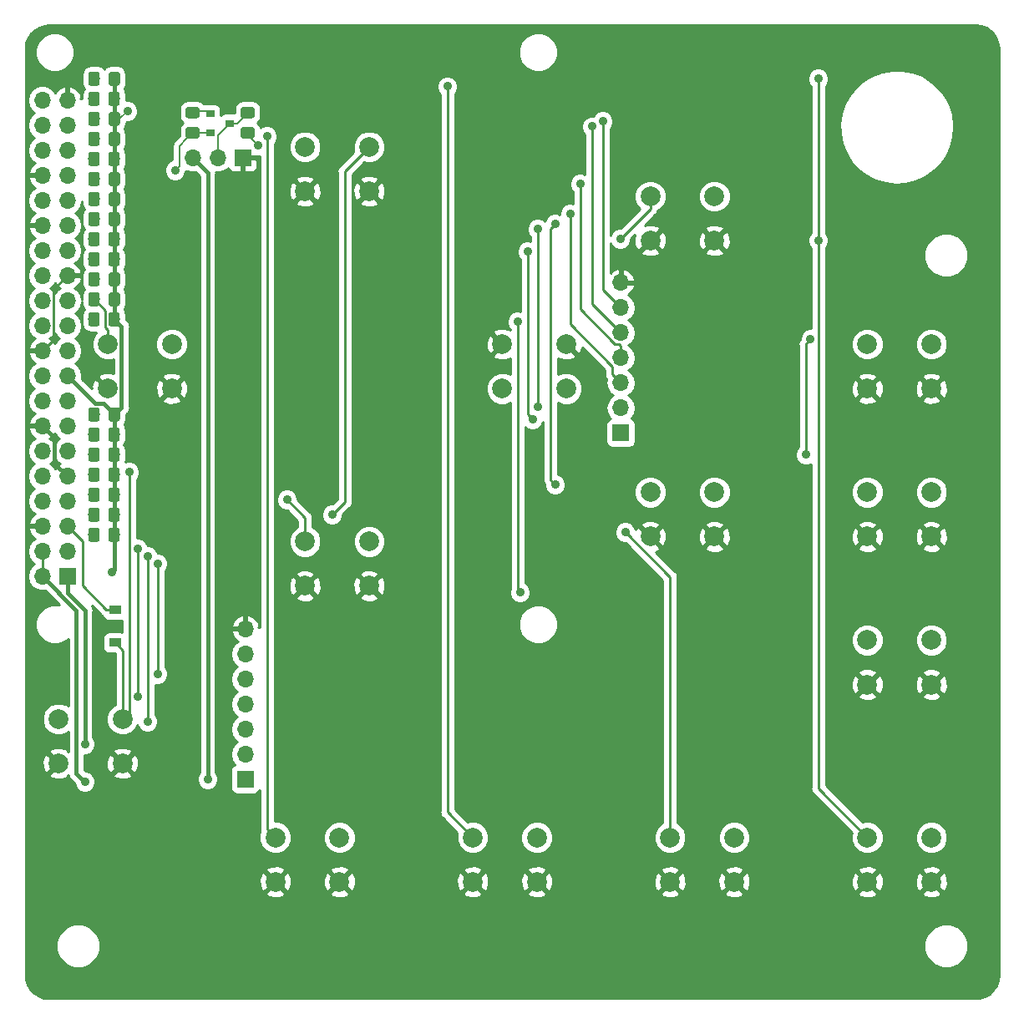
<source format=gtl>
%TF.GenerationSoftware,KiCad,Pcbnew,(5.0.0-3-g5ebb6b6)*%
%TF.CreationDate,2018-10-09T22:59:36+02:00*%
%TF.ProjectId,CNC_Control_Panel,434E435F436F6E74726F6C5F50616E65,rev?*%
%TF.SameCoordinates,Original*%
%TF.FileFunction,Copper,L1,Top,Signal*%
%TF.FilePolarity,Positive*%
%FSLAX46Y46*%
G04 Gerber Fmt 4.6, Leading zero omitted, Abs format (unit mm)*
G04 Created by KiCad (PCBNEW (5.0.0-3-g5ebb6b6)) date 2018 October 09, Tuesday 22:59:36*
%MOMM*%
%LPD*%
G01*
G04 APERTURE LIST*
%ADD10R,1.700000X1.700000*%
%ADD11O,1.700000X1.700000*%
%ADD12C,2.000000*%
%ADD13C,0.150000*%
%ADD14C,1.150000*%
%ADD15R,1.200000X0.900000*%
%ADD16R,0.900000X0.800000*%
%ADD17C,0.900000*%
%ADD18C,0.400000*%
%ADD19C,0.200000*%
%ADD20C,0.250000*%
%ADD21C,0.254000*%
G04 APERTURE END LIST*
D10*
X39176000Y-134005000D03*
D11*
X36636000Y-134005000D03*
X39176000Y-131465000D03*
X36636000Y-131465000D03*
X39176000Y-128925000D03*
X36636000Y-128925000D03*
X39176000Y-126385000D03*
X36636000Y-126385000D03*
X39176000Y-123845000D03*
X36636000Y-123845000D03*
X39176000Y-121305000D03*
X36636000Y-121305000D03*
X39176000Y-118765000D03*
X36636000Y-118765000D03*
X39176000Y-116225000D03*
X36636000Y-116225000D03*
X39176000Y-113685000D03*
X36636000Y-113685000D03*
X39176000Y-111145000D03*
X36636000Y-111145000D03*
X39176000Y-108605000D03*
X36636000Y-108605000D03*
X39176000Y-106065000D03*
X36636000Y-106065000D03*
X39176000Y-103525000D03*
X36636000Y-103525000D03*
X39176000Y-100985000D03*
X36636000Y-100985000D03*
X39176000Y-98445000D03*
X36636000Y-98445000D03*
X39176000Y-95905000D03*
X36636000Y-95905000D03*
X39176000Y-93365000D03*
X36636000Y-93365000D03*
X39176000Y-90825000D03*
X36636000Y-90825000D03*
X39176000Y-88285000D03*
X36636000Y-88285000D03*
X39176000Y-85745000D03*
X36636000Y-85745000D03*
D12*
X120272000Y-164978000D03*
X120272000Y-160478000D03*
X126772000Y-164978000D03*
X126772000Y-160478000D03*
X86772000Y-160478000D03*
X86772000Y-164978000D03*
X80272000Y-160478000D03*
X80272000Y-164978000D03*
X60272000Y-164978000D03*
X60272000Y-160478000D03*
X66772000Y-164978000D03*
X66772000Y-160478000D03*
X44772000Y-148478000D03*
X44772000Y-152978000D03*
X38272000Y-148478000D03*
X38272000Y-152978000D03*
X106772000Y-160478000D03*
X106772000Y-164978000D03*
X100272000Y-160478000D03*
X100272000Y-164978000D03*
X120272000Y-114978000D03*
X120272000Y-110478000D03*
X126772000Y-114978000D03*
X126772000Y-110478000D03*
X49772000Y-110478000D03*
X49772000Y-114978000D03*
X43272000Y-110478000D03*
X43272000Y-114978000D03*
X89772000Y-110478000D03*
X89772000Y-114978000D03*
X83272000Y-110478000D03*
X83272000Y-114978000D03*
X126772000Y-125478000D03*
X126772000Y-129978000D03*
X120272000Y-125478000D03*
X120272000Y-129978000D03*
X63272000Y-134978000D03*
X63272000Y-130478000D03*
X69772000Y-134978000D03*
X69772000Y-130478000D03*
X63272000Y-94978000D03*
X63272000Y-90478000D03*
X69772000Y-94978000D03*
X69772000Y-90478000D03*
X120272000Y-144978000D03*
X120272000Y-140478000D03*
X126772000Y-144978000D03*
X126772000Y-140478000D03*
X98272000Y-129978000D03*
X98272000Y-125478000D03*
X104772000Y-129978000D03*
X104772000Y-125478000D03*
X104772000Y-95478000D03*
X104772000Y-99978000D03*
X98272000Y-95478000D03*
X98272000Y-99978000D03*
D10*
X95272000Y-119478000D03*
D11*
X95272000Y-116938000D03*
X95272000Y-114398000D03*
X95272000Y-111858000D03*
X95272000Y-109318000D03*
X95272000Y-106778000D03*
X95272000Y-104238000D03*
D13*
G36*
X42223505Y-129103204D02*
X42247773Y-129106804D01*
X42271572Y-129112765D01*
X42294671Y-129121030D01*
X42316850Y-129131520D01*
X42337893Y-129144132D01*
X42357599Y-129158747D01*
X42375777Y-129175223D01*
X42392253Y-129193401D01*
X42406868Y-129213107D01*
X42419480Y-129234150D01*
X42429970Y-129256329D01*
X42438235Y-129279428D01*
X42444196Y-129303227D01*
X42447796Y-129327495D01*
X42449000Y-129351999D01*
X42449000Y-130252001D01*
X42447796Y-130276505D01*
X42444196Y-130300773D01*
X42438235Y-130324572D01*
X42429970Y-130347671D01*
X42419480Y-130369850D01*
X42406868Y-130390893D01*
X42392253Y-130410599D01*
X42375777Y-130428777D01*
X42357599Y-130445253D01*
X42337893Y-130459868D01*
X42316850Y-130472480D01*
X42294671Y-130482970D01*
X42271572Y-130491235D01*
X42247773Y-130497196D01*
X42223505Y-130500796D01*
X42199001Y-130502000D01*
X41548999Y-130502000D01*
X41524495Y-130500796D01*
X41500227Y-130497196D01*
X41476428Y-130491235D01*
X41453329Y-130482970D01*
X41431150Y-130472480D01*
X41410107Y-130459868D01*
X41390401Y-130445253D01*
X41372223Y-130428777D01*
X41355747Y-130410599D01*
X41341132Y-130390893D01*
X41328520Y-130369850D01*
X41318030Y-130347671D01*
X41309765Y-130324572D01*
X41303804Y-130300773D01*
X41300204Y-130276505D01*
X41299000Y-130252001D01*
X41299000Y-129351999D01*
X41300204Y-129327495D01*
X41303804Y-129303227D01*
X41309765Y-129279428D01*
X41318030Y-129256329D01*
X41328520Y-129234150D01*
X41341132Y-129213107D01*
X41355747Y-129193401D01*
X41372223Y-129175223D01*
X41390401Y-129158747D01*
X41410107Y-129144132D01*
X41431150Y-129131520D01*
X41453329Y-129121030D01*
X41476428Y-129112765D01*
X41500227Y-129106804D01*
X41524495Y-129103204D01*
X41548999Y-129102000D01*
X42199001Y-129102000D01*
X42223505Y-129103204D01*
X42223505Y-129103204D01*
G37*
D14*
X41874000Y-129802000D03*
D13*
G36*
X44273505Y-129103204D02*
X44297773Y-129106804D01*
X44321572Y-129112765D01*
X44344671Y-129121030D01*
X44366850Y-129131520D01*
X44387893Y-129144132D01*
X44407599Y-129158747D01*
X44425777Y-129175223D01*
X44442253Y-129193401D01*
X44456868Y-129213107D01*
X44469480Y-129234150D01*
X44479970Y-129256329D01*
X44488235Y-129279428D01*
X44494196Y-129303227D01*
X44497796Y-129327495D01*
X44499000Y-129351999D01*
X44499000Y-130252001D01*
X44497796Y-130276505D01*
X44494196Y-130300773D01*
X44488235Y-130324572D01*
X44479970Y-130347671D01*
X44469480Y-130369850D01*
X44456868Y-130390893D01*
X44442253Y-130410599D01*
X44425777Y-130428777D01*
X44407599Y-130445253D01*
X44387893Y-130459868D01*
X44366850Y-130472480D01*
X44344671Y-130482970D01*
X44321572Y-130491235D01*
X44297773Y-130497196D01*
X44273505Y-130500796D01*
X44249001Y-130502000D01*
X43598999Y-130502000D01*
X43574495Y-130500796D01*
X43550227Y-130497196D01*
X43526428Y-130491235D01*
X43503329Y-130482970D01*
X43481150Y-130472480D01*
X43460107Y-130459868D01*
X43440401Y-130445253D01*
X43422223Y-130428777D01*
X43405747Y-130410599D01*
X43391132Y-130390893D01*
X43378520Y-130369850D01*
X43368030Y-130347671D01*
X43359765Y-130324572D01*
X43353804Y-130300773D01*
X43350204Y-130276505D01*
X43349000Y-130252001D01*
X43349000Y-129351999D01*
X43350204Y-129327495D01*
X43353804Y-129303227D01*
X43359765Y-129279428D01*
X43368030Y-129256329D01*
X43378520Y-129234150D01*
X43391132Y-129213107D01*
X43405747Y-129193401D01*
X43422223Y-129175223D01*
X43440401Y-129158747D01*
X43460107Y-129144132D01*
X43481150Y-129131520D01*
X43503329Y-129121030D01*
X43526428Y-129112765D01*
X43550227Y-129106804D01*
X43574495Y-129103204D01*
X43598999Y-129102000D01*
X44249001Y-129102000D01*
X44273505Y-129103204D01*
X44273505Y-129103204D01*
G37*
D14*
X43924000Y-129802000D03*
D13*
G36*
X44291505Y-82875204D02*
X44315773Y-82878804D01*
X44339572Y-82884765D01*
X44362671Y-82893030D01*
X44384850Y-82903520D01*
X44405893Y-82916132D01*
X44425599Y-82930747D01*
X44443777Y-82947223D01*
X44460253Y-82965401D01*
X44474868Y-82985107D01*
X44487480Y-83006150D01*
X44497970Y-83028329D01*
X44506235Y-83051428D01*
X44512196Y-83075227D01*
X44515796Y-83099495D01*
X44517000Y-83123999D01*
X44517000Y-84024001D01*
X44515796Y-84048505D01*
X44512196Y-84072773D01*
X44506235Y-84096572D01*
X44497970Y-84119671D01*
X44487480Y-84141850D01*
X44474868Y-84162893D01*
X44460253Y-84182599D01*
X44443777Y-84200777D01*
X44425599Y-84217253D01*
X44405893Y-84231868D01*
X44384850Y-84244480D01*
X44362671Y-84254970D01*
X44339572Y-84263235D01*
X44315773Y-84269196D01*
X44291505Y-84272796D01*
X44267001Y-84274000D01*
X43616999Y-84274000D01*
X43592495Y-84272796D01*
X43568227Y-84269196D01*
X43544428Y-84263235D01*
X43521329Y-84254970D01*
X43499150Y-84244480D01*
X43478107Y-84231868D01*
X43458401Y-84217253D01*
X43440223Y-84200777D01*
X43423747Y-84182599D01*
X43409132Y-84162893D01*
X43396520Y-84141850D01*
X43386030Y-84119671D01*
X43377765Y-84096572D01*
X43371804Y-84072773D01*
X43368204Y-84048505D01*
X43367000Y-84024001D01*
X43367000Y-83123999D01*
X43368204Y-83099495D01*
X43371804Y-83075227D01*
X43377765Y-83051428D01*
X43386030Y-83028329D01*
X43396520Y-83006150D01*
X43409132Y-82985107D01*
X43423747Y-82965401D01*
X43440223Y-82947223D01*
X43458401Y-82930747D01*
X43478107Y-82916132D01*
X43499150Y-82903520D01*
X43521329Y-82893030D01*
X43544428Y-82884765D01*
X43568227Y-82878804D01*
X43592495Y-82875204D01*
X43616999Y-82874000D01*
X44267001Y-82874000D01*
X44291505Y-82875204D01*
X44291505Y-82875204D01*
G37*
D14*
X43942000Y-83574000D03*
D13*
G36*
X42241505Y-82875204D02*
X42265773Y-82878804D01*
X42289572Y-82884765D01*
X42312671Y-82893030D01*
X42334850Y-82903520D01*
X42355893Y-82916132D01*
X42375599Y-82930747D01*
X42393777Y-82947223D01*
X42410253Y-82965401D01*
X42424868Y-82985107D01*
X42437480Y-83006150D01*
X42447970Y-83028329D01*
X42456235Y-83051428D01*
X42462196Y-83075227D01*
X42465796Y-83099495D01*
X42467000Y-83123999D01*
X42467000Y-84024001D01*
X42465796Y-84048505D01*
X42462196Y-84072773D01*
X42456235Y-84096572D01*
X42447970Y-84119671D01*
X42437480Y-84141850D01*
X42424868Y-84162893D01*
X42410253Y-84182599D01*
X42393777Y-84200777D01*
X42375599Y-84217253D01*
X42355893Y-84231868D01*
X42334850Y-84244480D01*
X42312671Y-84254970D01*
X42289572Y-84263235D01*
X42265773Y-84269196D01*
X42241505Y-84272796D01*
X42217001Y-84274000D01*
X41566999Y-84274000D01*
X41542495Y-84272796D01*
X41518227Y-84269196D01*
X41494428Y-84263235D01*
X41471329Y-84254970D01*
X41449150Y-84244480D01*
X41428107Y-84231868D01*
X41408401Y-84217253D01*
X41390223Y-84200777D01*
X41373747Y-84182599D01*
X41359132Y-84162893D01*
X41346520Y-84141850D01*
X41336030Y-84119671D01*
X41327765Y-84096572D01*
X41321804Y-84072773D01*
X41318204Y-84048505D01*
X41317000Y-84024001D01*
X41317000Y-83123999D01*
X41318204Y-83099495D01*
X41321804Y-83075227D01*
X41327765Y-83051428D01*
X41336030Y-83028329D01*
X41346520Y-83006150D01*
X41359132Y-82985107D01*
X41373747Y-82965401D01*
X41390223Y-82947223D01*
X41408401Y-82930747D01*
X41428107Y-82916132D01*
X41449150Y-82903520D01*
X41471329Y-82893030D01*
X41494428Y-82884765D01*
X41518227Y-82878804D01*
X41542495Y-82875204D01*
X41566999Y-82874000D01*
X42217001Y-82874000D01*
X42241505Y-82875204D01*
X42241505Y-82875204D01*
G37*
D14*
X41892000Y-83574000D03*
D13*
G36*
X42223505Y-84907204D02*
X42247773Y-84910804D01*
X42271572Y-84916765D01*
X42294671Y-84925030D01*
X42316850Y-84935520D01*
X42337893Y-84948132D01*
X42357599Y-84962747D01*
X42375777Y-84979223D01*
X42392253Y-84997401D01*
X42406868Y-85017107D01*
X42419480Y-85038150D01*
X42429970Y-85060329D01*
X42438235Y-85083428D01*
X42444196Y-85107227D01*
X42447796Y-85131495D01*
X42449000Y-85155999D01*
X42449000Y-86056001D01*
X42447796Y-86080505D01*
X42444196Y-86104773D01*
X42438235Y-86128572D01*
X42429970Y-86151671D01*
X42419480Y-86173850D01*
X42406868Y-86194893D01*
X42392253Y-86214599D01*
X42375777Y-86232777D01*
X42357599Y-86249253D01*
X42337893Y-86263868D01*
X42316850Y-86276480D01*
X42294671Y-86286970D01*
X42271572Y-86295235D01*
X42247773Y-86301196D01*
X42223505Y-86304796D01*
X42199001Y-86306000D01*
X41548999Y-86306000D01*
X41524495Y-86304796D01*
X41500227Y-86301196D01*
X41476428Y-86295235D01*
X41453329Y-86286970D01*
X41431150Y-86276480D01*
X41410107Y-86263868D01*
X41390401Y-86249253D01*
X41372223Y-86232777D01*
X41355747Y-86214599D01*
X41341132Y-86194893D01*
X41328520Y-86173850D01*
X41318030Y-86151671D01*
X41309765Y-86128572D01*
X41303804Y-86104773D01*
X41300204Y-86080505D01*
X41299000Y-86056001D01*
X41299000Y-85155999D01*
X41300204Y-85131495D01*
X41303804Y-85107227D01*
X41309765Y-85083428D01*
X41318030Y-85060329D01*
X41328520Y-85038150D01*
X41341132Y-85017107D01*
X41355747Y-84997401D01*
X41372223Y-84979223D01*
X41390401Y-84962747D01*
X41410107Y-84948132D01*
X41431150Y-84935520D01*
X41453329Y-84925030D01*
X41476428Y-84916765D01*
X41500227Y-84910804D01*
X41524495Y-84907204D01*
X41548999Y-84906000D01*
X42199001Y-84906000D01*
X42223505Y-84907204D01*
X42223505Y-84907204D01*
G37*
D14*
X41874000Y-85606000D03*
D13*
G36*
X44273505Y-84907204D02*
X44297773Y-84910804D01*
X44321572Y-84916765D01*
X44344671Y-84925030D01*
X44366850Y-84935520D01*
X44387893Y-84948132D01*
X44407599Y-84962747D01*
X44425777Y-84979223D01*
X44442253Y-84997401D01*
X44456868Y-85017107D01*
X44469480Y-85038150D01*
X44479970Y-85060329D01*
X44488235Y-85083428D01*
X44494196Y-85107227D01*
X44497796Y-85131495D01*
X44499000Y-85155999D01*
X44499000Y-86056001D01*
X44497796Y-86080505D01*
X44494196Y-86104773D01*
X44488235Y-86128572D01*
X44479970Y-86151671D01*
X44469480Y-86173850D01*
X44456868Y-86194893D01*
X44442253Y-86214599D01*
X44425777Y-86232777D01*
X44407599Y-86249253D01*
X44387893Y-86263868D01*
X44366850Y-86276480D01*
X44344671Y-86286970D01*
X44321572Y-86295235D01*
X44297773Y-86301196D01*
X44273505Y-86304796D01*
X44249001Y-86306000D01*
X43598999Y-86306000D01*
X43574495Y-86304796D01*
X43550227Y-86301196D01*
X43526428Y-86295235D01*
X43503329Y-86286970D01*
X43481150Y-86276480D01*
X43460107Y-86263868D01*
X43440401Y-86249253D01*
X43422223Y-86232777D01*
X43405747Y-86214599D01*
X43391132Y-86194893D01*
X43378520Y-86173850D01*
X43368030Y-86151671D01*
X43359765Y-86128572D01*
X43353804Y-86104773D01*
X43350204Y-86080505D01*
X43349000Y-86056001D01*
X43349000Y-85155999D01*
X43350204Y-85131495D01*
X43353804Y-85107227D01*
X43359765Y-85083428D01*
X43368030Y-85060329D01*
X43378520Y-85038150D01*
X43391132Y-85017107D01*
X43405747Y-84997401D01*
X43422223Y-84979223D01*
X43440401Y-84962747D01*
X43460107Y-84948132D01*
X43481150Y-84935520D01*
X43503329Y-84925030D01*
X43526428Y-84916765D01*
X43550227Y-84910804D01*
X43574495Y-84907204D01*
X43598999Y-84906000D01*
X44249001Y-84906000D01*
X44273505Y-84907204D01*
X44273505Y-84907204D01*
G37*
D14*
X43924000Y-85606000D03*
D13*
G36*
X44273505Y-91003204D02*
X44297773Y-91006804D01*
X44321572Y-91012765D01*
X44344671Y-91021030D01*
X44366850Y-91031520D01*
X44387893Y-91044132D01*
X44407599Y-91058747D01*
X44425777Y-91075223D01*
X44442253Y-91093401D01*
X44456868Y-91113107D01*
X44469480Y-91134150D01*
X44479970Y-91156329D01*
X44488235Y-91179428D01*
X44494196Y-91203227D01*
X44497796Y-91227495D01*
X44499000Y-91251999D01*
X44499000Y-92152001D01*
X44497796Y-92176505D01*
X44494196Y-92200773D01*
X44488235Y-92224572D01*
X44479970Y-92247671D01*
X44469480Y-92269850D01*
X44456868Y-92290893D01*
X44442253Y-92310599D01*
X44425777Y-92328777D01*
X44407599Y-92345253D01*
X44387893Y-92359868D01*
X44366850Y-92372480D01*
X44344671Y-92382970D01*
X44321572Y-92391235D01*
X44297773Y-92397196D01*
X44273505Y-92400796D01*
X44249001Y-92402000D01*
X43598999Y-92402000D01*
X43574495Y-92400796D01*
X43550227Y-92397196D01*
X43526428Y-92391235D01*
X43503329Y-92382970D01*
X43481150Y-92372480D01*
X43460107Y-92359868D01*
X43440401Y-92345253D01*
X43422223Y-92328777D01*
X43405747Y-92310599D01*
X43391132Y-92290893D01*
X43378520Y-92269850D01*
X43368030Y-92247671D01*
X43359765Y-92224572D01*
X43353804Y-92200773D01*
X43350204Y-92176505D01*
X43349000Y-92152001D01*
X43349000Y-91251999D01*
X43350204Y-91227495D01*
X43353804Y-91203227D01*
X43359765Y-91179428D01*
X43368030Y-91156329D01*
X43378520Y-91134150D01*
X43391132Y-91113107D01*
X43405747Y-91093401D01*
X43422223Y-91075223D01*
X43440401Y-91058747D01*
X43460107Y-91044132D01*
X43481150Y-91031520D01*
X43503329Y-91021030D01*
X43526428Y-91012765D01*
X43550227Y-91006804D01*
X43574495Y-91003204D01*
X43598999Y-91002000D01*
X44249001Y-91002000D01*
X44273505Y-91003204D01*
X44273505Y-91003204D01*
G37*
D14*
X43924000Y-91702000D03*
D13*
G36*
X42223505Y-91003204D02*
X42247773Y-91006804D01*
X42271572Y-91012765D01*
X42294671Y-91021030D01*
X42316850Y-91031520D01*
X42337893Y-91044132D01*
X42357599Y-91058747D01*
X42375777Y-91075223D01*
X42392253Y-91093401D01*
X42406868Y-91113107D01*
X42419480Y-91134150D01*
X42429970Y-91156329D01*
X42438235Y-91179428D01*
X42444196Y-91203227D01*
X42447796Y-91227495D01*
X42449000Y-91251999D01*
X42449000Y-92152001D01*
X42447796Y-92176505D01*
X42444196Y-92200773D01*
X42438235Y-92224572D01*
X42429970Y-92247671D01*
X42419480Y-92269850D01*
X42406868Y-92290893D01*
X42392253Y-92310599D01*
X42375777Y-92328777D01*
X42357599Y-92345253D01*
X42337893Y-92359868D01*
X42316850Y-92372480D01*
X42294671Y-92382970D01*
X42271572Y-92391235D01*
X42247773Y-92397196D01*
X42223505Y-92400796D01*
X42199001Y-92402000D01*
X41548999Y-92402000D01*
X41524495Y-92400796D01*
X41500227Y-92397196D01*
X41476428Y-92391235D01*
X41453329Y-92382970D01*
X41431150Y-92372480D01*
X41410107Y-92359868D01*
X41390401Y-92345253D01*
X41372223Y-92328777D01*
X41355747Y-92310599D01*
X41341132Y-92290893D01*
X41328520Y-92269850D01*
X41318030Y-92247671D01*
X41309765Y-92224572D01*
X41303804Y-92200773D01*
X41300204Y-92176505D01*
X41299000Y-92152001D01*
X41299000Y-91251999D01*
X41300204Y-91227495D01*
X41303804Y-91203227D01*
X41309765Y-91179428D01*
X41318030Y-91156329D01*
X41328520Y-91134150D01*
X41341132Y-91113107D01*
X41355747Y-91093401D01*
X41372223Y-91075223D01*
X41390401Y-91058747D01*
X41410107Y-91044132D01*
X41431150Y-91031520D01*
X41453329Y-91021030D01*
X41476428Y-91012765D01*
X41500227Y-91006804D01*
X41524495Y-91003204D01*
X41548999Y-91002000D01*
X42199001Y-91002000D01*
X42223505Y-91003204D01*
X42223505Y-91003204D01*
G37*
D14*
X41874000Y-91702000D03*
D13*
G36*
X42223505Y-107259204D02*
X42247773Y-107262804D01*
X42271572Y-107268765D01*
X42294671Y-107277030D01*
X42316850Y-107287520D01*
X42337893Y-107300132D01*
X42357599Y-107314747D01*
X42375777Y-107331223D01*
X42392253Y-107349401D01*
X42406868Y-107369107D01*
X42419480Y-107390150D01*
X42429970Y-107412329D01*
X42438235Y-107435428D01*
X42444196Y-107459227D01*
X42447796Y-107483495D01*
X42449000Y-107507999D01*
X42449000Y-108408001D01*
X42447796Y-108432505D01*
X42444196Y-108456773D01*
X42438235Y-108480572D01*
X42429970Y-108503671D01*
X42419480Y-108525850D01*
X42406868Y-108546893D01*
X42392253Y-108566599D01*
X42375777Y-108584777D01*
X42357599Y-108601253D01*
X42337893Y-108615868D01*
X42316850Y-108628480D01*
X42294671Y-108638970D01*
X42271572Y-108647235D01*
X42247773Y-108653196D01*
X42223505Y-108656796D01*
X42199001Y-108658000D01*
X41548999Y-108658000D01*
X41524495Y-108656796D01*
X41500227Y-108653196D01*
X41476428Y-108647235D01*
X41453329Y-108638970D01*
X41431150Y-108628480D01*
X41410107Y-108615868D01*
X41390401Y-108601253D01*
X41372223Y-108584777D01*
X41355747Y-108566599D01*
X41341132Y-108546893D01*
X41328520Y-108525850D01*
X41318030Y-108503671D01*
X41309765Y-108480572D01*
X41303804Y-108456773D01*
X41300204Y-108432505D01*
X41299000Y-108408001D01*
X41299000Y-107507999D01*
X41300204Y-107483495D01*
X41303804Y-107459227D01*
X41309765Y-107435428D01*
X41318030Y-107412329D01*
X41328520Y-107390150D01*
X41341132Y-107369107D01*
X41355747Y-107349401D01*
X41372223Y-107331223D01*
X41390401Y-107314747D01*
X41410107Y-107300132D01*
X41431150Y-107287520D01*
X41453329Y-107277030D01*
X41476428Y-107268765D01*
X41500227Y-107262804D01*
X41524495Y-107259204D01*
X41548999Y-107258000D01*
X42199001Y-107258000D01*
X42223505Y-107259204D01*
X42223505Y-107259204D01*
G37*
D14*
X41874000Y-107958000D03*
D13*
G36*
X44273505Y-107259204D02*
X44297773Y-107262804D01*
X44321572Y-107268765D01*
X44344671Y-107277030D01*
X44366850Y-107287520D01*
X44387893Y-107300132D01*
X44407599Y-107314747D01*
X44425777Y-107331223D01*
X44442253Y-107349401D01*
X44456868Y-107369107D01*
X44469480Y-107390150D01*
X44479970Y-107412329D01*
X44488235Y-107435428D01*
X44494196Y-107459227D01*
X44497796Y-107483495D01*
X44499000Y-107507999D01*
X44499000Y-108408001D01*
X44497796Y-108432505D01*
X44494196Y-108456773D01*
X44488235Y-108480572D01*
X44479970Y-108503671D01*
X44469480Y-108525850D01*
X44456868Y-108546893D01*
X44442253Y-108566599D01*
X44425777Y-108584777D01*
X44407599Y-108601253D01*
X44387893Y-108615868D01*
X44366850Y-108628480D01*
X44344671Y-108638970D01*
X44321572Y-108647235D01*
X44297773Y-108653196D01*
X44273505Y-108656796D01*
X44249001Y-108658000D01*
X43598999Y-108658000D01*
X43574495Y-108656796D01*
X43550227Y-108653196D01*
X43526428Y-108647235D01*
X43503329Y-108638970D01*
X43481150Y-108628480D01*
X43460107Y-108615868D01*
X43440401Y-108601253D01*
X43422223Y-108584777D01*
X43405747Y-108566599D01*
X43391132Y-108546893D01*
X43378520Y-108525850D01*
X43368030Y-108503671D01*
X43359765Y-108480572D01*
X43353804Y-108456773D01*
X43350204Y-108432505D01*
X43349000Y-108408001D01*
X43349000Y-107507999D01*
X43350204Y-107483495D01*
X43353804Y-107459227D01*
X43359765Y-107435428D01*
X43368030Y-107412329D01*
X43378520Y-107390150D01*
X43391132Y-107369107D01*
X43405747Y-107349401D01*
X43422223Y-107331223D01*
X43440401Y-107314747D01*
X43460107Y-107300132D01*
X43481150Y-107287520D01*
X43503329Y-107277030D01*
X43526428Y-107268765D01*
X43550227Y-107262804D01*
X43574495Y-107259204D01*
X43598999Y-107258000D01*
X44249001Y-107258000D01*
X44273505Y-107259204D01*
X44273505Y-107259204D01*
G37*
D14*
X43924000Y-107958000D03*
D13*
G36*
X44273505Y-118943204D02*
X44297773Y-118946804D01*
X44321572Y-118952765D01*
X44344671Y-118961030D01*
X44366850Y-118971520D01*
X44387893Y-118984132D01*
X44407599Y-118998747D01*
X44425777Y-119015223D01*
X44442253Y-119033401D01*
X44456868Y-119053107D01*
X44469480Y-119074150D01*
X44479970Y-119096329D01*
X44488235Y-119119428D01*
X44494196Y-119143227D01*
X44497796Y-119167495D01*
X44499000Y-119191999D01*
X44499000Y-120092001D01*
X44497796Y-120116505D01*
X44494196Y-120140773D01*
X44488235Y-120164572D01*
X44479970Y-120187671D01*
X44469480Y-120209850D01*
X44456868Y-120230893D01*
X44442253Y-120250599D01*
X44425777Y-120268777D01*
X44407599Y-120285253D01*
X44387893Y-120299868D01*
X44366850Y-120312480D01*
X44344671Y-120322970D01*
X44321572Y-120331235D01*
X44297773Y-120337196D01*
X44273505Y-120340796D01*
X44249001Y-120342000D01*
X43598999Y-120342000D01*
X43574495Y-120340796D01*
X43550227Y-120337196D01*
X43526428Y-120331235D01*
X43503329Y-120322970D01*
X43481150Y-120312480D01*
X43460107Y-120299868D01*
X43440401Y-120285253D01*
X43422223Y-120268777D01*
X43405747Y-120250599D01*
X43391132Y-120230893D01*
X43378520Y-120209850D01*
X43368030Y-120187671D01*
X43359765Y-120164572D01*
X43353804Y-120140773D01*
X43350204Y-120116505D01*
X43349000Y-120092001D01*
X43349000Y-119191999D01*
X43350204Y-119167495D01*
X43353804Y-119143227D01*
X43359765Y-119119428D01*
X43368030Y-119096329D01*
X43378520Y-119074150D01*
X43391132Y-119053107D01*
X43405747Y-119033401D01*
X43422223Y-119015223D01*
X43440401Y-118998747D01*
X43460107Y-118984132D01*
X43481150Y-118971520D01*
X43503329Y-118961030D01*
X43526428Y-118952765D01*
X43550227Y-118946804D01*
X43574495Y-118943204D01*
X43598999Y-118942000D01*
X44249001Y-118942000D01*
X44273505Y-118943204D01*
X44273505Y-118943204D01*
G37*
D14*
X43924000Y-119642000D03*
D13*
G36*
X42223505Y-118943204D02*
X42247773Y-118946804D01*
X42271572Y-118952765D01*
X42294671Y-118961030D01*
X42316850Y-118971520D01*
X42337893Y-118984132D01*
X42357599Y-118998747D01*
X42375777Y-119015223D01*
X42392253Y-119033401D01*
X42406868Y-119053107D01*
X42419480Y-119074150D01*
X42429970Y-119096329D01*
X42438235Y-119119428D01*
X42444196Y-119143227D01*
X42447796Y-119167495D01*
X42449000Y-119191999D01*
X42449000Y-120092001D01*
X42447796Y-120116505D01*
X42444196Y-120140773D01*
X42438235Y-120164572D01*
X42429970Y-120187671D01*
X42419480Y-120209850D01*
X42406868Y-120230893D01*
X42392253Y-120250599D01*
X42375777Y-120268777D01*
X42357599Y-120285253D01*
X42337893Y-120299868D01*
X42316850Y-120312480D01*
X42294671Y-120322970D01*
X42271572Y-120331235D01*
X42247773Y-120337196D01*
X42223505Y-120340796D01*
X42199001Y-120342000D01*
X41548999Y-120342000D01*
X41524495Y-120340796D01*
X41500227Y-120337196D01*
X41476428Y-120331235D01*
X41453329Y-120322970D01*
X41431150Y-120312480D01*
X41410107Y-120299868D01*
X41390401Y-120285253D01*
X41372223Y-120268777D01*
X41355747Y-120250599D01*
X41341132Y-120230893D01*
X41328520Y-120209850D01*
X41318030Y-120187671D01*
X41309765Y-120164572D01*
X41303804Y-120140773D01*
X41300204Y-120116505D01*
X41299000Y-120092001D01*
X41299000Y-119191999D01*
X41300204Y-119167495D01*
X41303804Y-119143227D01*
X41309765Y-119119428D01*
X41318030Y-119096329D01*
X41328520Y-119074150D01*
X41341132Y-119053107D01*
X41355747Y-119033401D01*
X41372223Y-119015223D01*
X41390401Y-118998747D01*
X41410107Y-118984132D01*
X41431150Y-118971520D01*
X41453329Y-118961030D01*
X41476428Y-118952765D01*
X41500227Y-118946804D01*
X41524495Y-118943204D01*
X41548999Y-118942000D01*
X42199001Y-118942000D01*
X42223505Y-118943204D01*
X42223505Y-118943204D01*
G37*
D14*
X41874000Y-119642000D03*
D13*
G36*
X42223505Y-120975204D02*
X42247773Y-120978804D01*
X42271572Y-120984765D01*
X42294671Y-120993030D01*
X42316850Y-121003520D01*
X42337893Y-121016132D01*
X42357599Y-121030747D01*
X42375777Y-121047223D01*
X42392253Y-121065401D01*
X42406868Y-121085107D01*
X42419480Y-121106150D01*
X42429970Y-121128329D01*
X42438235Y-121151428D01*
X42444196Y-121175227D01*
X42447796Y-121199495D01*
X42449000Y-121223999D01*
X42449000Y-122124001D01*
X42447796Y-122148505D01*
X42444196Y-122172773D01*
X42438235Y-122196572D01*
X42429970Y-122219671D01*
X42419480Y-122241850D01*
X42406868Y-122262893D01*
X42392253Y-122282599D01*
X42375777Y-122300777D01*
X42357599Y-122317253D01*
X42337893Y-122331868D01*
X42316850Y-122344480D01*
X42294671Y-122354970D01*
X42271572Y-122363235D01*
X42247773Y-122369196D01*
X42223505Y-122372796D01*
X42199001Y-122374000D01*
X41548999Y-122374000D01*
X41524495Y-122372796D01*
X41500227Y-122369196D01*
X41476428Y-122363235D01*
X41453329Y-122354970D01*
X41431150Y-122344480D01*
X41410107Y-122331868D01*
X41390401Y-122317253D01*
X41372223Y-122300777D01*
X41355747Y-122282599D01*
X41341132Y-122262893D01*
X41328520Y-122241850D01*
X41318030Y-122219671D01*
X41309765Y-122196572D01*
X41303804Y-122172773D01*
X41300204Y-122148505D01*
X41299000Y-122124001D01*
X41299000Y-121223999D01*
X41300204Y-121199495D01*
X41303804Y-121175227D01*
X41309765Y-121151428D01*
X41318030Y-121128329D01*
X41328520Y-121106150D01*
X41341132Y-121085107D01*
X41355747Y-121065401D01*
X41372223Y-121047223D01*
X41390401Y-121030747D01*
X41410107Y-121016132D01*
X41431150Y-121003520D01*
X41453329Y-120993030D01*
X41476428Y-120984765D01*
X41500227Y-120978804D01*
X41524495Y-120975204D01*
X41548999Y-120974000D01*
X42199001Y-120974000D01*
X42223505Y-120975204D01*
X42223505Y-120975204D01*
G37*
D14*
X41874000Y-121674000D03*
D13*
G36*
X44273505Y-120975204D02*
X44297773Y-120978804D01*
X44321572Y-120984765D01*
X44344671Y-120993030D01*
X44366850Y-121003520D01*
X44387893Y-121016132D01*
X44407599Y-121030747D01*
X44425777Y-121047223D01*
X44442253Y-121065401D01*
X44456868Y-121085107D01*
X44469480Y-121106150D01*
X44479970Y-121128329D01*
X44488235Y-121151428D01*
X44494196Y-121175227D01*
X44497796Y-121199495D01*
X44499000Y-121223999D01*
X44499000Y-122124001D01*
X44497796Y-122148505D01*
X44494196Y-122172773D01*
X44488235Y-122196572D01*
X44479970Y-122219671D01*
X44469480Y-122241850D01*
X44456868Y-122262893D01*
X44442253Y-122282599D01*
X44425777Y-122300777D01*
X44407599Y-122317253D01*
X44387893Y-122331868D01*
X44366850Y-122344480D01*
X44344671Y-122354970D01*
X44321572Y-122363235D01*
X44297773Y-122369196D01*
X44273505Y-122372796D01*
X44249001Y-122374000D01*
X43598999Y-122374000D01*
X43574495Y-122372796D01*
X43550227Y-122369196D01*
X43526428Y-122363235D01*
X43503329Y-122354970D01*
X43481150Y-122344480D01*
X43460107Y-122331868D01*
X43440401Y-122317253D01*
X43422223Y-122300777D01*
X43405747Y-122282599D01*
X43391132Y-122262893D01*
X43378520Y-122241850D01*
X43368030Y-122219671D01*
X43359765Y-122196572D01*
X43353804Y-122172773D01*
X43350204Y-122148505D01*
X43349000Y-122124001D01*
X43349000Y-121223999D01*
X43350204Y-121199495D01*
X43353804Y-121175227D01*
X43359765Y-121151428D01*
X43368030Y-121128329D01*
X43378520Y-121106150D01*
X43391132Y-121085107D01*
X43405747Y-121065401D01*
X43422223Y-121047223D01*
X43440401Y-121030747D01*
X43460107Y-121016132D01*
X43481150Y-121003520D01*
X43503329Y-120993030D01*
X43526428Y-120984765D01*
X43550227Y-120978804D01*
X43574495Y-120975204D01*
X43598999Y-120974000D01*
X44249001Y-120974000D01*
X44273505Y-120975204D01*
X44273505Y-120975204D01*
G37*
D14*
X43924000Y-121674000D03*
D13*
G36*
X44273505Y-123007204D02*
X44297773Y-123010804D01*
X44321572Y-123016765D01*
X44344671Y-123025030D01*
X44366850Y-123035520D01*
X44387893Y-123048132D01*
X44407599Y-123062747D01*
X44425777Y-123079223D01*
X44442253Y-123097401D01*
X44456868Y-123117107D01*
X44469480Y-123138150D01*
X44479970Y-123160329D01*
X44488235Y-123183428D01*
X44494196Y-123207227D01*
X44497796Y-123231495D01*
X44499000Y-123255999D01*
X44499000Y-124156001D01*
X44497796Y-124180505D01*
X44494196Y-124204773D01*
X44488235Y-124228572D01*
X44479970Y-124251671D01*
X44469480Y-124273850D01*
X44456868Y-124294893D01*
X44442253Y-124314599D01*
X44425777Y-124332777D01*
X44407599Y-124349253D01*
X44387893Y-124363868D01*
X44366850Y-124376480D01*
X44344671Y-124386970D01*
X44321572Y-124395235D01*
X44297773Y-124401196D01*
X44273505Y-124404796D01*
X44249001Y-124406000D01*
X43598999Y-124406000D01*
X43574495Y-124404796D01*
X43550227Y-124401196D01*
X43526428Y-124395235D01*
X43503329Y-124386970D01*
X43481150Y-124376480D01*
X43460107Y-124363868D01*
X43440401Y-124349253D01*
X43422223Y-124332777D01*
X43405747Y-124314599D01*
X43391132Y-124294893D01*
X43378520Y-124273850D01*
X43368030Y-124251671D01*
X43359765Y-124228572D01*
X43353804Y-124204773D01*
X43350204Y-124180505D01*
X43349000Y-124156001D01*
X43349000Y-123255999D01*
X43350204Y-123231495D01*
X43353804Y-123207227D01*
X43359765Y-123183428D01*
X43368030Y-123160329D01*
X43378520Y-123138150D01*
X43391132Y-123117107D01*
X43405747Y-123097401D01*
X43422223Y-123079223D01*
X43440401Y-123062747D01*
X43460107Y-123048132D01*
X43481150Y-123035520D01*
X43503329Y-123025030D01*
X43526428Y-123016765D01*
X43550227Y-123010804D01*
X43574495Y-123007204D01*
X43598999Y-123006000D01*
X44249001Y-123006000D01*
X44273505Y-123007204D01*
X44273505Y-123007204D01*
G37*
D14*
X43924000Y-123706000D03*
D13*
G36*
X42223505Y-123007204D02*
X42247773Y-123010804D01*
X42271572Y-123016765D01*
X42294671Y-123025030D01*
X42316850Y-123035520D01*
X42337893Y-123048132D01*
X42357599Y-123062747D01*
X42375777Y-123079223D01*
X42392253Y-123097401D01*
X42406868Y-123117107D01*
X42419480Y-123138150D01*
X42429970Y-123160329D01*
X42438235Y-123183428D01*
X42444196Y-123207227D01*
X42447796Y-123231495D01*
X42449000Y-123255999D01*
X42449000Y-124156001D01*
X42447796Y-124180505D01*
X42444196Y-124204773D01*
X42438235Y-124228572D01*
X42429970Y-124251671D01*
X42419480Y-124273850D01*
X42406868Y-124294893D01*
X42392253Y-124314599D01*
X42375777Y-124332777D01*
X42357599Y-124349253D01*
X42337893Y-124363868D01*
X42316850Y-124376480D01*
X42294671Y-124386970D01*
X42271572Y-124395235D01*
X42247773Y-124401196D01*
X42223505Y-124404796D01*
X42199001Y-124406000D01*
X41548999Y-124406000D01*
X41524495Y-124404796D01*
X41500227Y-124401196D01*
X41476428Y-124395235D01*
X41453329Y-124386970D01*
X41431150Y-124376480D01*
X41410107Y-124363868D01*
X41390401Y-124349253D01*
X41372223Y-124332777D01*
X41355747Y-124314599D01*
X41341132Y-124294893D01*
X41328520Y-124273850D01*
X41318030Y-124251671D01*
X41309765Y-124228572D01*
X41303804Y-124204773D01*
X41300204Y-124180505D01*
X41299000Y-124156001D01*
X41299000Y-123255999D01*
X41300204Y-123231495D01*
X41303804Y-123207227D01*
X41309765Y-123183428D01*
X41318030Y-123160329D01*
X41328520Y-123138150D01*
X41341132Y-123117107D01*
X41355747Y-123097401D01*
X41372223Y-123079223D01*
X41390401Y-123062747D01*
X41410107Y-123048132D01*
X41431150Y-123035520D01*
X41453329Y-123025030D01*
X41476428Y-123016765D01*
X41500227Y-123010804D01*
X41524495Y-123007204D01*
X41548999Y-123006000D01*
X42199001Y-123006000D01*
X42223505Y-123007204D01*
X42223505Y-123007204D01*
G37*
D14*
X41874000Y-123706000D03*
D13*
G36*
X42241505Y-105227204D02*
X42265773Y-105230804D01*
X42289572Y-105236765D01*
X42312671Y-105245030D01*
X42334850Y-105255520D01*
X42355893Y-105268132D01*
X42375599Y-105282747D01*
X42393777Y-105299223D01*
X42410253Y-105317401D01*
X42424868Y-105337107D01*
X42437480Y-105358150D01*
X42447970Y-105380329D01*
X42456235Y-105403428D01*
X42462196Y-105427227D01*
X42465796Y-105451495D01*
X42467000Y-105475999D01*
X42467000Y-106376001D01*
X42465796Y-106400505D01*
X42462196Y-106424773D01*
X42456235Y-106448572D01*
X42447970Y-106471671D01*
X42437480Y-106493850D01*
X42424868Y-106514893D01*
X42410253Y-106534599D01*
X42393777Y-106552777D01*
X42375599Y-106569253D01*
X42355893Y-106583868D01*
X42334850Y-106596480D01*
X42312671Y-106606970D01*
X42289572Y-106615235D01*
X42265773Y-106621196D01*
X42241505Y-106624796D01*
X42217001Y-106626000D01*
X41566999Y-106626000D01*
X41542495Y-106624796D01*
X41518227Y-106621196D01*
X41494428Y-106615235D01*
X41471329Y-106606970D01*
X41449150Y-106596480D01*
X41428107Y-106583868D01*
X41408401Y-106569253D01*
X41390223Y-106552777D01*
X41373747Y-106534599D01*
X41359132Y-106514893D01*
X41346520Y-106493850D01*
X41336030Y-106471671D01*
X41327765Y-106448572D01*
X41321804Y-106424773D01*
X41318204Y-106400505D01*
X41317000Y-106376001D01*
X41317000Y-105475999D01*
X41318204Y-105451495D01*
X41321804Y-105427227D01*
X41327765Y-105403428D01*
X41336030Y-105380329D01*
X41346520Y-105358150D01*
X41359132Y-105337107D01*
X41373747Y-105317401D01*
X41390223Y-105299223D01*
X41408401Y-105282747D01*
X41428107Y-105268132D01*
X41449150Y-105255520D01*
X41471329Y-105245030D01*
X41494428Y-105236765D01*
X41518227Y-105230804D01*
X41542495Y-105227204D01*
X41566999Y-105226000D01*
X42217001Y-105226000D01*
X42241505Y-105227204D01*
X42241505Y-105227204D01*
G37*
D14*
X41892000Y-105926000D03*
D13*
G36*
X44291505Y-105227204D02*
X44315773Y-105230804D01*
X44339572Y-105236765D01*
X44362671Y-105245030D01*
X44384850Y-105255520D01*
X44405893Y-105268132D01*
X44425599Y-105282747D01*
X44443777Y-105299223D01*
X44460253Y-105317401D01*
X44474868Y-105337107D01*
X44487480Y-105358150D01*
X44497970Y-105380329D01*
X44506235Y-105403428D01*
X44512196Y-105427227D01*
X44515796Y-105451495D01*
X44517000Y-105475999D01*
X44517000Y-106376001D01*
X44515796Y-106400505D01*
X44512196Y-106424773D01*
X44506235Y-106448572D01*
X44497970Y-106471671D01*
X44487480Y-106493850D01*
X44474868Y-106514893D01*
X44460253Y-106534599D01*
X44443777Y-106552777D01*
X44425599Y-106569253D01*
X44405893Y-106583868D01*
X44384850Y-106596480D01*
X44362671Y-106606970D01*
X44339572Y-106615235D01*
X44315773Y-106621196D01*
X44291505Y-106624796D01*
X44267001Y-106626000D01*
X43616999Y-106626000D01*
X43592495Y-106624796D01*
X43568227Y-106621196D01*
X43544428Y-106615235D01*
X43521329Y-106606970D01*
X43499150Y-106596480D01*
X43478107Y-106583868D01*
X43458401Y-106569253D01*
X43440223Y-106552777D01*
X43423747Y-106534599D01*
X43409132Y-106514893D01*
X43396520Y-106493850D01*
X43386030Y-106471671D01*
X43377765Y-106448572D01*
X43371804Y-106424773D01*
X43368204Y-106400505D01*
X43367000Y-106376001D01*
X43367000Y-105475999D01*
X43368204Y-105451495D01*
X43371804Y-105427227D01*
X43377765Y-105403428D01*
X43386030Y-105380329D01*
X43396520Y-105358150D01*
X43409132Y-105337107D01*
X43423747Y-105317401D01*
X43440223Y-105299223D01*
X43458401Y-105282747D01*
X43478107Y-105268132D01*
X43499150Y-105255520D01*
X43521329Y-105245030D01*
X43544428Y-105236765D01*
X43568227Y-105230804D01*
X43592495Y-105227204D01*
X43616999Y-105226000D01*
X44267001Y-105226000D01*
X44291505Y-105227204D01*
X44291505Y-105227204D01*
G37*
D14*
X43942000Y-105926000D03*
D13*
G36*
X44273505Y-125039204D02*
X44297773Y-125042804D01*
X44321572Y-125048765D01*
X44344671Y-125057030D01*
X44366850Y-125067520D01*
X44387893Y-125080132D01*
X44407599Y-125094747D01*
X44425777Y-125111223D01*
X44442253Y-125129401D01*
X44456868Y-125149107D01*
X44469480Y-125170150D01*
X44479970Y-125192329D01*
X44488235Y-125215428D01*
X44494196Y-125239227D01*
X44497796Y-125263495D01*
X44499000Y-125287999D01*
X44499000Y-126188001D01*
X44497796Y-126212505D01*
X44494196Y-126236773D01*
X44488235Y-126260572D01*
X44479970Y-126283671D01*
X44469480Y-126305850D01*
X44456868Y-126326893D01*
X44442253Y-126346599D01*
X44425777Y-126364777D01*
X44407599Y-126381253D01*
X44387893Y-126395868D01*
X44366850Y-126408480D01*
X44344671Y-126418970D01*
X44321572Y-126427235D01*
X44297773Y-126433196D01*
X44273505Y-126436796D01*
X44249001Y-126438000D01*
X43598999Y-126438000D01*
X43574495Y-126436796D01*
X43550227Y-126433196D01*
X43526428Y-126427235D01*
X43503329Y-126418970D01*
X43481150Y-126408480D01*
X43460107Y-126395868D01*
X43440401Y-126381253D01*
X43422223Y-126364777D01*
X43405747Y-126346599D01*
X43391132Y-126326893D01*
X43378520Y-126305850D01*
X43368030Y-126283671D01*
X43359765Y-126260572D01*
X43353804Y-126236773D01*
X43350204Y-126212505D01*
X43349000Y-126188001D01*
X43349000Y-125287999D01*
X43350204Y-125263495D01*
X43353804Y-125239227D01*
X43359765Y-125215428D01*
X43368030Y-125192329D01*
X43378520Y-125170150D01*
X43391132Y-125149107D01*
X43405747Y-125129401D01*
X43422223Y-125111223D01*
X43440401Y-125094747D01*
X43460107Y-125080132D01*
X43481150Y-125067520D01*
X43503329Y-125057030D01*
X43526428Y-125048765D01*
X43550227Y-125042804D01*
X43574495Y-125039204D01*
X43598999Y-125038000D01*
X44249001Y-125038000D01*
X44273505Y-125039204D01*
X44273505Y-125039204D01*
G37*
D14*
X43924000Y-125738000D03*
D13*
G36*
X42223505Y-125039204D02*
X42247773Y-125042804D01*
X42271572Y-125048765D01*
X42294671Y-125057030D01*
X42316850Y-125067520D01*
X42337893Y-125080132D01*
X42357599Y-125094747D01*
X42375777Y-125111223D01*
X42392253Y-125129401D01*
X42406868Y-125149107D01*
X42419480Y-125170150D01*
X42429970Y-125192329D01*
X42438235Y-125215428D01*
X42444196Y-125239227D01*
X42447796Y-125263495D01*
X42449000Y-125287999D01*
X42449000Y-126188001D01*
X42447796Y-126212505D01*
X42444196Y-126236773D01*
X42438235Y-126260572D01*
X42429970Y-126283671D01*
X42419480Y-126305850D01*
X42406868Y-126326893D01*
X42392253Y-126346599D01*
X42375777Y-126364777D01*
X42357599Y-126381253D01*
X42337893Y-126395868D01*
X42316850Y-126408480D01*
X42294671Y-126418970D01*
X42271572Y-126427235D01*
X42247773Y-126433196D01*
X42223505Y-126436796D01*
X42199001Y-126438000D01*
X41548999Y-126438000D01*
X41524495Y-126436796D01*
X41500227Y-126433196D01*
X41476428Y-126427235D01*
X41453329Y-126418970D01*
X41431150Y-126408480D01*
X41410107Y-126395868D01*
X41390401Y-126381253D01*
X41372223Y-126364777D01*
X41355747Y-126346599D01*
X41341132Y-126326893D01*
X41328520Y-126305850D01*
X41318030Y-126283671D01*
X41309765Y-126260572D01*
X41303804Y-126236773D01*
X41300204Y-126212505D01*
X41299000Y-126188001D01*
X41299000Y-125287999D01*
X41300204Y-125263495D01*
X41303804Y-125239227D01*
X41309765Y-125215428D01*
X41318030Y-125192329D01*
X41328520Y-125170150D01*
X41341132Y-125149107D01*
X41355747Y-125129401D01*
X41372223Y-125111223D01*
X41390401Y-125094747D01*
X41410107Y-125080132D01*
X41431150Y-125067520D01*
X41453329Y-125057030D01*
X41476428Y-125048765D01*
X41500227Y-125042804D01*
X41524495Y-125039204D01*
X41548999Y-125038000D01*
X42199001Y-125038000D01*
X42223505Y-125039204D01*
X42223505Y-125039204D01*
G37*
D14*
X41874000Y-125738000D03*
D13*
G36*
X44273505Y-127071204D02*
X44297773Y-127074804D01*
X44321572Y-127080765D01*
X44344671Y-127089030D01*
X44366850Y-127099520D01*
X44387893Y-127112132D01*
X44407599Y-127126747D01*
X44425777Y-127143223D01*
X44442253Y-127161401D01*
X44456868Y-127181107D01*
X44469480Y-127202150D01*
X44479970Y-127224329D01*
X44488235Y-127247428D01*
X44494196Y-127271227D01*
X44497796Y-127295495D01*
X44499000Y-127319999D01*
X44499000Y-128220001D01*
X44497796Y-128244505D01*
X44494196Y-128268773D01*
X44488235Y-128292572D01*
X44479970Y-128315671D01*
X44469480Y-128337850D01*
X44456868Y-128358893D01*
X44442253Y-128378599D01*
X44425777Y-128396777D01*
X44407599Y-128413253D01*
X44387893Y-128427868D01*
X44366850Y-128440480D01*
X44344671Y-128450970D01*
X44321572Y-128459235D01*
X44297773Y-128465196D01*
X44273505Y-128468796D01*
X44249001Y-128470000D01*
X43598999Y-128470000D01*
X43574495Y-128468796D01*
X43550227Y-128465196D01*
X43526428Y-128459235D01*
X43503329Y-128450970D01*
X43481150Y-128440480D01*
X43460107Y-128427868D01*
X43440401Y-128413253D01*
X43422223Y-128396777D01*
X43405747Y-128378599D01*
X43391132Y-128358893D01*
X43378520Y-128337850D01*
X43368030Y-128315671D01*
X43359765Y-128292572D01*
X43353804Y-128268773D01*
X43350204Y-128244505D01*
X43349000Y-128220001D01*
X43349000Y-127319999D01*
X43350204Y-127295495D01*
X43353804Y-127271227D01*
X43359765Y-127247428D01*
X43368030Y-127224329D01*
X43378520Y-127202150D01*
X43391132Y-127181107D01*
X43405747Y-127161401D01*
X43422223Y-127143223D01*
X43440401Y-127126747D01*
X43460107Y-127112132D01*
X43481150Y-127099520D01*
X43503329Y-127089030D01*
X43526428Y-127080765D01*
X43550227Y-127074804D01*
X43574495Y-127071204D01*
X43598999Y-127070000D01*
X44249001Y-127070000D01*
X44273505Y-127071204D01*
X44273505Y-127071204D01*
G37*
D14*
X43924000Y-127770000D03*
D13*
G36*
X42223505Y-127071204D02*
X42247773Y-127074804D01*
X42271572Y-127080765D01*
X42294671Y-127089030D01*
X42316850Y-127099520D01*
X42337893Y-127112132D01*
X42357599Y-127126747D01*
X42375777Y-127143223D01*
X42392253Y-127161401D01*
X42406868Y-127181107D01*
X42419480Y-127202150D01*
X42429970Y-127224329D01*
X42438235Y-127247428D01*
X42444196Y-127271227D01*
X42447796Y-127295495D01*
X42449000Y-127319999D01*
X42449000Y-128220001D01*
X42447796Y-128244505D01*
X42444196Y-128268773D01*
X42438235Y-128292572D01*
X42429970Y-128315671D01*
X42419480Y-128337850D01*
X42406868Y-128358893D01*
X42392253Y-128378599D01*
X42375777Y-128396777D01*
X42357599Y-128413253D01*
X42337893Y-128427868D01*
X42316850Y-128440480D01*
X42294671Y-128450970D01*
X42271572Y-128459235D01*
X42247773Y-128465196D01*
X42223505Y-128468796D01*
X42199001Y-128470000D01*
X41548999Y-128470000D01*
X41524495Y-128468796D01*
X41500227Y-128465196D01*
X41476428Y-128459235D01*
X41453329Y-128450970D01*
X41431150Y-128440480D01*
X41410107Y-128427868D01*
X41390401Y-128413253D01*
X41372223Y-128396777D01*
X41355747Y-128378599D01*
X41341132Y-128358893D01*
X41328520Y-128337850D01*
X41318030Y-128315671D01*
X41309765Y-128292572D01*
X41303804Y-128268773D01*
X41300204Y-128244505D01*
X41299000Y-128220001D01*
X41299000Y-127319999D01*
X41300204Y-127295495D01*
X41303804Y-127271227D01*
X41309765Y-127247428D01*
X41318030Y-127224329D01*
X41328520Y-127202150D01*
X41341132Y-127181107D01*
X41355747Y-127161401D01*
X41372223Y-127143223D01*
X41390401Y-127126747D01*
X41410107Y-127112132D01*
X41431150Y-127099520D01*
X41453329Y-127089030D01*
X41476428Y-127080765D01*
X41500227Y-127074804D01*
X41524495Y-127071204D01*
X41548999Y-127070000D01*
X42199001Y-127070000D01*
X42223505Y-127071204D01*
X42223505Y-127071204D01*
G37*
D14*
X41874000Y-127770000D03*
D13*
G36*
X42241505Y-103195204D02*
X42265773Y-103198804D01*
X42289572Y-103204765D01*
X42312671Y-103213030D01*
X42334850Y-103223520D01*
X42355893Y-103236132D01*
X42375599Y-103250747D01*
X42393777Y-103267223D01*
X42410253Y-103285401D01*
X42424868Y-103305107D01*
X42437480Y-103326150D01*
X42447970Y-103348329D01*
X42456235Y-103371428D01*
X42462196Y-103395227D01*
X42465796Y-103419495D01*
X42467000Y-103443999D01*
X42467000Y-104344001D01*
X42465796Y-104368505D01*
X42462196Y-104392773D01*
X42456235Y-104416572D01*
X42447970Y-104439671D01*
X42437480Y-104461850D01*
X42424868Y-104482893D01*
X42410253Y-104502599D01*
X42393777Y-104520777D01*
X42375599Y-104537253D01*
X42355893Y-104551868D01*
X42334850Y-104564480D01*
X42312671Y-104574970D01*
X42289572Y-104583235D01*
X42265773Y-104589196D01*
X42241505Y-104592796D01*
X42217001Y-104594000D01*
X41566999Y-104594000D01*
X41542495Y-104592796D01*
X41518227Y-104589196D01*
X41494428Y-104583235D01*
X41471329Y-104574970D01*
X41449150Y-104564480D01*
X41428107Y-104551868D01*
X41408401Y-104537253D01*
X41390223Y-104520777D01*
X41373747Y-104502599D01*
X41359132Y-104482893D01*
X41346520Y-104461850D01*
X41336030Y-104439671D01*
X41327765Y-104416572D01*
X41321804Y-104392773D01*
X41318204Y-104368505D01*
X41317000Y-104344001D01*
X41317000Y-103443999D01*
X41318204Y-103419495D01*
X41321804Y-103395227D01*
X41327765Y-103371428D01*
X41336030Y-103348329D01*
X41346520Y-103326150D01*
X41359132Y-103305107D01*
X41373747Y-103285401D01*
X41390223Y-103267223D01*
X41408401Y-103250747D01*
X41428107Y-103236132D01*
X41449150Y-103223520D01*
X41471329Y-103213030D01*
X41494428Y-103204765D01*
X41518227Y-103198804D01*
X41542495Y-103195204D01*
X41566999Y-103194000D01*
X42217001Y-103194000D01*
X42241505Y-103195204D01*
X42241505Y-103195204D01*
G37*
D14*
X41892000Y-103894000D03*
D13*
G36*
X44291505Y-103195204D02*
X44315773Y-103198804D01*
X44339572Y-103204765D01*
X44362671Y-103213030D01*
X44384850Y-103223520D01*
X44405893Y-103236132D01*
X44425599Y-103250747D01*
X44443777Y-103267223D01*
X44460253Y-103285401D01*
X44474868Y-103305107D01*
X44487480Y-103326150D01*
X44497970Y-103348329D01*
X44506235Y-103371428D01*
X44512196Y-103395227D01*
X44515796Y-103419495D01*
X44517000Y-103443999D01*
X44517000Y-104344001D01*
X44515796Y-104368505D01*
X44512196Y-104392773D01*
X44506235Y-104416572D01*
X44497970Y-104439671D01*
X44487480Y-104461850D01*
X44474868Y-104482893D01*
X44460253Y-104502599D01*
X44443777Y-104520777D01*
X44425599Y-104537253D01*
X44405893Y-104551868D01*
X44384850Y-104564480D01*
X44362671Y-104574970D01*
X44339572Y-104583235D01*
X44315773Y-104589196D01*
X44291505Y-104592796D01*
X44267001Y-104594000D01*
X43616999Y-104594000D01*
X43592495Y-104592796D01*
X43568227Y-104589196D01*
X43544428Y-104583235D01*
X43521329Y-104574970D01*
X43499150Y-104564480D01*
X43478107Y-104551868D01*
X43458401Y-104537253D01*
X43440223Y-104520777D01*
X43423747Y-104502599D01*
X43409132Y-104482893D01*
X43396520Y-104461850D01*
X43386030Y-104439671D01*
X43377765Y-104416572D01*
X43371804Y-104392773D01*
X43368204Y-104368505D01*
X43367000Y-104344001D01*
X43367000Y-103443999D01*
X43368204Y-103419495D01*
X43371804Y-103395227D01*
X43377765Y-103371428D01*
X43386030Y-103348329D01*
X43396520Y-103326150D01*
X43409132Y-103305107D01*
X43423747Y-103285401D01*
X43440223Y-103267223D01*
X43458401Y-103250747D01*
X43478107Y-103236132D01*
X43499150Y-103223520D01*
X43521329Y-103213030D01*
X43544428Y-103204765D01*
X43568227Y-103198804D01*
X43592495Y-103195204D01*
X43616999Y-103194000D01*
X44267001Y-103194000D01*
X44291505Y-103195204D01*
X44291505Y-103195204D01*
G37*
D14*
X43942000Y-103894000D03*
D13*
G36*
X44273505Y-99131204D02*
X44297773Y-99134804D01*
X44321572Y-99140765D01*
X44344671Y-99149030D01*
X44366850Y-99159520D01*
X44387893Y-99172132D01*
X44407599Y-99186747D01*
X44425777Y-99203223D01*
X44442253Y-99221401D01*
X44456868Y-99241107D01*
X44469480Y-99262150D01*
X44479970Y-99284329D01*
X44488235Y-99307428D01*
X44494196Y-99331227D01*
X44497796Y-99355495D01*
X44499000Y-99379999D01*
X44499000Y-100280001D01*
X44497796Y-100304505D01*
X44494196Y-100328773D01*
X44488235Y-100352572D01*
X44479970Y-100375671D01*
X44469480Y-100397850D01*
X44456868Y-100418893D01*
X44442253Y-100438599D01*
X44425777Y-100456777D01*
X44407599Y-100473253D01*
X44387893Y-100487868D01*
X44366850Y-100500480D01*
X44344671Y-100510970D01*
X44321572Y-100519235D01*
X44297773Y-100525196D01*
X44273505Y-100528796D01*
X44249001Y-100530000D01*
X43598999Y-100530000D01*
X43574495Y-100528796D01*
X43550227Y-100525196D01*
X43526428Y-100519235D01*
X43503329Y-100510970D01*
X43481150Y-100500480D01*
X43460107Y-100487868D01*
X43440401Y-100473253D01*
X43422223Y-100456777D01*
X43405747Y-100438599D01*
X43391132Y-100418893D01*
X43378520Y-100397850D01*
X43368030Y-100375671D01*
X43359765Y-100352572D01*
X43353804Y-100328773D01*
X43350204Y-100304505D01*
X43349000Y-100280001D01*
X43349000Y-99379999D01*
X43350204Y-99355495D01*
X43353804Y-99331227D01*
X43359765Y-99307428D01*
X43368030Y-99284329D01*
X43378520Y-99262150D01*
X43391132Y-99241107D01*
X43405747Y-99221401D01*
X43422223Y-99203223D01*
X43440401Y-99186747D01*
X43460107Y-99172132D01*
X43481150Y-99159520D01*
X43503329Y-99149030D01*
X43526428Y-99140765D01*
X43550227Y-99134804D01*
X43574495Y-99131204D01*
X43598999Y-99130000D01*
X44249001Y-99130000D01*
X44273505Y-99131204D01*
X44273505Y-99131204D01*
G37*
D14*
X43924000Y-99830000D03*
D13*
G36*
X42223505Y-99131204D02*
X42247773Y-99134804D01*
X42271572Y-99140765D01*
X42294671Y-99149030D01*
X42316850Y-99159520D01*
X42337893Y-99172132D01*
X42357599Y-99186747D01*
X42375777Y-99203223D01*
X42392253Y-99221401D01*
X42406868Y-99241107D01*
X42419480Y-99262150D01*
X42429970Y-99284329D01*
X42438235Y-99307428D01*
X42444196Y-99331227D01*
X42447796Y-99355495D01*
X42449000Y-99379999D01*
X42449000Y-100280001D01*
X42447796Y-100304505D01*
X42444196Y-100328773D01*
X42438235Y-100352572D01*
X42429970Y-100375671D01*
X42419480Y-100397850D01*
X42406868Y-100418893D01*
X42392253Y-100438599D01*
X42375777Y-100456777D01*
X42357599Y-100473253D01*
X42337893Y-100487868D01*
X42316850Y-100500480D01*
X42294671Y-100510970D01*
X42271572Y-100519235D01*
X42247773Y-100525196D01*
X42223505Y-100528796D01*
X42199001Y-100530000D01*
X41548999Y-100530000D01*
X41524495Y-100528796D01*
X41500227Y-100525196D01*
X41476428Y-100519235D01*
X41453329Y-100510970D01*
X41431150Y-100500480D01*
X41410107Y-100487868D01*
X41390401Y-100473253D01*
X41372223Y-100456777D01*
X41355747Y-100438599D01*
X41341132Y-100418893D01*
X41328520Y-100397850D01*
X41318030Y-100375671D01*
X41309765Y-100352572D01*
X41303804Y-100328773D01*
X41300204Y-100304505D01*
X41299000Y-100280001D01*
X41299000Y-99379999D01*
X41300204Y-99355495D01*
X41303804Y-99331227D01*
X41309765Y-99307428D01*
X41318030Y-99284329D01*
X41328520Y-99262150D01*
X41341132Y-99241107D01*
X41355747Y-99221401D01*
X41372223Y-99203223D01*
X41390401Y-99186747D01*
X41410107Y-99172132D01*
X41431150Y-99159520D01*
X41453329Y-99149030D01*
X41476428Y-99140765D01*
X41500227Y-99134804D01*
X41524495Y-99131204D01*
X41548999Y-99130000D01*
X42199001Y-99130000D01*
X42223505Y-99131204D01*
X42223505Y-99131204D01*
G37*
D14*
X41874000Y-99830000D03*
D13*
G36*
X42241505Y-95067204D02*
X42265773Y-95070804D01*
X42289572Y-95076765D01*
X42312671Y-95085030D01*
X42334850Y-95095520D01*
X42355893Y-95108132D01*
X42375599Y-95122747D01*
X42393777Y-95139223D01*
X42410253Y-95157401D01*
X42424868Y-95177107D01*
X42437480Y-95198150D01*
X42447970Y-95220329D01*
X42456235Y-95243428D01*
X42462196Y-95267227D01*
X42465796Y-95291495D01*
X42467000Y-95315999D01*
X42467000Y-96216001D01*
X42465796Y-96240505D01*
X42462196Y-96264773D01*
X42456235Y-96288572D01*
X42447970Y-96311671D01*
X42437480Y-96333850D01*
X42424868Y-96354893D01*
X42410253Y-96374599D01*
X42393777Y-96392777D01*
X42375599Y-96409253D01*
X42355893Y-96423868D01*
X42334850Y-96436480D01*
X42312671Y-96446970D01*
X42289572Y-96455235D01*
X42265773Y-96461196D01*
X42241505Y-96464796D01*
X42217001Y-96466000D01*
X41566999Y-96466000D01*
X41542495Y-96464796D01*
X41518227Y-96461196D01*
X41494428Y-96455235D01*
X41471329Y-96446970D01*
X41449150Y-96436480D01*
X41428107Y-96423868D01*
X41408401Y-96409253D01*
X41390223Y-96392777D01*
X41373747Y-96374599D01*
X41359132Y-96354893D01*
X41346520Y-96333850D01*
X41336030Y-96311671D01*
X41327765Y-96288572D01*
X41321804Y-96264773D01*
X41318204Y-96240505D01*
X41317000Y-96216001D01*
X41317000Y-95315999D01*
X41318204Y-95291495D01*
X41321804Y-95267227D01*
X41327765Y-95243428D01*
X41336030Y-95220329D01*
X41346520Y-95198150D01*
X41359132Y-95177107D01*
X41373747Y-95157401D01*
X41390223Y-95139223D01*
X41408401Y-95122747D01*
X41428107Y-95108132D01*
X41449150Y-95095520D01*
X41471329Y-95085030D01*
X41494428Y-95076765D01*
X41518227Y-95070804D01*
X41542495Y-95067204D01*
X41566999Y-95066000D01*
X42217001Y-95066000D01*
X42241505Y-95067204D01*
X42241505Y-95067204D01*
G37*
D14*
X41892000Y-95766000D03*
D13*
G36*
X44291505Y-95067204D02*
X44315773Y-95070804D01*
X44339572Y-95076765D01*
X44362671Y-95085030D01*
X44384850Y-95095520D01*
X44405893Y-95108132D01*
X44425599Y-95122747D01*
X44443777Y-95139223D01*
X44460253Y-95157401D01*
X44474868Y-95177107D01*
X44487480Y-95198150D01*
X44497970Y-95220329D01*
X44506235Y-95243428D01*
X44512196Y-95267227D01*
X44515796Y-95291495D01*
X44517000Y-95315999D01*
X44517000Y-96216001D01*
X44515796Y-96240505D01*
X44512196Y-96264773D01*
X44506235Y-96288572D01*
X44497970Y-96311671D01*
X44487480Y-96333850D01*
X44474868Y-96354893D01*
X44460253Y-96374599D01*
X44443777Y-96392777D01*
X44425599Y-96409253D01*
X44405893Y-96423868D01*
X44384850Y-96436480D01*
X44362671Y-96446970D01*
X44339572Y-96455235D01*
X44315773Y-96461196D01*
X44291505Y-96464796D01*
X44267001Y-96466000D01*
X43616999Y-96466000D01*
X43592495Y-96464796D01*
X43568227Y-96461196D01*
X43544428Y-96455235D01*
X43521329Y-96446970D01*
X43499150Y-96436480D01*
X43478107Y-96423868D01*
X43458401Y-96409253D01*
X43440223Y-96392777D01*
X43423747Y-96374599D01*
X43409132Y-96354893D01*
X43396520Y-96333850D01*
X43386030Y-96311671D01*
X43377765Y-96288572D01*
X43371804Y-96264773D01*
X43368204Y-96240505D01*
X43367000Y-96216001D01*
X43367000Y-95315999D01*
X43368204Y-95291495D01*
X43371804Y-95267227D01*
X43377765Y-95243428D01*
X43386030Y-95220329D01*
X43396520Y-95198150D01*
X43409132Y-95177107D01*
X43423747Y-95157401D01*
X43440223Y-95139223D01*
X43458401Y-95122747D01*
X43478107Y-95108132D01*
X43499150Y-95095520D01*
X43521329Y-95085030D01*
X43544428Y-95076765D01*
X43568227Y-95070804D01*
X43592495Y-95067204D01*
X43616999Y-95066000D01*
X44267001Y-95066000D01*
X44291505Y-95067204D01*
X44291505Y-95067204D01*
G37*
D14*
X43942000Y-95766000D03*
D13*
G36*
X44291505Y-93035204D02*
X44315773Y-93038804D01*
X44339572Y-93044765D01*
X44362671Y-93053030D01*
X44384850Y-93063520D01*
X44405893Y-93076132D01*
X44425599Y-93090747D01*
X44443777Y-93107223D01*
X44460253Y-93125401D01*
X44474868Y-93145107D01*
X44487480Y-93166150D01*
X44497970Y-93188329D01*
X44506235Y-93211428D01*
X44512196Y-93235227D01*
X44515796Y-93259495D01*
X44517000Y-93283999D01*
X44517000Y-94184001D01*
X44515796Y-94208505D01*
X44512196Y-94232773D01*
X44506235Y-94256572D01*
X44497970Y-94279671D01*
X44487480Y-94301850D01*
X44474868Y-94322893D01*
X44460253Y-94342599D01*
X44443777Y-94360777D01*
X44425599Y-94377253D01*
X44405893Y-94391868D01*
X44384850Y-94404480D01*
X44362671Y-94414970D01*
X44339572Y-94423235D01*
X44315773Y-94429196D01*
X44291505Y-94432796D01*
X44267001Y-94434000D01*
X43616999Y-94434000D01*
X43592495Y-94432796D01*
X43568227Y-94429196D01*
X43544428Y-94423235D01*
X43521329Y-94414970D01*
X43499150Y-94404480D01*
X43478107Y-94391868D01*
X43458401Y-94377253D01*
X43440223Y-94360777D01*
X43423747Y-94342599D01*
X43409132Y-94322893D01*
X43396520Y-94301850D01*
X43386030Y-94279671D01*
X43377765Y-94256572D01*
X43371804Y-94232773D01*
X43368204Y-94208505D01*
X43367000Y-94184001D01*
X43367000Y-93283999D01*
X43368204Y-93259495D01*
X43371804Y-93235227D01*
X43377765Y-93211428D01*
X43386030Y-93188329D01*
X43396520Y-93166150D01*
X43409132Y-93145107D01*
X43423747Y-93125401D01*
X43440223Y-93107223D01*
X43458401Y-93090747D01*
X43478107Y-93076132D01*
X43499150Y-93063520D01*
X43521329Y-93053030D01*
X43544428Y-93044765D01*
X43568227Y-93038804D01*
X43592495Y-93035204D01*
X43616999Y-93034000D01*
X44267001Y-93034000D01*
X44291505Y-93035204D01*
X44291505Y-93035204D01*
G37*
D14*
X43942000Y-93734000D03*
D13*
G36*
X42241505Y-93035204D02*
X42265773Y-93038804D01*
X42289572Y-93044765D01*
X42312671Y-93053030D01*
X42334850Y-93063520D01*
X42355893Y-93076132D01*
X42375599Y-93090747D01*
X42393777Y-93107223D01*
X42410253Y-93125401D01*
X42424868Y-93145107D01*
X42437480Y-93166150D01*
X42447970Y-93188329D01*
X42456235Y-93211428D01*
X42462196Y-93235227D01*
X42465796Y-93259495D01*
X42467000Y-93283999D01*
X42467000Y-94184001D01*
X42465796Y-94208505D01*
X42462196Y-94232773D01*
X42456235Y-94256572D01*
X42447970Y-94279671D01*
X42437480Y-94301850D01*
X42424868Y-94322893D01*
X42410253Y-94342599D01*
X42393777Y-94360777D01*
X42375599Y-94377253D01*
X42355893Y-94391868D01*
X42334850Y-94404480D01*
X42312671Y-94414970D01*
X42289572Y-94423235D01*
X42265773Y-94429196D01*
X42241505Y-94432796D01*
X42217001Y-94434000D01*
X41566999Y-94434000D01*
X41542495Y-94432796D01*
X41518227Y-94429196D01*
X41494428Y-94423235D01*
X41471329Y-94414970D01*
X41449150Y-94404480D01*
X41428107Y-94391868D01*
X41408401Y-94377253D01*
X41390223Y-94360777D01*
X41373747Y-94342599D01*
X41359132Y-94322893D01*
X41346520Y-94301850D01*
X41336030Y-94279671D01*
X41327765Y-94256572D01*
X41321804Y-94232773D01*
X41318204Y-94208505D01*
X41317000Y-94184001D01*
X41317000Y-93283999D01*
X41318204Y-93259495D01*
X41321804Y-93235227D01*
X41327765Y-93211428D01*
X41336030Y-93188329D01*
X41346520Y-93166150D01*
X41359132Y-93145107D01*
X41373747Y-93125401D01*
X41390223Y-93107223D01*
X41408401Y-93090747D01*
X41428107Y-93076132D01*
X41449150Y-93063520D01*
X41471329Y-93053030D01*
X41494428Y-93044765D01*
X41518227Y-93038804D01*
X41542495Y-93035204D01*
X41566999Y-93034000D01*
X42217001Y-93034000D01*
X42241505Y-93035204D01*
X42241505Y-93035204D01*
G37*
D14*
X41892000Y-93734000D03*
D13*
G36*
X42241505Y-88971204D02*
X42265773Y-88974804D01*
X42289572Y-88980765D01*
X42312671Y-88989030D01*
X42334850Y-88999520D01*
X42355893Y-89012132D01*
X42375599Y-89026747D01*
X42393777Y-89043223D01*
X42410253Y-89061401D01*
X42424868Y-89081107D01*
X42437480Y-89102150D01*
X42447970Y-89124329D01*
X42456235Y-89147428D01*
X42462196Y-89171227D01*
X42465796Y-89195495D01*
X42467000Y-89219999D01*
X42467000Y-90120001D01*
X42465796Y-90144505D01*
X42462196Y-90168773D01*
X42456235Y-90192572D01*
X42447970Y-90215671D01*
X42437480Y-90237850D01*
X42424868Y-90258893D01*
X42410253Y-90278599D01*
X42393777Y-90296777D01*
X42375599Y-90313253D01*
X42355893Y-90327868D01*
X42334850Y-90340480D01*
X42312671Y-90350970D01*
X42289572Y-90359235D01*
X42265773Y-90365196D01*
X42241505Y-90368796D01*
X42217001Y-90370000D01*
X41566999Y-90370000D01*
X41542495Y-90368796D01*
X41518227Y-90365196D01*
X41494428Y-90359235D01*
X41471329Y-90350970D01*
X41449150Y-90340480D01*
X41428107Y-90327868D01*
X41408401Y-90313253D01*
X41390223Y-90296777D01*
X41373747Y-90278599D01*
X41359132Y-90258893D01*
X41346520Y-90237850D01*
X41336030Y-90215671D01*
X41327765Y-90192572D01*
X41321804Y-90168773D01*
X41318204Y-90144505D01*
X41317000Y-90120001D01*
X41317000Y-89219999D01*
X41318204Y-89195495D01*
X41321804Y-89171227D01*
X41327765Y-89147428D01*
X41336030Y-89124329D01*
X41346520Y-89102150D01*
X41359132Y-89081107D01*
X41373747Y-89061401D01*
X41390223Y-89043223D01*
X41408401Y-89026747D01*
X41428107Y-89012132D01*
X41449150Y-88999520D01*
X41471329Y-88989030D01*
X41494428Y-88980765D01*
X41518227Y-88974804D01*
X41542495Y-88971204D01*
X41566999Y-88970000D01*
X42217001Y-88970000D01*
X42241505Y-88971204D01*
X42241505Y-88971204D01*
G37*
D14*
X41892000Y-89670000D03*
D13*
G36*
X44291505Y-88971204D02*
X44315773Y-88974804D01*
X44339572Y-88980765D01*
X44362671Y-88989030D01*
X44384850Y-88999520D01*
X44405893Y-89012132D01*
X44425599Y-89026747D01*
X44443777Y-89043223D01*
X44460253Y-89061401D01*
X44474868Y-89081107D01*
X44487480Y-89102150D01*
X44497970Y-89124329D01*
X44506235Y-89147428D01*
X44512196Y-89171227D01*
X44515796Y-89195495D01*
X44517000Y-89219999D01*
X44517000Y-90120001D01*
X44515796Y-90144505D01*
X44512196Y-90168773D01*
X44506235Y-90192572D01*
X44497970Y-90215671D01*
X44487480Y-90237850D01*
X44474868Y-90258893D01*
X44460253Y-90278599D01*
X44443777Y-90296777D01*
X44425599Y-90313253D01*
X44405893Y-90327868D01*
X44384850Y-90340480D01*
X44362671Y-90350970D01*
X44339572Y-90359235D01*
X44315773Y-90365196D01*
X44291505Y-90368796D01*
X44267001Y-90370000D01*
X43616999Y-90370000D01*
X43592495Y-90368796D01*
X43568227Y-90365196D01*
X43544428Y-90359235D01*
X43521329Y-90350970D01*
X43499150Y-90340480D01*
X43478107Y-90327868D01*
X43458401Y-90313253D01*
X43440223Y-90296777D01*
X43423747Y-90278599D01*
X43409132Y-90258893D01*
X43396520Y-90237850D01*
X43386030Y-90215671D01*
X43377765Y-90192572D01*
X43371804Y-90168773D01*
X43368204Y-90144505D01*
X43367000Y-90120001D01*
X43367000Y-89219999D01*
X43368204Y-89195495D01*
X43371804Y-89171227D01*
X43377765Y-89147428D01*
X43386030Y-89124329D01*
X43396520Y-89102150D01*
X43409132Y-89081107D01*
X43423747Y-89061401D01*
X43440223Y-89043223D01*
X43458401Y-89026747D01*
X43478107Y-89012132D01*
X43499150Y-88999520D01*
X43521329Y-88989030D01*
X43544428Y-88980765D01*
X43568227Y-88974804D01*
X43592495Y-88971204D01*
X43616999Y-88970000D01*
X44267001Y-88970000D01*
X44291505Y-88971204D01*
X44291505Y-88971204D01*
G37*
D14*
X43942000Y-89670000D03*
D13*
G36*
X42232505Y-97099204D02*
X42256773Y-97102804D01*
X42280572Y-97108765D01*
X42303671Y-97117030D01*
X42325850Y-97127520D01*
X42346893Y-97140132D01*
X42366599Y-97154747D01*
X42384777Y-97171223D01*
X42401253Y-97189401D01*
X42415868Y-97209107D01*
X42428480Y-97230150D01*
X42438970Y-97252329D01*
X42447235Y-97275428D01*
X42453196Y-97299227D01*
X42456796Y-97323495D01*
X42458000Y-97347999D01*
X42458000Y-98248001D01*
X42456796Y-98272505D01*
X42453196Y-98296773D01*
X42447235Y-98320572D01*
X42438970Y-98343671D01*
X42428480Y-98365850D01*
X42415868Y-98386893D01*
X42401253Y-98406599D01*
X42384777Y-98424777D01*
X42366599Y-98441253D01*
X42346893Y-98455868D01*
X42325850Y-98468480D01*
X42303671Y-98478970D01*
X42280572Y-98487235D01*
X42256773Y-98493196D01*
X42232505Y-98496796D01*
X42208001Y-98498000D01*
X41557999Y-98498000D01*
X41533495Y-98496796D01*
X41509227Y-98493196D01*
X41485428Y-98487235D01*
X41462329Y-98478970D01*
X41440150Y-98468480D01*
X41419107Y-98455868D01*
X41399401Y-98441253D01*
X41381223Y-98424777D01*
X41364747Y-98406599D01*
X41350132Y-98386893D01*
X41337520Y-98365850D01*
X41327030Y-98343671D01*
X41318765Y-98320572D01*
X41312804Y-98296773D01*
X41309204Y-98272505D01*
X41308000Y-98248001D01*
X41308000Y-97347999D01*
X41309204Y-97323495D01*
X41312804Y-97299227D01*
X41318765Y-97275428D01*
X41327030Y-97252329D01*
X41337520Y-97230150D01*
X41350132Y-97209107D01*
X41364747Y-97189401D01*
X41381223Y-97171223D01*
X41399401Y-97154747D01*
X41419107Y-97140132D01*
X41440150Y-97127520D01*
X41462329Y-97117030D01*
X41485428Y-97108765D01*
X41509227Y-97102804D01*
X41533495Y-97099204D01*
X41557999Y-97098000D01*
X42208001Y-97098000D01*
X42232505Y-97099204D01*
X42232505Y-97099204D01*
G37*
D14*
X41883000Y-97798000D03*
D13*
G36*
X44282505Y-97099204D02*
X44306773Y-97102804D01*
X44330572Y-97108765D01*
X44353671Y-97117030D01*
X44375850Y-97127520D01*
X44396893Y-97140132D01*
X44416599Y-97154747D01*
X44434777Y-97171223D01*
X44451253Y-97189401D01*
X44465868Y-97209107D01*
X44478480Y-97230150D01*
X44488970Y-97252329D01*
X44497235Y-97275428D01*
X44503196Y-97299227D01*
X44506796Y-97323495D01*
X44508000Y-97347999D01*
X44508000Y-98248001D01*
X44506796Y-98272505D01*
X44503196Y-98296773D01*
X44497235Y-98320572D01*
X44488970Y-98343671D01*
X44478480Y-98365850D01*
X44465868Y-98386893D01*
X44451253Y-98406599D01*
X44434777Y-98424777D01*
X44416599Y-98441253D01*
X44396893Y-98455868D01*
X44375850Y-98468480D01*
X44353671Y-98478970D01*
X44330572Y-98487235D01*
X44306773Y-98493196D01*
X44282505Y-98496796D01*
X44258001Y-98498000D01*
X43607999Y-98498000D01*
X43583495Y-98496796D01*
X43559227Y-98493196D01*
X43535428Y-98487235D01*
X43512329Y-98478970D01*
X43490150Y-98468480D01*
X43469107Y-98455868D01*
X43449401Y-98441253D01*
X43431223Y-98424777D01*
X43414747Y-98406599D01*
X43400132Y-98386893D01*
X43387520Y-98365850D01*
X43377030Y-98343671D01*
X43368765Y-98320572D01*
X43362804Y-98296773D01*
X43359204Y-98272505D01*
X43358000Y-98248001D01*
X43358000Y-97347999D01*
X43359204Y-97323495D01*
X43362804Y-97299227D01*
X43368765Y-97275428D01*
X43377030Y-97252329D01*
X43387520Y-97230150D01*
X43400132Y-97209107D01*
X43414747Y-97189401D01*
X43431223Y-97171223D01*
X43449401Y-97154747D01*
X43469107Y-97140132D01*
X43490150Y-97127520D01*
X43512329Y-97117030D01*
X43535428Y-97108765D01*
X43559227Y-97102804D01*
X43583495Y-97099204D01*
X43607999Y-97098000D01*
X44258001Y-97098000D01*
X44282505Y-97099204D01*
X44282505Y-97099204D01*
G37*
D14*
X43933000Y-97798000D03*
D13*
G36*
X42223505Y-101163204D02*
X42247773Y-101166804D01*
X42271572Y-101172765D01*
X42294671Y-101181030D01*
X42316850Y-101191520D01*
X42337893Y-101204132D01*
X42357599Y-101218747D01*
X42375777Y-101235223D01*
X42392253Y-101253401D01*
X42406868Y-101273107D01*
X42419480Y-101294150D01*
X42429970Y-101316329D01*
X42438235Y-101339428D01*
X42444196Y-101363227D01*
X42447796Y-101387495D01*
X42449000Y-101411999D01*
X42449000Y-102312001D01*
X42447796Y-102336505D01*
X42444196Y-102360773D01*
X42438235Y-102384572D01*
X42429970Y-102407671D01*
X42419480Y-102429850D01*
X42406868Y-102450893D01*
X42392253Y-102470599D01*
X42375777Y-102488777D01*
X42357599Y-102505253D01*
X42337893Y-102519868D01*
X42316850Y-102532480D01*
X42294671Y-102542970D01*
X42271572Y-102551235D01*
X42247773Y-102557196D01*
X42223505Y-102560796D01*
X42199001Y-102562000D01*
X41548999Y-102562000D01*
X41524495Y-102560796D01*
X41500227Y-102557196D01*
X41476428Y-102551235D01*
X41453329Y-102542970D01*
X41431150Y-102532480D01*
X41410107Y-102519868D01*
X41390401Y-102505253D01*
X41372223Y-102488777D01*
X41355747Y-102470599D01*
X41341132Y-102450893D01*
X41328520Y-102429850D01*
X41318030Y-102407671D01*
X41309765Y-102384572D01*
X41303804Y-102360773D01*
X41300204Y-102336505D01*
X41299000Y-102312001D01*
X41299000Y-101411999D01*
X41300204Y-101387495D01*
X41303804Y-101363227D01*
X41309765Y-101339428D01*
X41318030Y-101316329D01*
X41328520Y-101294150D01*
X41341132Y-101273107D01*
X41355747Y-101253401D01*
X41372223Y-101235223D01*
X41390401Y-101218747D01*
X41410107Y-101204132D01*
X41431150Y-101191520D01*
X41453329Y-101181030D01*
X41476428Y-101172765D01*
X41500227Y-101166804D01*
X41524495Y-101163204D01*
X41548999Y-101162000D01*
X42199001Y-101162000D01*
X42223505Y-101163204D01*
X42223505Y-101163204D01*
G37*
D14*
X41874000Y-101862000D03*
D13*
G36*
X44273505Y-101163204D02*
X44297773Y-101166804D01*
X44321572Y-101172765D01*
X44344671Y-101181030D01*
X44366850Y-101191520D01*
X44387893Y-101204132D01*
X44407599Y-101218747D01*
X44425777Y-101235223D01*
X44442253Y-101253401D01*
X44456868Y-101273107D01*
X44469480Y-101294150D01*
X44479970Y-101316329D01*
X44488235Y-101339428D01*
X44494196Y-101363227D01*
X44497796Y-101387495D01*
X44499000Y-101411999D01*
X44499000Y-102312001D01*
X44497796Y-102336505D01*
X44494196Y-102360773D01*
X44488235Y-102384572D01*
X44479970Y-102407671D01*
X44469480Y-102429850D01*
X44456868Y-102450893D01*
X44442253Y-102470599D01*
X44425777Y-102488777D01*
X44407599Y-102505253D01*
X44387893Y-102519868D01*
X44366850Y-102532480D01*
X44344671Y-102542970D01*
X44321572Y-102551235D01*
X44297773Y-102557196D01*
X44273505Y-102560796D01*
X44249001Y-102562000D01*
X43598999Y-102562000D01*
X43574495Y-102560796D01*
X43550227Y-102557196D01*
X43526428Y-102551235D01*
X43503329Y-102542970D01*
X43481150Y-102532480D01*
X43460107Y-102519868D01*
X43440401Y-102505253D01*
X43422223Y-102488777D01*
X43405747Y-102470599D01*
X43391132Y-102450893D01*
X43378520Y-102429850D01*
X43368030Y-102407671D01*
X43359765Y-102384572D01*
X43353804Y-102360773D01*
X43350204Y-102336505D01*
X43349000Y-102312001D01*
X43349000Y-101411999D01*
X43350204Y-101387495D01*
X43353804Y-101363227D01*
X43359765Y-101339428D01*
X43368030Y-101316329D01*
X43378520Y-101294150D01*
X43391132Y-101273107D01*
X43405747Y-101253401D01*
X43422223Y-101235223D01*
X43440401Y-101218747D01*
X43460107Y-101204132D01*
X43481150Y-101191520D01*
X43503329Y-101181030D01*
X43526428Y-101172765D01*
X43550227Y-101166804D01*
X43574495Y-101163204D01*
X43598999Y-101162000D01*
X44249001Y-101162000D01*
X44273505Y-101163204D01*
X44273505Y-101163204D01*
G37*
D14*
X43924000Y-101862000D03*
D13*
G36*
X44291505Y-86939204D02*
X44315773Y-86942804D01*
X44339572Y-86948765D01*
X44362671Y-86957030D01*
X44384850Y-86967520D01*
X44405893Y-86980132D01*
X44425599Y-86994747D01*
X44443777Y-87011223D01*
X44460253Y-87029401D01*
X44474868Y-87049107D01*
X44487480Y-87070150D01*
X44497970Y-87092329D01*
X44506235Y-87115428D01*
X44512196Y-87139227D01*
X44515796Y-87163495D01*
X44517000Y-87187999D01*
X44517000Y-88088001D01*
X44515796Y-88112505D01*
X44512196Y-88136773D01*
X44506235Y-88160572D01*
X44497970Y-88183671D01*
X44487480Y-88205850D01*
X44474868Y-88226893D01*
X44460253Y-88246599D01*
X44443777Y-88264777D01*
X44425599Y-88281253D01*
X44405893Y-88295868D01*
X44384850Y-88308480D01*
X44362671Y-88318970D01*
X44339572Y-88327235D01*
X44315773Y-88333196D01*
X44291505Y-88336796D01*
X44267001Y-88338000D01*
X43616999Y-88338000D01*
X43592495Y-88336796D01*
X43568227Y-88333196D01*
X43544428Y-88327235D01*
X43521329Y-88318970D01*
X43499150Y-88308480D01*
X43478107Y-88295868D01*
X43458401Y-88281253D01*
X43440223Y-88264777D01*
X43423747Y-88246599D01*
X43409132Y-88226893D01*
X43396520Y-88205850D01*
X43386030Y-88183671D01*
X43377765Y-88160572D01*
X43371804Y-88136773D01*
X43368204Y-88112505D01*
X43367000Y-88088001D01*
X43367000Y-87187999D01*
X43368204Y-87163495D01*
X43371804Y-87139227D01*
X43377765Y-87115428D01*
X43386030Y-87092329D01*
X43396520Y-87070150D01*
X43409132Y-87049107D01*
X43423747Y-87029401D01*
X43440223Y-87011223D01*
X43458401Y-86994747D01*
X43478107Y-86980132D01*
X43499150Y-86967520D01*
X43521329Y-86957030D01*
X43544428Y-86948765D01*
X43568227Y-86942804D01*
X43592495Y-86939204D01*
X43616999Y-86938000D01*
X44267001Y-86938000D01*
X44291505Y-86939204D01*
X44291505Y-86939204D01*
G37*
D14*
X43942000Y-87638000D03*
D13*
G36*
X42241505Y-86939204D02*
X42265773Y-86942804D01*
X42289572Y-86948765D01*
X42312671Y-86957030D01*
X42334850Y-86967520D01*
X42355893Y-86980132D01*
X42375599Y-86994747D01*
X42393777Y-87011223D01*
X42410253Y-87029401D01*
X42424868Y-87049107D01*
X42437480Y-87070150D01*
X42447970Y-87092329D01*
X42456235Y-87115428D01*
X42462196Y-87139227D01*
X42465796Y-87163495D01*
X42467000Y-87187999D01*
X42467000Y-88088001D01*
X42465796Y-88112505D01*
X42462196Y-88136773D01*
X42456235Y-88160572D01*
X42447970Y-88183671D01*
X42437480Y-88205850D01*
X42424868Y-88226893D01*
X42410253Y-88246599D01*
X42393777Y-88264777D01*
X42375599Y-88281253D01*
X42355893Y-88295868D01*
X42334850Y-88308480D01*
X42312671Y-88318970D01*
X42289572Y-88327235D01*
X42265773Y-88333196D01*
X42241505Y-88336796D01*
X42217001Y-88338000D01*
X41566999Y-88338000D01*
X41542495Y-88336796D01*
X41518227Y-88333196D01*
X41494428Y-88327235D01*
X41471329Y-88318970D01*
X41449150Y-88308480D01*
X41428107Y-88295868D01*
X41408401Y-88281253D01*
X41390223Y-88264777D01*
X41373747Y-88246599D01*
X41359132Y-88226893D01*
X41346520Y-88205850D01*
X41336030Y-88183671D01*
X41327765Y-88160572D01*
X41321804Y-88136773D01*
X41318204Y-88112505D01*
X41317000Y-88088001D01*
X41317000Y-87187999D01*
X41318204Y-87163495D01*
X41321804Y-87139227D01*
X41327765Y-87115428D01*
X41336030Y-87092329D01*
X41346520Y-87070150D01*
X41359132Y-87049107D01*
X41373747Y-87029401D01*
X41390223Y-87011223D01*
X41408401Y-86994747D01*
X41428107Y-86980132D01*
X41449150Y-86967520D01*
X41471329Y-86957030D01*
X41494428Y-86948765D01*
X41518227Y-86942804D01*
X41542495Y-86939204D01*
X41566999Y-86938000D01*
X42217001Y-86938000D01*
X42241505Y-86939204D01*
X42241505Y-86939204D01*
G37*
D14*
X41892000Y-87638000D03*
D13*
G36*
X44291505Y-116911204D02*
X44315773Y-116914804D01*
X44339572Y-116920765D01*
X44362671Y-116929030D01*
X44384850Y-116939520D01*
X44405893Y-116952132D01*
X44425599Y-116966747D01*
X44443777Y-116983223D01*
X44460253Y-117001401D01*
X44474868Y-117021107D01*
X44487480Y-117042150D01*
X44497970Y-117064329D01*
X44506235Y-117087428D01*
X44512196Y-117111227D01*
X44515796Y-117135495D01*
X44517000Y-117159999D01*
X44517000Y-118060001D01*
X44515796Y-118084505D01*
X44512196Y-118108773D01*
X44506235Y-118132572D01*
X44497970Y-118155671D01*
X44487480Y-118177850D01*
X44474868Y-118198893D01*
X44460253Y-118218599D01*
X44443777Y-118236777D01*
X44425599Y-118253253D01*
X44405893Y-118267868D01*
X44384850Y-118280480D01*
X44362671Y-118290970D01*
X44339572Y-118299235D01*
X44315773Y-118305196D01*
X44291505Y-118308796D01*
X44267001Y-118310000D01*
X43616999Y-118310000D01*
X43592495Y-118308796D01*
X43568227Y-118305196D01*
X43544428Y-118299235D01*
X43521329Y-118290970D01*
X43499150Y-118280480D01*
X43478107Y-118267868D01*
X43458401Y-118253253D01*
X43440223Y-118236777D01*
X43423747Y-118218599D01*
X43409132Y-118198893D01*
X43396520Y-118177850D01*
X43386030Y-118155671D01*
X43377765Y-118132572D01*
X43371804Y-118108773D01*
X43368204Y-118084505D01*
X43367000Y-118060001D01*
X43367000Y-117159999D01*
X43368204Y-117135495D01*
X43371804Y-117111227D01*
X43377765Y-117087428D01*
X43386030Y-117064329D01*
X43396520Y-117042150D01*
X43409132Y-117021107D01*
X43423747Y-117001401D01*
X43440223Y-116983223D01*
X43458401Y-116966747D01*
X43478107Y-116952132D01*
X43499150Y-116939520D01*
X43521329Y-116929030D01*
X43544428Y-116920765D01*
X43568227Y-116914804D01*
X43592495Y-116911204D01*
X43616999Y-116910000D01*
X44267001Y-116910000D01*
X44291505Y-116911204D01*
X44291505Y-116911204D01*
G37*
D14*
X43942000Y-117610000D03*
D13*
G36*
X42241505Y-116911204D02*
X42265773Y-116914804D01*
X42289572Y-116920765D01*
X42312671Y-116929030D01*
X42334850Y-116939520D01*
X42355893Y-116952132D01*
X42375599Y-116966747D01*
X42393777Y-116983223D01*
X42410253Y-117001401D01*
X42424868Y-117021107D01*
X42437480Y-117042150D01*
X42447970Y-117064329D01*
X42456235Y-117087428D01*
X42462196Y-117111227D01*
X42465796Y-117135495D01*
X42467000Y-117159999D01*
X42467000Y-118060001D01*
X42465796Y-118084505D01*
X42462196Y-118108773D01*
X42456235Y-118132572D01*
X42447970Y-118155671D01*
X42437480Y-118177850D01*
X42424868Y-118198893D01*
X42410253Y-118218599D01*
X42393777Y-118236777D01*
X42375599Y-118253253D01*
X42355893Y-118267868D01*
X42334850Y-118280480D01*
X42312671Y-118290970D01*
X42289572Y-118299235D01*
X42265773Y-118305196D01*
X42241505Y-118308796D01*
X42217001Y-118310000D01*
X41566999Y-118310000D01*
X41542495Y-118308796D01*
X41518227Y-118305196D01*
X41494428Y-118299235D01*
X41471329Y-118290970D01*
X41449150Y-118280480D01*
X41428107Y-118267868D01*
X41408401Y-118253253D01*
X41390223Y-118236777D01*
X41373747Y-118218599D01*
X41359132Y-118198893D01*
X41346520Y-118177850D01*
X41336030Y-118155671D01*
X41327765Y-118132572D01*
X41321804Y-118108773D01*
X41318204Y-118084505D01*
X41317000Y-118060001D01*
X41317000Y-117159999D01*
X41318204Y-117135495D01*
X41321804Y-117111227D01*
X41327765Y-117087428D01*
X41336030Y-117064329D01*
X41346520Y-117042150D01*
X41359132Y-117021107D01*
X41373747Y-117001401D01*
X41390223Y-116983223D01*
X41408401Y-116966747D01*
X41428107Y-116952132D01*
X41449150Y-116939520D01*
X41471329Y-116929030D01*
X41494428Y-116920765D01*
X41518227Y-116914804D01*
X41542495Y-116911204D01*
X41566999Y-116910000D01*
X42217001Y-116910000D01*
X42241505Y-116911204D01*
X42241505Y-116911204D01*
G37*
D14*
X41892000Y-117610000D03*
D10*
X56956000Y-91587000D03*
D11*
X54416000Y-91587000D03*
X51876000Y-91587000D03*
D15*
X44002000Y-140735000D03*
X44002000Y-137435000D03*
D16*
X53654000Y-87147000D03*
X53654000Y-89047000D03*
X55654000Y-88097000D03*
D13*
G36*
X52350505Y-86423204D02*
X52374773Y-86426804D01*
X52398572Y-86432765D01*
X52421671Y-86441030D01*
X52443850Y-86451520D01*
X52464893Y-86464132D01*
X52484599Y-86478747D01*
X52502777Y-86495223D01*
X52519253Y-86513401D01*
X52533868Y-86533107D01*
X52546480Y-86554150D01*
X52556970Y-86576329D01*
X52565235Y-86599428D01*
X52571196Y-86623227D01*
X52574796Y-86647495D01*
X52576000Y-86671999D01*
X52576000Y-87322001D01*
X52574796Y-87346505D01*
X52571196Y-87370773D01*
X52565235Y-87394572D01*
X52556970Y-87417671D01*
X52546480Y-87439850D01*
X52533868Y-87460893D01*
X52519253Y-87480599D01*
X52502777Y-87498777D01*
X52484599Y-87515253D01*
X52464893Y-87529868D01*
X52443850Y-87542480D01*
X52421671Y-87552970D01*
X52398572Y-87561235D01*
X52374773Y-87567196D01*
X52350505Y-87570796D01*
X52326001Y-87572000D01*
X51425999Y-87572000D01*
X51401495Y-87570796D01*
X51377227Y-87567196D01*
X51353428Y-87561235D01*
X51330329Y-87552970D01*
X51308150Y-87542480D01*
X51287107Y-87529868D01*
X51267401Y-87515253D01*
X51249223Y-87498777D01*
X51232747Y-87480599D01*
X51218132Y-87460893D01*
X51205520Y-87439850D01*
X51195030Y-87417671D01*
X51186765Y-87394572D01*
X51180804Y-87370773D01*
X51177204Y-87346505D01*
X51176000Y-87322001D01*
X51176000Y-86671999D01*
X51177204Y-86647495D01*
X51180804Y-86623227D01*
X51186765Y-86599428D01*
X51195030Y-86576329D01*
X51205520Y-86554150D01*
X51218132Y-86533107D01*
X51232747Y-86513401D01*
X51249223Y-86495223D01*
X51267401Y-86478747D01*
X51287107Y-86464132D01*
X51308150Y-86451520D01*
X51330329Y-86441030D01*
X51353428Y-86432765D01*
X51377227Y-86426804D01*
X51401495Y-86423204D01*
X51425999Y-86422000D01*
X52326001Y-86422000D01*
X52350505Y-86423204D01*
X52350505Y-86423204D01*
G37*
D14*
X51876000Y-86997000D03*
D13*
G36*
X52350505Y-88473204D02*
X52374773Y-88476804D01*
X52398572Y-88482765D01*
X52421671Y-88491030D01*
X52443850Y-88501520D01*
X52464893Y-88514132D01*
X52484599Y-88528747D01*
X52502777Y-88545223D01*
X52519253Y-88563401D01*
X52533868Y-88583107D01*
X52546480Y-88604150D01*
X52556970Y-88626329D01*
X52565235Y-88649428D01*
X52571196Y-88673227D01*
X52574796Y-88697495D01*
X52576000Y-88721999D01*
X52576000Y-89372001D01*
X52574796Y-89396505D01*
X52571196Y-89420773D01*
X52565235Y-89444572D01*
X52556970Y-89467671D01*
X52546480Y-89489850D01*
X52533868Y-89510893D01*
X52519253Y-89530599D01*
X52502777Y-89548777D01*
X52484599Y-89565253D01*
X52464893Y-89579868D01*
X52443850Y-89592480D01*
X52421671Y-89602970D01*
X52398572Y-89611235D01*
X52374773Y-89617196D01*
X52350505Y-89620796D01*
X52326001Y-89622000D01*
X51425999Y-89622000D01*
X51401495Y-89620796D01*
X51377227Y-89617196D01*
X51353428Y-89611235D01*
X51330329Y-89602970D01*
X51308150Y-89592480D01*
X51287107Y-89579868D01*
X51267401Y-89565253D01*
X51249223Y-89548777D01*
X51232747Y-89530599D01*
X51218132Y-89510893D01*
X51205520Y-89489850D01*
X51195030Y-89467671D01*
X51186765Y-89444572D01*
X51180804Y-89420773D01*
X51177204Y-89396505D01*
X51176000Y-89372001D01*
X51176000Y-88721999D01*
X51177204Y-88697495D01*
X51180804Y-88673227D01*
X51186765Y-88649428D01*
X51195030Y-88626329D01*
X51205520Y-88604150D01*
X51218132Y-88583107D01*
X51232747Y-88563401D01*
X51249223Y-88545223D01*
X51267401Y-88528747D01*
X51287107Y-88514132D01*
X51308150Y-88501520D01*
X51330329Y-88491030D01*
X51353428Y-88482765D01*
X51377227Y-88476804D01*
X51401495Y-88473204D01*
X51425999Y-88472000D01*
X52326001Y-88472000D01*
X52350505Y-88473204D01*
X52350505Y-88473204D01*
G37*
D14*
X51876000Y-89047000D03*
D13*
G36*
X57938505Y-86423204D02*
X57962773Y-86426804D01*
X57986572Y-86432765D01*
X58009671Y-86441030D01*
X58031850Y-86451520D01*
X58052893Y-86464132D01*
X58072599Y-86478747D01*
X58090777Y-86495223D01*
X58107253Y-86513401D01*
X58121868Y-86533107D01*
X58134480Y-86554150D01*
X58144970Y-86576329D01*
X58153235Y-86599428D01*
X58159196Y-86623227D01*
X58162796Y-86647495D01*
X58164000Y-86671999D01*
X58164000Y-87322001D01*
X58162796Y-87346505D01*
X58159196Y-87370773D01*
X58153235Y-87394572D01*
X58144970Y-87417671D01*
X58134480Y-87439850D01*
X58121868Y-87460893D01*
X58107253Y-87480599D01*
X58090777Y-87498777D01*
X58072599Y-87515253D01*
X58052893Y-87529868D01*
X58031850Y-87542480D01*
X58009671Y-87552970D01*
X57986572Y-87561235D01*
X57962773Y-87567196D01*
X57938505Y-87570796D01*
X57914001Y-87572000D01*
X57013999Y-87572000D01*
X56989495Y-87570796D01*
X56965227Y-87567196D01*
X56941428Y-87561235D01*
X56918329Y-87552970D01*
X56896150Y-87542480D01*
X56875107Y-87529868D01*
X56855401Y-87515253D01*
X56837223Y-87498777D01*
X56820747Y-87480599D01*
X56806132Y-87460893D01*
X56793520Y-87439850D01*
X56783030Y-87417671D01*
X56774765Y-87394572D01*
X56768804Y-87370773D01*
X56765204Y-87346505D01*
X56764000Y-87322001D01*
X56764000Y-86671999D01*
X56765204Y-86647495D01*
X56768804Y-86623227D01*
X56774765Y-86599428D01*
X56783030Y-86576329D01*
X56793520Y-86554150D01*
X56806132Y-86533107D01*
X56820747Y-86513401D01*
X56837223Y-86495223D01*
X56855401Y-86478747D01*
X56875107Y-86464132D01*
X56896150Y-86451520D01*
X56918329Y-86441030D01*
X56941428Y-86432765D01*
X56965227Y-86426804D01*
X56989495Y-86423204D01*
X57013999Y-86422000D01*
X57914001Y-86422000D01*
X57938505Y-86423204D01*
X57938505Y-86423204D01*
G37*
D14*
X57464000Y-86997000D03*
D13*
G36*
X57938505Y-88473204D02*
X57962773Y-88476804D01*
X57986572Y-88482765D01*
X58009671Y-88491030D01*
X58031850Y-88501520D01*
X58052893Y-88514132D01*
X58072599Y-88528747D01*
X58090777Y-88545223D01*
X58107253Y-88563401D01*
X58121868Y-88583107D01*
X58134480Y-88604150D01*
X58144970Y-88626329D01*
X58153235Y-88649428D01*
X58159196Y-88673227D01*
X58162796Y-88697495D01*
X58164000Y-88721999D01*
X58164000Y-89372001D01*
X58162796Y-89396505D01*
X58159196Y-89420773D01*
X58153235Y-89444572D01*
X58144970Y-89467671D01*
X58134480Y-89489850D01*
X58121868Y-89510893D01*
X58107253Y-89530599D01*
X58090777Y-89548777D01*
X58072599Y-89565253D01*
X58052893Y-89579868D01*
X58031850Y-89592480D01*
X58009671Y-89602970D01*
X57986572Y-89611235D01*
X57962773Y-89617196D01*
X57938505Y-89620796D01*
X57914001Y-89622000D01*
X57013999Y-89622000D01*
X56989495Y-89620796D01*
X56965227Y-89617196D01*
X56941428Y-89611235D01*
X56918329Y-89602970D01*
X56896150Y-89592480D01*
X56875107Y-89579868D01*
X56855401Y-89565253D01*
X56837223Y-89548777D01*
X56820747Y-89530599D01*
X56806132Y-89510893D01*
X56793520Y-89489850D01*
X56783030Y-89467671D01*
X56774765Y-89444572D01*
X56768804Y-89420773D01*
X56765204Y-89396505D01*
X56764000Y-89372001D01*
X56764000Y-88721999D01*
X56765204Y-88697495D01*
X56768804Y-88673227D01*
X56774765Y-88649428D01*
X56783030Y-88626329D01*
X56793520Y-88604150D01*
X56806132Y-88583107D01*
X56820747Y-88563401D01*
X56837223Y-88545223D01*
X56855401Y-88528747D01*
X56875107Y-88514132D01*
X56896150Y-88501520D01*
X56918329Y-88491030D01*
X56941428Y-88482765D01*
X56965227Y-88476804D01*
X56989495Y-88473204D01*
X57013999Y-88472000D01*
X57914001Y-88472000D01*
X57938505Y-88473204D01*
X57938505Y-88473204D01*
G37*
D14*
X57464000Y-89047000D03*
D10*
X57210000Y-154579000D03*
D11*
X57210000Y-152039000D03*
X57210000Y-149499000D03*
X57210000Y-146959000D03*
X57210000Y-144419000D03*
X57210000Y-141879000D03*
X57210000Y-139339000D03*
D17*
X43670000Y-133612000D03*
X43942000Y-117610000D03*
X45272000Y-86863000D03*
X51724000Y-86863000D03*
X40954000Y-151023000D03*
X58480000Y-90317000D03*
X40953990Y-154833000D03*
X53400000Y-154578996D03*
X48828000Y-95143000D03*
X56448000Y-95143000D03*
X45018000Y-80919000D03*
X58226000Y-80919000D03*
X77276000Y-80665000D03*
X98104000Y-80665000D03*
X122742000Y-80665000D03*
X131124000Y-89809000D03*
X131378000Y-111145000D03*
X105724000Y-88285000D03*
X104200000Y-110129000D03*
X131378000Y-122067000D03*
X131124000Y-139593000D03*
X131124000Y-153055000D03*
X131378000Y-166771000D03*
X118932000Y-173629000D03*
X106994000Y-173629000D03*
X93024000Y-173883000D03*
X81340000Y-173883000D03*
X63814000Y-173883000D03*
X46796000Y-174137000D03*
X37906000Y-162199000D03*
X66608000Y-153309000D03*
X89722000Y-152547000D03*
X107756000Y-152293000D03*
X41892000Y-95766000D03*
X90152000Y-97290000D03*
X41892000Y-93734000D03*
X91168000Y-94242000D03*
X41892000Y-87638000D03*
X93454000Y-87892000D03*
X48320000Y-132735000D03*
X48320000Y-143911000D03*
X44002000Y-137435000D03*
X41892000Y-129802000D03*
X95740000Y-129548000D03*
X47304000Y-131973000D03*
X47304000Y-148737004D03*
X46288000Y-131211000D03*
X46288000Y-146197000D03*
X41892000Y-123706000D03*
X45448000Y-123452000D03*
X41892000Y-121674000D03*
X114028000Y-121674000D03*
X114523000Y-109990000D03*
X41892000Y-119642000D03*
X41892000Y-125738000D03*
X61450000Y-126246000D03*
X41892000Y-117610000D03*
X41892000Y-105926000D03*
X41892000Y-127770000D03*
X66022000Y-127770000D03*
X41874000Y-107958000D03*
X84818000Y-108212000D03*
X85072000Y-135644000D03*
X41892000Y-103894000D03*
X85834000Y-101100000D03*
X86342000Y-118118000D03*
X41892000Y-99830000D03*
X86850000Y-98814000D03*
X86850000Y-116848000D03*
X41874000Y-101862000D03*
X95232000Y-99830000D03*
X41883000Y-97798000D03*
X88628000Y-98306000D03*
X88628000Y-124722000D03*
X50098000Y-92857000D03*
X41892000Y-89670000D03*
X92386841Y-88413000D03*
X41874000Y-91702000D03*
X59418000Y-89416000D03*
X41874000Y-85606000D03*
X77706000Y-84349000D03*
X41892000Y-83574000D03*
X115298000Y-83574000D03*
X115298000Y-99969000D03*
D18*
X43924000Y-129802000D02*
X43924000Y-127770000D01*
X43924000Y-127770000D02*
X43924000Y-125738000D01*
X43924000Y-117628000D02*
X43942000Y-117610000D01*
X43924000Y-125738000D02*
X43924000Y-117628000D01*
X44547372Y-108581372D02*
X43924000Y-107958000D01*
X44672001Y-116879999D02*
X44672001Y-108706001D01*
X44672001Y-108706001D02*
X44547372Y-108581372D01*
X43942000Y-117610000D02*
X44672001Y-116879999D01*
X43924000Y-83592000D02*
X43942000Y-83574000D01*
X43924000Y-107958000D02*
X43924000Y-83592000D01*
X43924000Y-133358000D02*
X43670000Y-133612000D01*
X43924000Y-129802000D02*
X43924000Y-133358000D01*
X40025999Y-114534999D02*
X39176000Y-113685000D01*
X42000990Y-116509990D02*
X40025999Y-114534999D01*
X42841990Y-116509990D02*
X42000990Y-116509990D01*
X43942000Y-117610000D02*
X42841990Y-116509990D01*
D19*
X44497000Y-87638000D02*
X45272000Y-86863000D01*
X43942000Y-87638000D02*
X44497000Y-87638000D01*
X53370000Y-86863000D02*
X53654000Y-87147000D01*
X51724000Y-86863000D02*
X53370000Y-86863000D01*
D18*
X40954000Y-137474458D02*
X40954000Y-150386604D01*
X39176000Y-134005000D02*
X39176000Y-135696458D01*
X39176000Y-135696458D02*
X40954000Y-137474458D01*
X40954000Y-150386604D02*
X40954000Y-151023000D01*
D20*
X36636000Y-134005000D02*
X36636000Y-131465000D01*
D19*
X57464000Y-89301000D02*
X58480000Y-90317000D01*
X57464000Y-89047000D02*
X57464000Y-89301000D01*
D18*
X53400000Y-93111000D02*
X51876000Y-91587000D01*
X53400000Y-154579000D02*
X53400000Y-93111000D01*
X40103998Y-153983008D02*
X40503991Y-154383001D01*
X36636000Y-134005000D02*
X40103998Y-137472998D01*
X40103998Y-137472998D02*
X40103998Y-153983008D01*
X40503991Y-154383001D02*
X40953990Y-154833000D01*
X37485999Y-119614999D02*
X36636000Y-118765000D01*
X37886001Y-120015001D02*
X37485999Y-119614999D01*
X37886001Y-122555001D02*
X37886001Y-120015001D01*
X39176000Y-123845000D02*
X37886001Y-122555001D01*
D20*
X37811001Y-109969999D02*
X37485999Y-110295001D01*
X37485999Y-110295001D02*
X36636000Y-111145000D01*
X37811001Y-104889999D02*
X37811001Y-109969999D01*
X39176000Y-103525000D02*
X37811001Y-104889999D01*
X94422001Y-113548001D02*
X95272000Y-114398000D01*
X94422001Y-112747003D02*
X94422001Y-113548001D01*
X90152000Y-108477002D02*
X94422001Y-112747003D01*
X90152000Y-97290000D02*
X90152000Y-108477002D01*
X91168000Y-106953002D02*
X94707999Y-110493001D01*
X91168000Y-94242000D02*
X91168000Y-106953002D01*
X95272000Y-110655919D02*
X95272000Y-111858000D01*
X95109082Y-110493001D02*
X95272000Y-110655919D01*
X94707999Y-110493001D02*
X95109082Y-110493001D01*
X93454000Y-88528396D02*
X93454000Y-87892000D01*
X93454000Y-104960000D02*
X93454000Y-88528396D01*
X95272000Y-106778000D02*
X93454000Y-104960000D01*
X48320000Y-132735000D02*
X48320000Y-143911000D01*
X43152000Y-137435000D02*
X40700000Y-134983000D01*
X44002000Y-137435000D02*
X43152000Y-137435000D01*
X40700000Y-130449000D02*
X39176000Y-128925000D01*
X40700000Y-134983000D02*
X40700000Y-130449000D01*
X100272000Y-134080000D02*
X100272000Y-160478000D01*
X95740000Y-129548000D02*
X100272000Y-134080000D01*
X47304000Y-144795996D02*
X47304000Y-148737004D01*
X47304000Y-131973000D02*
X47304000Y-144795996D01*
X46288000Y-131211000D02*
X46288000Y-146197000D01*
X45448000Y-147802000D02*
X44772000Y-148478000D01*
X45448000Y-123452000D02*
X45448000Y-147802000D01*
X44772000Y-141505000D02*
X44002000Y-140735000D01*
X44772000Y-148478000D02*
X44772000Y-141505000D01*
X114028000Y-110485000D02*
X114523000Y-109990000D01*
X114028000Y-121674000D02*
X114028000Y-110485000D01*
X63272000Y-128068000D02*
X63272000Y-130478000D01*
X61450000Y-126246000D02*
X63272000Y-128068000D01*
X43272000Y-109063787D02*
X43272000Y-110478000D01*
X43023990Y-108815777D02*
X43272000Y-109063787D01*
X43023990Y-107057990D02*
X43023990Y-108815777D01*
X41892000Y-105926000D02*
X43023990Y-107057990D01*
X66022000Y-127770000D02*
X67292000Y-126500000D01*
X67292000Y-92958000D02*
X69772000Y-90478000D01*
X67292000Y-126500000D02*
X67292000Y-92958000D01*
X84818000Y-108212000D02*
X84818000Y-123198000D01*
X84818000Y-135390000D02*
X85072000Y-135644000D01*
X84818000Y-123198000D02*
X84818000Y-135390000D01*
X85834000Y-117610000D02*
X86342000Y-118118000D01*
X85834000Y-101100000D02*
X85834000Y-117610000D01*
X86850000Y-98814000D02*
X86850000Y-116848000D01*
X98272000Y-96790000D02*
X98272000Y-95478000D01*
X95232000Y-99830000D02*
X98272000Y-96790000D01*
X88178001Y-124272001D02*
X88628000Y-124722000D01*
X88178001Y-98755999D02*
X88178001Y-124272001D01*
X88628000Y-98306000D02*
X88178001Y-98755999D01*
D19*
X51252628Y-89670372D02*
X51876000Y-89047000D01*
X50547999Y-90375001D02*
X51252628Y-89670372D01*
X50547999Y-92407001D02*
X50547999Y-90375001D01*
X50098000Y-92857000D02*
X50547999Y-92407001D01*
X51876000Y-89047000D02*
X53654000Y-89047000D01*
D20*
X92386841Y-106432841D02*
X95272000Y-109318000D01*
X92386841Y-88413000D02*
X92386841Y-106432841D01*
X59418000Y-159624000D02*
X60272000Y-160478000D01*
X59418000Y-89416000D02*
X59418000Y-159624000D01*
X77706000Y-157912000D02*
X80272000Y-160478000D01*
X77706000Y-84349000D02*
X77706000Y-157912000D01*
X115298000Y-155504000D02*
X120272000Y-160478000D01*
X115298000Y-83574000D02*
X115298000Y-99969000D01*
X115298000Y-99969000D02*
X115298000Y-155504000D01*
D19*
X56364000Y-88097000D02*
X55654000Y-88097000D01*
X57464000Y-86997000D02*
X56364000Y-88097000D01*
X54416000Y-89285000D02*
X54416000Y-90384919D01*
X54416000Y-90384919D02*
X54416000Y-91587000D01*
X55604000Y-88097000D02*
X54416000Y-89285000D01*
X55654000Y-88097000D02*
X55604000Y-88097000D01*
D21*
G36*
X131803494Y-78229605D02*
X132306485Y-78412182D01*
X132753979Y-78705572D01*
X133121977Y-79094039D01*
X133390738Y-79556745D01*
X133548565Y-80077847D01*
X133587001Y-80508517D01*
X133587000Y-174438206D01*
X133520395Y-175009494D01*
X133337819Y-175512483D01*
X133044427Y-175959980D01*
X132655961Y-176327977D01*
X132193253Y-176596739D01*
X131672153Y-176754565D01*
X131241495Y-176793000D01*
X37311794Y-176793000D01*
X36740506Y-176726395D01*
X36237517Y-176543819D01*
X35790020Y-176250427D01*
X35422023Y-175861961D01*
X35153261Y-175399253D01*
X34995435Y-174878153D01*
X34957000Y-174447495D01*
X34957000Y-171033431D01*
X38037000Y-171033431D01*
X38037000Y-171922569D01*
X38377259Y-172744026D01*
X39005974Y-173372741D01*
X39827431Y-173713000D01*
X40716569Y-173713000D01*
X41538026Y-173372741D01*
X42166741Y-172744026D01*
X42507000Y-171922569D01*
X42507000Y-171033431D01*
X126037000Y-171033431D01*
X126037000Y-171922569D01*
X126377259Y-172744026D01*
X127005974Y-173372741D01*
X127827431Y-173713000D01*
X128716569Y-173713000D01*
X129538026Y-173372741D01*
X130166741Y-172744026D01*
X130507000Y-171922569D01*
X130507000Y-171033431D01*
X130166741Y-170211974D01*
X129538026Y-169583259D01*
X128716569Y-169243000D01*
X127827431Y-169243000D01*
X127005974Y-169583259D01*
X126377259Y-170211974D01*
X126037000Y-171033431D01*
X42507000Y-171033431D01*
X42166741Y-170211974D01*
X41538026Y-169583259D01*
X40716569Y-169243000D01*
X39827431Y-169243000D01*
X39005974Y-169583259D01*
X38377259Y-170211974D01*
X38037000Y-171033431D01*
X34957000Y-171033431D01*
X34957000Y-166130532D01*
X59299073Y-166130532D01*
X59397736Y-166397387D01*
X60007461Y-166623908D01*
X60657460Y-166599856D01*
X61146264Y-166397387D01*
X61244927Y-166130532D01*
X65799073Y-166130532D01*
X65897736Y-166397387D01*
X66507461Y-166623908D01*
X67157460Y-166599856D01*
X67646264Y-166397387D01*
X67744927Y-166130532D01*
X79299073Y-166130532D01*
X79397736Y-166397387D01*
X80007461Y-166623908D01*
X80657460Y-166599856D01*
X81146264Y-166397387D01*
X81244927Y-166130532D01*
X85799073Y-166130532D01*
X85897736Y-166397387D01*
X86507461Y-166623908D01*
X87157460Y-166599856D01*
X87646264Y-166397387D01*
X87744927Y-166130532D01*
X99299073Y-166130532D01*
X99397736Y-166397387D01*
X100007461Y-166623908D01*
X100657460Y-166599856D01*
X101146264Y-166397387D01*
X101244927Y-166130532D01*
X105799073Y-166130532D01*
X105897736Y-166397387D01*
X106507461Y-166623908D01*
X107157460Y-166599856D01*
X107646264Y-166397387D01*
X107744927Y-166130532D01*
X119299073Y-166130532D01*
X119397736Y-166397387D01*
X120007461Y-166623908D01*
X120657460Y-166599856D01*
X121146264Y-166397387D01*
X121244927Y-166130532D01*
X125799073Y-166130532D01*
X125897736Y-166397387D01*
X126507461Y-166623908D01*
X127157460Y-166599856D01*
X127646264Y-166397387D01*
X127744927Y-166130532D01*
X126772000Y-165157605D01*
X125799073Y-166130532D01*
X121244927Y-166130532D01*
X120272000Y-165157605D01*
X119299073Y-166130532D01*
X107744927Y-166130532D01*
X106772000Y-165157605D01*
X105799073Y-166130532D01*
X101244927Y-166130532D01*
X100272000Y-165157605D01*
X99299073Y-166130532D01*
X87744927Y-166130532D01*
X86772000Y-165157605D01*
X85799073Y-166130532D01*
X81244927Y-166130532D01*
X80272000Y-165157605D01*
X79299073Y-166130532D01*
X67744927Y-166130532D01*
X66772000Y-165157605D01*
X65799073Y-166130532D01*
X61244927Y-166130532D01*
X60272000Y-165157605D01*
X59299073Y-166130532D01*
X34957000Y-166130532D01*
X34957000Y-164713461D01*
X58626092Y-164713461D01*
X58650144Y-165363460D01*
X58852613Y-165852264D01*
X59119468Y-165950927D01*
X60092395Y-164978000D01*
X60451605Y-164978000D01*
X61424532Y-165950927D01*
X61691387Y-165852264D01*
X61917908Y-165242539D01*
X61898331Y-164713461D01*
X65126092Y-164713461D01*
X65150144Y-165363460D01*
X65352613Y-165852264D01*
X65619468Y-165950927D01*
X66592395Y-164978000D01*
X66951605Y-164978000D01*
X67924532Y-165950927D01*
X68191387Y-165852264D01*
X68417908Y-165242539D01*
X68398331Y-164713461D01*
X78626092Y-164713461D01*
X78650144Y-165363460D01*
X78852613Y-165852264D01*
X79119468Y-165950927D01*
X80092395Y-164978000D01*
X80451605Y-164978000D01*
X81424532Y-165950927D01*
X81691387Y-165852264D01*
X81917908Y-165242539D01*
X81898331Y-164713461D01*
X85126092Y-164713461D01*
X85150144Y-165363460D01*
X85352613Y-165852264D01*
X85619468Y-165950927D01*
X86592395Y-164978000D01*
X86951605Y-164978000D01*
X87924532Y-165950927D01*
X88191387Y-165852264D01*
X88417908Y-165242539D01*
X88398331Y-164713461D01*
X98626092Y-164713461D01*
X98650144Y-165363460D01*
X98852613Y-165852264D01*
X99119468Y-165950927D01*
X100092395Y-164978000D01*
X100451605Y-164978000D01*
X101424532Y-165950927D01*
X101691387Y-165852264D01*
X101917908Y-165242539D01*
X101898331Y-164713461D01*
X105126092Y-164713461D01*
X105150144Y-165363460D01*
X105352613Y-165852264D01*
X105619468Y-165950927D01*
X106592395Y-164978000D01*
X106951605Y-164978000D01*
X107924532Y-165950927D01*
X108191387Y-165852264D01*
X108417908Y-165242539D01*
X108398331Y-164713461D01*
X118626092Y-164713461D01*
X118650144Y-165363460D01*
X118852613Y-165852264D01*
X119119468Y-165950927D01*
X120092395Y-164978000D01*
X120451605Y-164978000D01*
X121424532Y-165950927D01*
X121691387Y-165852264D01*
X121917908Y-165242539D01*
X121898331Y-164713461D01*
X125126092Y-164713461D01*
X125150144Y-165363460D01*
X125352613Y-165852264D01*
X125619468Y-165950927D01*
X126592395Y-164978000D01*
X126951605Y-164978000D01*
X127924532Y-165950927D01*
X128191387Y-165852264D01*
X128417908Y-165242539D01*
X128393856Y-164592540D01*
X128191387Y-164103736D01*
X127924532Y-164005073D01*
X126951605Y-164978000D01*
X126592395Y-164978000D01*
X125619468Y-164005073D01*
X125352613Y-164103736D01*
X125126092Y-164713461D01*
X121898331Y-164713461D01*
X121893856Y-164592540D01*
X121691387Y-164103736D01*
X121424532Y-164005073D01*
X120451605Y-164978000D01*
X120092395Y-164978000D01*
X119119468Y-164005073D01*
X118852613Y-164103736D01*
X118626092Y-164713461D01*
X108398331Y-164713461D01*
X108393856Y-164592540D01*
X108191387Y-164103736D01*
X107924532Y-164005073D01*
X106951605Y-164978000D01*
X106592395Y-164978000D01*
X105619468Y-164005073D01*
X105352613Y-164103736D01*
X105126092Y-164713461D01*
X101898331Y-164713461D01*
X101893856Y-164592540D01*
X101691387Y-164103736D01*
X101424532Y-164005073D01*
X100451605Y-164978000D01*
X100092395Y-164978000D01*
X99119468Y-164005073D01*
X98852613Y-164103736D01*
X98626092Y-164713461D01*
X88398331Y-164713461D01*
X88393856Y-164592540D01*
X88191387Y-164103736D01*
X87924532Y-164005073D01*
X86951605Y-164978000D01*
X86592395Y-164978000D01*
X85619468Y-164005073D01*
X85352613Y-164103736D01*
X85126092Y-164713461D01*
X81898331Y-164713461D01*
X81893856Y-164592540D01*
X81691387Y-164103736D01*
X81424532Y-164005073D01*
X80451605Y-164978000D01*
X80092395Y-164978000D01*
X79119468Y-164005073D01*
X78852613Y-164103736D01*
X78626092Y-164713461D01*
X68398331Y-164713461D01*
X68393856Y-164592540D01*
X68191387Y-164103736D01*
X67924532Y-164005073D01*
X66951605Y-164978000D01*
X66592395Y-164978000D01*
X65619468Y-164005073D01*
X65352613Y-164103736D01*
X65126092Y-164713461D01*
X61898331Y-164713461D01*
X61893856Y-164592540D01*
X61691387Y-164103736D01*
X61424532Y-164005073D01*
X60451605Y-164978000D01*
X60092395Y-164978000D01*
X59119468Y-164005073D01*
X58852613Y-164103736D01*
X58626092Y-164713461D01*
X34957000Y-164713461D01*
X34957000Y-163825468D01*
X59299073Y-163825468D01*
X60272000Y-164798395D01*
X61244927Y-163825468D01*
X65799073Y-163825468D01*
X66772000Y-164798395D01*
X67744927Y-163825468D01*
X79299073Y-163825468D01*
X80272000Y-164798395D01*
X81244927Y-163825468D01*
X85799073Y-163825468D01*
X86772000Y-164798395D01*
X87744927Y-163825468D01*
X99299073Y-163825468D01*
X100272000Y-164798395D01*
X101244927Y-163825468D01*
X105799073Y-163825468D01*
X106772000Y-164798395D01*
X107744927Y-163825468D01*
X119299073Y-163825468D01*
X120272000Y-164798395D01*
X121244927Y-163825468D01*
X125799073Y-163825468D01*
X126772000Y-164798395D01*
X127744927Y-163825468D01*
X127646264Y-163558613D01*
X127036539Y-163332092D01*
X126386540Y-163356144D01*
X125897736Y-163558613D01*
X125799073Y-163825468D01*
X121244927Y-163825468D01*
X121146264Y-163558613D01*
X120536539Y-163332092D01*
X119886540Y-163356144D01*
X119397736Y-163558613D01*
X119299073Y-163825468D01*
X107744927Y-163825468D01*
X107646264Y-163558613D01*
X107036539Y-163332092D01*
X106386540Y-163356144D01*
X105897736Y-163558613D01*
X105799073Y-163825468D01*
X101244927Y-163825468D01*
X101146264Y-163558613D01*
X100536539Y-163332092D01*
X99886540Y-163356144D01*
X99397736Y-163558613D01*
X99299073Y-163825468D01*
X87744927Y-163825468D01*
X87646264Y-163558613D01*
X87036539Y-163332092D01*
X86386540Y-163356144D01*
X85897736Y-163558613D01*
X85799073Y-163825468D01*
X81244927Y-163825468D01*
X81146264Y-163558613D01*
X80536539Y-163332092D01*
X79886540Y-163356144D01*
X79397736Y-163558613D01*
X79299073Y-163825468D01*
X67744927Y-163825468D01*
X67646264Y-163558613D01*
X67036539Y-163332092D01*
X66386540Y-163356144D01*
X65897736Y-163558613D01*
X65799073Y-163825468D01*
X61244927Y-163825468D01*
X61146264Y-163558613D01*
X60536539Y-163332092D01*
X59886540Y-163356144D01*
X59397736Y-163558613D01*
X59299073Y-163825468D01*
X34957000Y-163825468D01*
X34957000Y-152713461D01*
X36626092Y-152713461D01*
X36650144Y-153363460D01*
X36852613Y-153852264D01*
X37119468Y-153950927D01*
X38092395Y-152978000D01*
X37119468Y-152005073D01*
X36852613Y-152103736D01*
X36626092Y-152713461D01*
X34957000Y-152713461D01*
X34957000Y-85745000D01*
X35121908Y-85745000D01*
X35237161Y-86324418D01*
X35565375Y-86815625D01*
X35863761Y-87015000D01*
X35565375Y-87214375D01*
X35237161Y-87705582D01*
X35121908Y-88285000D01*
X35237161Y-88864418D01*
X35565375Y-89355625D01*
X35863761Y-89555000D01*
X35565375Y-89754375D01*
X35237161Y-90245582D01*
X35121908Y-90825000D01*
X35237161Y-91404418D01*
X35565375Y-91895625D01*
X35884478Y-92108843D01*
X35754642Y-92169817D01*
X35364355Y-92598076D01*
X35194524Y-93008110D01*
X35315845Y-93238000D01*
X36509000Y-93238000D01*
X36509000Y-93218000D01*
X36763000Y-93218000D01*
X36763000Y-93238000D01*
X36783000Y-93238000D01*
X36783000Y-93492000D01*
X36763000Y-93492000D01*
X36763000Y-93512000D01*
X36509000Y-93512000D01*
X36509000Y-93492000D01*
X35315845Y-93492000D01*
X35194524Y-93721890D01*
X35364355Y-94131924D01*
X35754642Y-94560183D01*
X35884478Y-94621157D01*
X35565375Y-94834375D01*
X35237161Y-95325582D01*
X35121908Y-95905000D01*
X35237161Y-96484418D01*
X35565375Y-96975625D01*
X35884478Y-97188843D01*
X35754642Y-97249817D01*
X35364355Y-97678076D01*
X35194524Y-98088110D01*
X35315845Y-98318000D01*
X36509000Y-98318000D01*
X36509000Y-98298000D01*
X36763000Y-98298000D01*
X36763000Y-98318000D01*
X36783000Y-98318000D01*
X36783000Y-98572000D01*
X36763000Y-98572000D01*
X36763000Y-98592000D01*
X36509000Y-98592000D01*
X36509000Y-98572000D01*
X35315845Y-98572000D01*
X35194524Y-98801890D01*
X35364355Y-99211924D01*
X35754642Y-99640183D01*
X35884478Y-99701157D01*
X35565375Y-99914375D01*
X35237161Y-100405582D01*
X35121908Y-100985000D01*
X35237161Y-101564418D01*
X35565375Y-102055625D01*
X35863761Y-102255000D01*
X35565375Y-102454375D01*
X35237161Y-102945582D01*
X35121908Y-103525000D01*
X35237161Y-104104418D01*
X35565375Y-104595625D01*
X35863761Y-104795000D01*
X35565375Y-104994375D01*
X35237161Y-105485582D01*
X35121908Y-106065000D01*
X35237161Y-106644418D01*
X35565375Y-107135625D01*
X35863761Y-107335000D01*
X35565375Y-107534375D01*
X35237161Y-108025582D01*
X35121908Y-108605000D01*
X35237161Y-109184418D01*
X35565375Y-109675625D01*
X35884478Y-109888843D01*
X35754642Y-109949817D01*
X35364355Y-110378076D01*
X35194524Y-110788110D01*
X35315845Y-111018000D01*
X36509000Y-111018000D01*
X36509000Y-110998000D01*
X36763000Y-110998000D01*
X36763000Y-111018000D01*
X36783000Y-111018000D01*
X36783000Y-111272000D01*
X36763000Y-111272000D01*
X36763000Y-111292000D01*
X36509000Y-111292000D01*
X36509000Y-111272000D01*
X35315845Y-111272000D01*
X35194524Y-111501890D01*
X35364355Y-111911924D01*
X35754642Y-112340183D01*
X35884478Y-112401157D01*
X35565375Y-112614375D01*
X35237161Y-113105582D01*
X35121908Y-113685000D01*
X35237161Y-114264418D01*
X35565375Y-114755625D01*
X35863761Y-114955000D01*
X35565375Y-115154375D01*
X35237161Y-115645582D01*
X35121908Y-116225000D01*
X35237161Y-116804418D01*
X35565375Y-117295625D01*
X35884478Y-117508843D01*
X35754642Y-117569817D01*
X35364355Y-117998076D01*
X35194524Y-118408110D01*
X35315845Y-118638000D01*
X36509000Y-118638000D01*
X36509000Y-118618000D01*
X36763000Y-118618000D01*
X36763000Y-118638000D01*
X36783000Y-118638000D01*
X36783000Y-118892000D01*
X36763000Y-118892000D01*
X36763000Y-118912000D01*
X36509000Y-118912000D01*
X36509000Y-118892000D01*
X35315845Y-118892000D01*
X35194524Y-119121890D01*
X35364355Y-119531924D01*
X35754642Y-119960183D01*
X35884478Y-120021157D01*
X35565375Y-120234375D01*
X35237161Y-120725582D01*
X35121908Y-121305000D01*
X35237161Y-121884418D01*
X35565375Y-122375625D01*
X35863761Y-122575000D01*
X35565375Y-122774375D01*
X35237161Y-123265582D01*
X35121908Y-123845000D01*
X35237161Y-124424418D01*
X35565375Y-124915625D01*
X35863761Y-125115000D01*
X35565375Y-125314375D01*
X35237161Y-125805582D01*
X35121908Y-126385000D01*
X35237161Y-126964418D01*
X35565375Y-127455625D01*
X35884478Y-127668843D01*
X35754642Y-127729817D01*
X35364355Y-128158076D01*
X35194524Y-128568110D01*
X35315845Y-128798000D01*
X36509000Y-128798000D01*
X36509000Y-128778000D01*
X36763000Y-128778000D01*
X36763000Y-128798000D01*
X36783000Y-128798000D01*
X36783000Y-129052000D01*
X36763000Y-129052000D01*
X36763000Y-129072000D01*
X36509000Y-129072000D01*
X36509000Y-129052000D01*
X35315845Y-129052000D01*
X35194524Y-129281890D01*
X35364355Y-129691924D01*
X35754642Y-130120183D01*
X35884478Y-130181157D01*
X35565375Y-130394375D01*
X35237161Y-130885582D01*
X35121908Y-131465000D01*
X35237161Y-132044418D01*
X35565375Y-132535625D01*
X35863761Y-132735000D01*
X35565375Y-132934375D01*
X35237161Y-133425582D01*
X35121908Y-134005000D01*
X35237161Y-134584418D01*
X35565375Y-135075625D01*
X36056582Y-135403839D01*
X36489744Y-135490000D01*
X36782256Y-135490000D01*
X36913939Y-135463807D01*
X38367916Y-136917783D01*
X38300841Y-136890000D01*
X37511159Y-136890000D01*
X36781588Y-137192199D01*
X36223199Y-137750588D01*
X35921000Y-138480159D01*
X35921000Y-139269841D01*
X36223199Y-139999412D01*
X36781588Y-140557801D01*
X37511159Y-140860000D01*
X38300841Y-140860000D01*
X39030412Y-140557801D01*
X39268998Y-140319215D01*
X39268999Y-147162760D01*
X39198153Y-147091914D01*
X38597222Y-146843000D01*
X37946778Y-146843000D01*
X37345847Y-147091914D01*
X36885914Y-147551847D01*
X36637000Y-148152778D01*
X36637000Y-148803222D01*
X36885914Y-149404153D01*
X37345847Y-149864086D01*
X37946778Y-150113000D01*
X38597222Y-150113000D01*
X39198153Y-149864086D01*
X39268999Y-149793240D01*
X39268999Y-151801393D01*
X39244926Y-151825466D01*
X39146264Y-151558613D01*
X38536539Y-151332092D01*
X37886540Y-151356144D01*
X37397736Y-151558613D01*
X37299073Y-151825468D01*
X38272000Y-152798395D01*
X38286143Y-152784253D01*
X38465748Y-152963858D01*
X38451605Y-152978000D01*
X38465748Y-152992143D01*
X38286143Y-153171748D01*
X38272000Y-153157605D01*
X37299073Y-154130532D01*
X37397736Y-154397387D01*
X38007461Y-154623908D01*
X38657460Y-154599856D01*
X39146264Y-154397387D01*
X39244926Y-154130534D01*
X39291187Y-154176795D01*
X39317446Y-154308808D01*
X39376633Y-154397387D01*
X39501998Y-154585009D01*
X39571716Y-154631593D01*
X39868990Y-154928867D01*
X39868990Y-155048820D01*
X40034172Y-155447603D01*
X40339387Y-155752818D01*
X40738170Y-155918000D01*
X41169810Y-155918000D01*
X41568593Y-155752818D01*
X41873808Y-155447603D01*
X42038990Y-155048820D01*
X42038990Y-154617180D01*
X41873808Y-154218397D01*
X41785943Y-154130532D01*
X43799073Y-154130532D01*
X43897736Y-154397387D01*
X44507461Y-154623908D01*
X45157460Y-154599856D01*
X45646264Y-154397387D01*
X45744927Y-154130532D01*
X44772000Y-153157605D01*
X43799073Y-154130532D01*
X41785943Y-154130532D01*
X41568593Y-153913182D01*
X41169810Y-153748000D01*
X41049857Y-153748000D01*
X40938998Y-153637141D01*
X40938998Y-152713461D01*
X43126092Y-152713461D01*
X43150144Y-153363460D01*
X43352613Y-153852264D01*
X43619468Y-153950927D01*
X44592395Y-152978000D01*
X44951605Y-152978000D01*
X45924532Y-153950927D01*
X46191387Y-153852264D01*
X46417908Y-153242539D01*
X46393856Y-152592540D01*
X46191387Y-152103736D01*
X45924532Y-152005073D01*
X44951605Y-152978000D01*
X44592395Y-152978000D01*
X43619468Y-152005073D01*
X43352613Y-152103736D01*
X43126092Y-152713461D01*
X40938998Y-152713461D01*
X40938998Y-152108000D01*
X41169820Y-152108000D01*
X41568603Y-151942818D01*
X41685953Y-151825468D01*
X43799073Y-151825468D01*
X44772000Y-152798395D01*
X45744927Y-151825468D01*
X45646264Y-151558613D01*
X45036539Y-151332092D01*
X44386540Y-151356144D01*
X43897736Y-151558613D01*
X43799073Y-151825468D01*
X41685953Y-151825468D01*
X41873818Y-151637603D01*
X42039000Y-151238820D01*
X42039000Y-150807180D01*
X41873818Y-150408397D01*
X41789000Y-150323579D01*
X41789000Y-137556695D01*
X41805358Y-137474458D01*
X41740552Y-137148658D01*
X41740552Y-137148657D01*
X41639257Y-136997059D01*
X42561671Y-137919473D01*
X42604071Y-137982929D01*
X42667527Y-138025329D01*
X42800092Y-138113907D01*
X42803843Y-138132765D01*
X42944191Y-138342809D01*
X43154235Y-138483157D01*
X43402000Y-138532440D01*
X44602000Y-138532440D01*
X44688001Y-138515334D01*
X44688001Y-139654666D01*
X44602000Y-139637560D01*
X43402000Y-139637560D01*
X43154235Y-139686843D01*
X42944191Y-139827191D01*
X42803843Y-140037235D01*
X42754560Y-140285000D01*
X42754560Y-141185000D01*
X42803843Y-141432765D01*
X42944191Y-141642809D01*
X43154235Y-141783157D01*
X43402000Y-141832440D01*
X44012001Y-141832440D01*
X44012000Y-147023091D01*
X43845847Y-147091914D01*
X43385914Y-147551847D01*
X43137000Y-148152778D01*
X43137000Y-148803222D01*
X43385914Y-149404153D01*
X43845847Y-149864086D01*
X44446778Y-150113000D01*
X45097222Y-150113000D01*
X45698153Y-149864086D01*
X46158086Y-149404153D01*
X46282016Y-149104959D01*
X46384182Y-149351607D01*
X46689397Y-149656822D01*
X47088180Y-149822004D01*
X47519820Y-149822004D01*
X47918603Y-149656822D01*
X48223818Y-149351607D01*
X48389000Y-148952824D01*
X48389000Y-148521184D01*
X48223818Y-148122401D01*
X48064000Y-147962583D01*
X48064000Y-144979357D01*
X48104180Y-144996000D01*
X48535820Y-144996000D01*
X48934603Y-144830818D01*
X49239818Y-144525603D01*
X49405000Y-144126820D01*
X49405000Y-143695180D01*
X49239818Y-143296397D01*
X49080000Y-143136579D01*
X49080000Y-133509421D01*
X49239818Y-133349603D01*
X49405000Y-132950820D01*
X49405000Y-132519180D01*
X49239818Y-132120397D01*
X48934603Y-131815182D01*
X48535820Y-131650000D01*
X48344604Y-131650000D01*
X48223818Y-131358397D01*
X47918603Y-131053182D01*
X47519820Y-130888000D01*
X47328604Y-130888000D01*
X47207818Y-130596397D01*
X46902603Y-130291182D01*
X46503820Y-130126000D01*
X46208000Y-130126000D01*
X46208000Y-124226421D01*
X46367818Y-124066603D01*
X46533000Y-123667820D01*
X46533000Y-123236180D01*
X46367818Y-122837397D01*
X46062603Y-122532182D01*
X45663820Y-122367000D01*
X45232180Y-122367000D01*
X45086066Y-122427523D01*
X45146440Y-122124001D01*
X45146440Y-121223999D01*
X45078127Y-120880564D01*
X44929414Y-120658000D01*
X45078127Y-120435436D01*
X45146440Y-120092001D01*
X45146440Y-119191999D01*
X45078127Y-118848564D01*
X44938414Y-118639469D01*
X45096127Y-118403436D01*
X45164440Y-118060001D01*
X45164440Y-117568429D01*
X45204286Y-117528582D01*
X45274002Y-117482000D01*
X45332682Y-117394180D01*
X45458553Y-117205800D01*
X45484030Y-117077717D01*
X45507001Y-116962236D01*
X45507001Y-116962233D01*
X45523358Y-116880000D01*
X45507001Y-116797767D01*
X45507001Y-116130532D01*
X48799073Y-116130532D01*
X48897736Y-116397387D01*
X49507461Y-116623908D01*
X50157460Y-116599856D01*
X50646264Y-116397387D01*
X50744927Y-116130532D01*
X49772000Y-115157605D01*
X48799073Y-116130532D01*
X45507001Y-116130532D01*
X45507001Y-114713461D01*
X48126092Y-114713461D01*
X48150144Y-115363460D01*
X48352613Y-115852264D01*
X48619468Y-115950927D01*
X49592395Y-114978000D01*
X49951605Y-114978000D01*
X50924532Y-115950927D01*
X51191387Y-115852264D01*
X51417908Y-115242539D01*
X51393856Y-114592540D01*
X51191387Y-114103736D01*
X50924532Y-114005073D01*
X49951605Y-114978000D01*
X49592395Y-114978000D01*
X48619468Y-114005073D01*
X48352613Y-114103736D01*
X48126092Y-114713461D01*
X45507001Y-114713461D01*
X45507001Y-113825468D01*
X48799073Y-113825468D01*
X49772000Y-114798395D01*
X50744927Y-113825468D01*
X50646264Y-113558613D01*
X50036539Y-113332092D01*
X49386540Y-113356144D01*
X48897736Y-113558613D01*
X48799073Y-113825468D01*
X45507001Y-113825468D01*
X45507001Y-110152778D01*
X48137000Y-110152778D01*
X48137000Y-110803222D01*
X48385914Y-111404153D01*
X48845847Y-111864086D01*
X49446778Y-112113000D01*
X50097222Y-112113000D01*
X50698153Y-111864086D01*
X51158086Y-111404153D01*
X51407000Y-110803222D01*
X51407000Y-110152778D01*
X51158086Y-109551847D01*
X50698153Y-109091914D01*
X50097222Y-108843000D01*
X49446778Y-108843000D01*
X48845847Y-109091914D01*
X48385914Y-109551847D01*
X48137000Y-110152778D01*
X45507001Y-110152778D01*
X45507001Y-108788233D01*
X45523358Y-108706000D01*
X45507001Y-108623767D01*
X45507001Y-108623764D01*
X45458553Y-108380200D01*
X45274002Y-108104000D01*
X45204281Y-108057414D01*
X45195958Y-108049091D01*
X45195956Y-108049088D01*
X45146440Y-107999572D01*
X45146440Y-107507999D01*
X45078127Y-107164564D01*
X44938414Y-106955469D01*
X45096127Y-106719436D01*
X45164440Y-106376001D01*
X45164440Y-105475999D01*
X45096127Y-105132564D01*
X44947414Y-104910000D01*
X45096127Y-104687436D01*
X45164440Y-104344001D01*
X45164440Y-103443999D01*
X45096127Y-103100564D01*
X44938414Y-102864531D01*
X45078127Y-102655436D01*
X45146440Y-102312001D01*
X45146440Y-101411999D01*
X45078127Y-101068564D01*
X44929414Y-100846000D01*
X45078127Y-100623436D01*
X45146440Y-100280001D01*
X45146440Y-99379999D01*
X45078127Y-99036564D01*
X44933914Y-98820735D01*
X45087127Y-98591436D01*
X45155440Y-98248001D01*
X45155440Y-97347999D01*
X45087127Y-97004564D01*
X44942914Y-96788735D01*
X45096127Y-96559436D01*
X45164440Y-96216001D01*
X45164440Y-95315999D01*
X45096127Y-94972564D01*
X44947414Y-94750000D01*
X45096127Y-94527436D01*
X45164440Y-94184001D01*
X45164440Y-93283999D01*
X45096127Y-92940564D01*
X44938414Y-92704531D01*
X44980743Y-92641180D01*
X49013000Y-92641180D01*
X49013000Y-93072820D01*
X49178182Y-93471603D01*
X49483397Y-93776818D01*
X49882180Y-93942000D01*
X50313820Y-93942000D01*
X50712603Y-93776818D01*
X51017818Y-93471603D01*
X51183000Y-93072820D01*
X51183000Y-92909946D01*
X51296582Y-92985839D01*
X51729744Y-93072000D01*
X52022256Y-93072000D01*
X52153939Y-93045807D01*
X52565001Y-93456870D01*
X52565000Y-153879575D01*
X52480182Y-153964393D01*
X52315000Y-154363176D01*
X52315000Y-154794816D01*
X52480182Y-155193599D01*
X52785397Y-155498814D01*
X53184180Y-155663996D01*
X53615820Y-155663996D01*
X54014603Y-155498814D01*
X54319818Y-155193599D01*
X54485000Y-154794816D01*
X54485000Y-154363176D01*
X54319818Y-153964393D01*
X54235000Y-153879575D01*
X54235000Y-138982110D01*
X55768524Y-138982110D01*
X55889845Y-139212000D01*
X57083000Y-139212000D01*
X57083000Y-138018181D01*
X56853108Y-137897514D01*
X56328642Y-138143817D01*
X55938355Y-138572076D01*
X55768524Y-138982110D01*
X54235000Y-138982110D01*
X54235000Y-93193232D01*
X54251357Y-93110999D01*
X54242523Y-93066585D01*
X54269744Y-93072000D01*
X54562256Y-93072000D01*
X54995418Y-92985839D01*
X55486625Y-92657625D01*
X55501096Y-92635967D01*
X55567673Y-92796698D01*
X55746301Y-92975327D01*
X55979690Y-93072000D01*
X56670250Y-93072000D01*
X56829000Y-92913250D01*
X56829000Y-91714000D01*
X57083000Y-91714000D01*
X57083000Y-92913250D01*
X57241750Y-93072000D01*
X57932310Y-93072000D01*
X58165699Y-92975327D01*
X58344327Y-92796698D01*
X58441000Y-92563309D01*
X58441000Y-91872750D01*
X58282250Y-91714000D01*
X57083000Y-91714000D01*
X56829000Y-91714000D01*
X56809000Y-91714000D01*
X56809000Y-91460000D01*
X56829000Y-91460000D01*
X56829000Y-91440000D01*
X57083000Y-91440000D01*
X57083000Y-91460000D01*
X58282250Y-91460000D01*
X58340250Y-91402000D01*
X58658000Y-91402000D01*
X58658001Y-139211998D01*
X58530156Y-139211998D01*
X58651476Y-138982110D01*
X58481645Y-138572076D01*
X58091358Y-138143817D01*
X57566892Y-137897514D01*
X57337000Y-138018181D01*
X57337000Y-139212000D01*
X57357000Y-139212000D01*
X57357000Y-139466000D01*
X57337000Y-139466000D01*
X57337000Y-139486000D01*
X57083000Y-139486000D01*
X57083000Y-139466000D01*
X55889845Y-139466000D01*
X55768524Y-139695890D01*
X55938355Y-140105924D01*
X56328642Y-140534183D01*
X56458478Y-140595157D01*
X56139375Y-140808375D01*
X55811161Y-141299582D01*
X55695908Y-141879000D01*
X55811161Y-142458418D01*
X56139375Y-142949625D01*
X56437761Y-143149000D01*
X56139375Y-143348375D01*
X55811161Y-143839582D01*
X55695908Y-144419000D01*
X55811161Y-144998418D01*
X56139375Y-145489625D01*
X56437761Y-145689000D01*
X56139375Y-145888375D01*
X55811161Y-146379582D01*
X55695908Y-146959000D01*
X55811161Y-147538418D01*
X56139375Y-148029625D01*
X56437761Y-148229000D01*
X56139375Y-148428375D01*
X55811161Y-148919582D01*
X55695908Y-149499000D01*
X55811161Y-150078418D01*
X56139375Y-150569625D01*
X56437761Y-150769000D01*
X56139375Y-150968375D01*
X55811161Y-151459582D01*
X55695908Y-152039000D01*
X55811161Y-152618418D01*
X56139375Y-153109625D01*
X56157619Y-153121816D01*
X56112235Y-153130843D01*
X55902191Y-153271191D01*
X55761843Y-153481235D01*
X55712560Y-153729000D01*
X55712560Y-155429000D01*
X55761843Y-155676765D01*
X55902191Y-155886809D01*
X56112235Y-156027157D01*
X56360000Y-156076440D01*
X58060000Y-156076440D01*
X58307765Y-156027157D01*
X58517809Y-155886809D01*
X58658001Y-155676999D01*
X58658001Y-159549148D01*
X58643112Y-159624000D01*
X58658001Y-159698852D01*
X58702097Y-159920537D01*
X58721296Y-159949270D01*
X58637000Y-160152778D01*
X58637000Y-160803222D01*
X58885914Y-161404153D01*
X59345847Y-161864086D01*
X59946778Y-162113000D01*
X60597222Y-162113000D01*
X61198153Y-161864086D01*
X61658086Y-161404153D01*
X61907000Y-160803222D01*
X61907000Y-160152778D01*
X65137000Y-160152778D01*
X65137000Y-160803222D01*
X65385914Y-161404153D01*
X65845847Y-161864086D01*
X66446778Y-162113000D01*
X67097222Y-162113000D01*
X67698153Y-161864086D01*
X68158086Y-161404153D01*
X68407000Y-160803222D01*
X68407000Y-160152778D01*
X68158086Y-159551847D01*
X67698153Y-159091914D01*
X67097222Y-158843000D01*
X66446778Y-158843000D01*
X65845847Y-159091914D01*
X65385914Y-159551847D01*
X65137000Y-160152778D01*
X61907000Y-160152778D01*
X61658086Y-159551847D01*
X61198153Y-159091914D01*
X60597222Y-158843000D01*
X60178000Y-158843000D01*
X60178000Y-136130532D01*
X62299073Y-136130532D01*
X62397736Y-136397387D01*
X63007461Y-136623908D01*
X63657460Y-136599856D01*
X64146264Y-136397387D01*
X64244927Y-136130532D01*
X68799073Y-136130532D01*
X68897736Y-136397387D01*
X69507461Y-136623908D01*
X70157460Y-136599856D01*
X70646264Y-136397387D01*
X70744927Y-136130532D01*
X69772000Y-135157605D01*
X68799073Y-136130532D01*
X64244927Y-136130532D01*
X63272000Y-135157605D01*
X62299073Y-136130532D01*
X60178000Y-136130532D01*
X60178000Y-134713461D01*
X61626092Y-134713461D01*
X61650144Y-135363460D01*
X61852613Y-135852264D01*
X62119468Y-135950927D01*
X63092395Y-134978000D01*
X63451605Y-134978000D01*
X64424532Y-135950927D01*
X64691387Y-135852264D01*
X64917908Y-135242539D01*
X64898331Y-134713461D01*
X68126092Y-134713461D01*
X68150144Y-135363460D01*
X68352613Y-135852264D01*
X68619468Y-135950927D01*
X69592395Y-134978000D01*
X69951605Y-134978000D01*
X70924532Y-135950927D01*
X71191387Y-135852264D01*
X71417908Y-135242539D01*
X71393856Y-134592540D01*
X71191387Y-134103736D01*
X70924532Y-134005073D01*
X69951605Y-134978000D01*
X69592395Y-134978000D01*
X68619468Y-134005073D01*
X68352613Y-134103736D01*
X68126092Y-134713461D01*
X64898331Y-134713461D01*
X64893856Y-134592540D01*
X64691387Y-134103736D01*
X64424532Y-134005073D01*
X63451605Y-134978000D01*
X63092395Y-134978000D01*
X62119468Y-134005073D01*
X61852613Y-134103736D01*
X61626092Y-134713461D01*
X60178000Y-134713461D01*
X60178000Y-133825468D01*
X62299073Y-133825468D01*
X63272000Y-134798395D01*
X64244927Y-133825468D01*
X68799073Y-133825468D01*
X69772000Y-134798395D01*
X70744927Y-133825468D01*
X70646264Y-133558613D01*
X70036539Y-133332092D01*
X69386540Y-133356144D01*
X68897736Y-133558613D01*
X68799073Y-133825468D01*
X64244927Y-133825468D01*
X64146264Y-133558613D01*
X63536539Y-133332092D01*
X62886540Y-133356144D01*
X62397736Y-133558613D01*
X62299073Y-133825468D01*
X60178000Y-133825468D01*
X60178000Y-126030180D01*
X60365000Y-126030180D01*
X60365000Y-126461820D01*
X60530182Y-126860603D01*
X60835397Y-127165818D01*
X61234180Y-127331000D01*
X61460199Y-127331000D01*
X62512000Y-128382802D01*
X62512000Y-129023091D01*
X62345847Y-129091914D01*
X61885914Y-129551847D01*
X61637000Y-130152778D01*
X61637000Y-130803222D01*
X61885914Y-131404153D01*
X62345847Y-131864086D01*
X62946778Y-132113000D01*
X63597222Y-132113000D01*
X64198153Y-131864086D01*
X64658086Y-131404153D01*
X64907000Y-130803222D01*
X64907000Y-130152778D01*
X68137000Y-130152778D01*
X68137000Y-130803222D01*
X68385914Y-131404153D01*
X68845847Y-131864086D01*
X69446778Y-132113000D01*
X70097222Y-132113000D01*
X70698153Y-131864086D01*
X71158086Y-131404153D01*
X71407000Y-130803222D01*
X71407000Y-130152778D01*
X71158086Y-129551847D01*
X70698153Y-129091914D01*
X70097222Y-128843000D01*
X69446778Y-128843000D01*
X68845847Y-129091914D01*
X68385914Y-129551847D01*
X68137000Y-130152778D01*
X64907000Y-130152778D01*
X64658086Y-129551847D01*
X64198153Y-129091914D01*
X64032000Y-129023091D01*
X64032000Y-128142846D01*
X64046888Y-128067999D01*
X64032000Y-127993152D01*
X64032000Y-127993148D01*
X63987904Y-127771463D01*
X63842720Y-127554180D01*
X64937000Y-127554180D01*
X64937000Y-127985820D01*
X65102182Y-128384603D01*
X65407397Y-128689818D01*
X65806180Y-128855000D01*
X66237820Y-128855000D01*
X66636603Y-128689818D01*
X66941818Y-128384603D01*
X67107000Y-127985820D01*
X67107000Y-127759801D01*
X67776473Y-127090329D01*
X67839929Y-127047929D01*
X68007904Y-126796537D01*
X68052000Y-126574852D01*
X68052000Y-126574848D01*
X68066888Y-126500001D01*
X68052000Y-126425154D01*
X68052000Y-96130532D01*
X68799073Y-96130532D01*
X68897736Y-96397387D01*
X69507461Y-96623908D01*
X70157460Y-96599856D01*
X70646264Y-96397387D01*
X70744927Y-96130532D01*
X69772000Y-95157605D01*
X68799073Y-96130532D01*
X68052000Y-96130532D01*
X68052000Y-94713461D01*
X68126092Y-94713461D01*
X68150144Y-95363460D01*
X68352613Y-95852264D01*
X68619468Y-95950927D01*
X69592395Y-94978000D01*
X69951605Y-94978000D01*
X70924532Y-95950927D01*
X71191387Y-95852264D01*
X71417908Y-95242539D01*
X71393856Y-94592540D01*
X71191387Y-94103736D01*
X70924532Y-94005073D01*
X69951605Y-94978000D01*
X69592395Y-94978000D01*
X68619468Y-94005073D01*
X68352613Y-94103736D01*
X68126092Y-94713461D01*
X68052000Y-94713461D01*
X68052000Y-93825468D01*
X68799073Y-93825468D01*
X69772000Y-94798395D01*
X70744927Y-93825468D01*
X70646264Y-93558613D01*
X70036539Y-93332092D01*
X69386540Y-93356144D01*
X68897736Y-93558613D01*
X68799073Y-93825468D01*
X68052000Y-93825468D01*
X68052000Y-93272801D01*
X69280625Y-92044177D01*
X69446778Y-92113000D01*
X70097222Y-92113000D01*
X70698153Y-91864086D01*
X71158086Y-91404153D01*
X71407000Y-90803222D01*
X71407000Y-90152778D01*
X71158086Y-89551847D01*
X70698153Y-89091914D01*
X70097222Y-88843000D01*
X69446778Y-88843000D01*
X68845847Y-89091914D01*
X68385914Y-89551847D01*
X68137000Y-90152778D01*
X68137000Y-90803222D01*
X68205823Y-90969375D01*
X66807528Y-92367671D01*
X66744072Y-92410071D01*
X66701672Y-92473527D01*
X66701671Y-92473528D01*
X66576097Y-92661463D01*
X66517112Y-92958000D01*
X66532001Y-93032852D01*
X66532000Y-126185198D01*
X66032199Y-126685000D01*
X65806180Y-126685000D01*
X65407397Y-126850182D01*
X65102182Y-127155397D01*
X64937000Y-127554180D01*
X63842720Y-127554180D01*
X63819929Y-127520071D01*
X63756473Y-127477671D01*
X62535000Y-126256199D01*
X62535000Y-126030180D01*
X62369818Y-125631397D01*
X62064603Y-125326182D01*
X61665820Y-125161000D01*
X61234180Y-125161000D01*
X60835397Y-125326182D01*
X60530182Y-125631397D01*
X60365000Y-126030180D01*
X60178000Y-126030180D01*
X60178000Y-96130532D01*
X62299073Y-96130532D01*
X62397736Y-96397387D01*
X63007461Y-96623908D01*
X63657460Y-96599856D01*
X64146264Y-96397387D01*
X64244927Y-96130532D01*
X63272000Y-95157605D01*
X62299073Y-96130532D01*
X60178000Y-96130532D01*
X60178000Y-94713461D01*
X61626092Y-94713461D01*
X61650144Y-95363460D01*
X61852613Y-95852264D01*
X62119468Y-95950927D01*
X63092395Y-94978000D01*
X63451605Y-94978000D01*
X64424532Y-95950927D01*
X64691387Y-95852264D01*
X64917908Y-95242539D01*
X64893856Y-94592540D01*
X64691387Y-94103736D01*
X64424532Y-94005073D01*
X63451605Y-94978000D01*
X63092395Y-94978000D01*
X62119468Y-94005073D01*
X61852613Y-94103736D01*
X61626092Y-94713461D01*
X60178000Y-94713461D01*
X60178000Y-93825468D01*
X62299073Y-93825468D01*
X63272000Y-94798395D01*
X64244927Y-93825468D01*
X64146264Y-93558613D01*
X63536539Y-93332092D01*
X62886540Y-93356144D01*
X62397736Y-93558613D01*
X62299073Y-93825468D01*
X60178000Y-93825468D01*
X60178000Y-90190421D01*
X60215643Y-90152778D01*
X61637000Y-90152778D01*
X61637000Y-90803222D01*
X61885914Y-91404153D01*
X62345847Y-91864086D01*
X62946778Y-92113000D01*
X63597222Y-92113000D01*
X64198153Y-91864086D01*
X64658086Y-91404153D01*
X64907000Y-90803222D01*
X64907000Y-90152778D01*
X64658086Y-89551847D01*
X64198153Y-89091914D01*
X63597222Y-88843000D01*
X62946778Y-88843000D01*
X62345847Y-89091914D01*
X61885914Y-89551847D01*
X61637000Y-90152778D01*
X60215643Y-90152778D01*
X60337818Y-90030603D01*
X60503000Y-89631820D01*
X60503000Y-89200180D01*
X60337818Y-88801397D01*
X60032603Y-88496182D01*
X59633820Y-88331000D01*
X59202180Y-88331000D01*
X58803397Y-88496182D01*
X58772640Y-88526939D01*
X58743127Y-88378564D01*
X58548586Y-88087414D01*
X58450687Y-88022000D01*
X58548586Y-87956586D01*
X58743127Y-87665436D01*
X58811440Y-87322001D01*
X58811440Y-86671999D01*
X58743127Y-86328564D01*
X58548586Y-86037414D01*
X58257436Y-85842873D01*
X57914001Y-85774560D01*
X57013999Y-85774560D01*
X56670564Y-85842873D01*
X56379414Y-86037414D01*
X56184873Y-86328564D01*
X56116560Y-86671999D01*
X56116560Y-87052058D01*
X56104000Y-87049560D01*
X55204000Y-87049560D01*
X54956235Y-87098843D01*
X54751440Y-87235684D01*
X54751440Y-86747000D01*
X54702157Y-86499235D01*
X54561809Y-86289191D01*
X54351765Y-86148843D01*
X54104000Y-86099560D01*
X53204000Y-86099560D01*
X53061021Y-86128000D01*
X53021114Y-86128000D01*
X52960586Y-86037414D01*
X52669436Y-85842873D01*
X52326001Y-85774560D01*
X51425999Y-85774560D01*
X51082564Y-85842873D01*
X50791414Y-86037414D01*
X50596873Y-86328564D01*
X50528560Y-86671999D01*
X50528560Y-87322001D01*
X50596873Y-87665436D01*
X50791414Y-87956586D01*
X50889313Y-88022000D01*
X50791414Y-88087414D01*
X50596873Y-88378564D01*
X50528560Y-88721999D01*
X50528560Y-89354993D01*
X50079462Y-89804092D01*
X50018095Y-89845096D01*
X49977091Y-89906463D01*
X49977090Y-89906464D01*
X49855645Y-90088219D01*
X49798601Y-90375001D01*
X49813000Y-90447390D01*
X49812999Y-91800656D01*
X49483397Y-91937182D01*
X49178182Y-92242397D01*
X49013000Y-92641180D01*
X44980743Y-92641180D01*
X45078127Y-92495436D01*
X45146440Y-92152001D01*
X45146440Y-91251999D01*
X45078127Y-90908564D01*
X44938414Y-90699469D01*
X45096127Y-90463436D01*
X45164440Y-90120001D01*
X45164440Y-89219999D01*
X45096127Y-88876564D01*
X44947414Y-88654000D01*
X45096127Y-88431436D01*
X45164440Y-88088001D01*
X45164440Y-88010006D01*
X45226446Y-87948000D01*
X45487820Y-87948000D01*
X45886603Y-87782818D01*
X46191818Y-87477603D01*
X46357000Y-87078820D01*
X46357000Y-86647180D01*
X46191818Y-86248397D01*
X45886603Y-85943182D01*
X45487820Y-85778000D01*
X45146440Y-85778000D01*
X45146440Y-85155999D01*
X45078127Y-84812564D01*
X44938414Y-84603469D01*
X45096127Y-84367436D01*
X45142723Y-84133180D01*
X76621000Y-84133180D01*
X76621000Y-84564820D01*
X76786182Y-84963603D01*
X76946000Y-85123421D01*
X76946001Y-157837148D01*
X76931112Y-157912000D01*
X76946001Y-157986852D01*
X76990097Y-158208537D01*
X77158072Y-158459929D01*
X77221528Y-158502329D01*
X78705823Y-159986625D01*
X78637000Y-160152778D01*
X78637000Y-160803222D01*
X78885914Y-161404153D01*
X79345847Y-161864086D01*
X79946778Y-162113000D01*
X80597222Y-162113000D01*
X81198153Y-161864086D01*
X81658086Y-161404153D01*
X81907000Y-160803222D01*
X81907000Y-160152778D01*
X85137000Y-160152778D01*
X85137000Y-160803222D01*
X85385914Y-161404153D01*
X85845847Y-161864086D01*
X86446778Y-162113000D01*
X87097222Y-162113000D01*
X87698153Y-161864086D01*
X88158086Y-161404153D01*
X88407000Y-160803222D01*
X88407000Y-160152778D01*
X88158086Y-159551847D01*
X87698153Y-159091914D01*
X87097222Y-158843000D01*
X86446778Y-158843000D01*
X85845847Y-159091914D01*
X85385914Y-159551847D01*
X85137000Y-160152778D01*
X81907000Y-160152778D01*
X81658086Y-159551847D01*
X81198153Y-159091914D01*
X80597222Y-158843000D01*
X79946778Y-158843000D01*
X79780625Y-158911823D01*
X78466000Y-157597199D01*
X78466000Y-138480159D01*
X84921000Y-138480159D01*
X84921000Y-139269841D01*
X85223199Y-139999412D01*
X85781588Y-140557801D01*
X86511159Y-140860000D01*
X87300841Y-140860000D01*
X88030412Y-140557801D01*
X88588801Y-139999412D01*
X88891000Y-139269841D01*
X88891000Y-138480159D01*
X88588801Y-137750588D01*
X88030412Y-137192199D01*
X87300841Y-136890000D01*
X86511159Y-136890000D01*
X85781588Y-137192199D01*
X85223199Y-137750588D01*
X84921000Y-138480159D01*
X78466000Y-138480159D01*
X78466000Y-114652778D01*
X81637000Y-114652778D01*
X81637000Y-115303222D01*
X81885914Y-115904153D01*
X82345847Y-116364086D01*
X82946778Y-116613000D01*
X83597222Y-116613000D01*
X84058001Y-116422139D01*
X84058001Y-123123144D01*
X84058000Y-123123149D01*
X84058001Y-135256769D01*
X83987000Y-135428180D01*
X83987000Y-135859820D01*
X84152182Y-136258603D01*
X84457397Y-136563818D01*
X84856180Y-136729000D01*
X85287820Y-136729000D01*
X85686603Y-136563818D01*
X85991818Y-136258603D01*
X86157000Y-135859820D01*
X86157000Y-135428180D01*
X85991818Y-135029397D01*
X85686603Y-134724182D01*
X85578000Y-134679197D01*
X85578000Y-129332180D01*
X94655000Y-129332180D01*
X94655000Y-129763820D01*
X94820182Y-130162603D01*
X95125397Y-130467818D01*
X95524180Y-130633000D01*
X95750199Y-130633000D01*
X99512000Y-134394802D01*
X99512001Y-159023091D01*
X99345847Y-159091914D01*
X98885914Y-159551847D01*
X98637000Y-160152778D01*
X98637000Y-160803222D01*
X98885914Y-161404153D01*
X99345847Y-161864086D01*
X99946778Y-162113000D01*
X100597222Y-162113000D01*
X101198153Y-161864086D01*
X101658086Y-161404153D01*
X101907000Y-160803222D01*
X101907000Y-160152778D01*
X105137000Y-160152778D01*
X105137000Y-160803222D01*
X105385914Y-161404153D01*
X105845847Y-161864086D01*
X106446778Y-162113000D01*
X107097222Y-162113000D01*
X107698153Y-161864086D01*
X108158086Y-161404153D01*
X108407000Y-160803222D01*
X108407000Y-160152778D01*
X108158086Y-159551847D01*
X107698153Y-159091914D01*
X107097222Y-158843000D01*
X106446778Y-158843000D01*
X105845847Y-159091914D01*
X105385914Y-159551847D01*
X105137000Y-160152778D01*
X101907000Y-160152778D01*
X101658086Y-159551847D01*
X101198153Y-159091914D01*
X101032000Y-159023091D01*
X101032000Y-134154847D01*
X101046888Y-134080000D01*
X101032000Y-134005153D01*
X101032000Y-134005148D01*
X100987904Y-133783463D01*
X100819929Y-133532071D01*
X100756473Y-133489671D01*
X98805385Y-131538584D01*
X99146264Y-131397387D01*
X99244927Y-131130532D01*
X103799073Y-131130532D01*
X103897736Y-131397387D01*
X104507461Y-131623908D01*
X105157460Y-131599856D01*
X105646264Y-131397387D01*
X105744927Y-131130532D01*
X104772000Y-130157605D01*
X103799073Y-131130532D01*
X99244927Y-131130532D01*
X98272000Y-130157605D01*
X98257858Y-130171748D01*
X98078253Y-129992143D01*
X98092395Y-129978000D01*
X98451605Y-129978000D01*
X99424532Y-130950927D01*
X99691387Y-130852264D01*
X99917908Y-130242539D01*
X99898331Y-129713461D01*
X103126092Y-129713461D01*
X103150144Y-130363460D01*
X103352613Y-130852264D01*
X103619468Y-130950927D01*
X104592395Y-129978000D01*
X104951605Y-129978000D01*
X105924532Y-130950927D01*
X106191387Y-130852264D01*
X106417908Y-130242539D01*
X106393856Y-129592540D01*
X106191387Y-129103736D01*
X105924532Y-129005073D01*
X104951605Y-129978000D01*
X104592395Y-129978000D01*
X103619468Y-129005073D01*
X103352613Y-129103736D01*
X103126092Y-129713461D01*
X99898331Y-129713461D01*
X99893856Y-129592540D01*
X99691387Y-129103736D01*
X99424532Y-129005073D01*
X98451605Y-129978000D01*
X98092395Y-129978000D01*
X97119468Y-129005073D01*
X96852613Y-129103736D01*
X96794816Y-129259309D01*
X96659818Y-128933397D01*
X96551889Y-128825468D01*
X97299073Y-128825468D01*
X98272000Y-129798395D01*
X99244927Y-128825468D01*
X103799073Y-128825468D01*
X104772000Y-129798395D01*
X105744927Y-128825468D01*
X105646264Y-128558613D01*
X105036539Y-128332092D01*
X104386540Y-128356144D01*
X103897736Y-128558613D01*
X103799073Y-128825468D01*
X99244927Y-128825468D01*
X99146264Y-128558613D01*
X98536539Y-128332092D01*
X97886540Y-128356144D01*
X97397736Y-128558613D01*
X97299073Y-128825468D01*
X96551889Y-128825468D01*
X96354603Y-128628182D01*
X95955820Y-128463000D01*
X95524180Y-128463000D01*
X95125397Y-128628182D01*
X94820182Y-128933397D01*
X94655000Y-129332180D01*
X85578000Y-129332180D01*
X85578000Y-118888421D01*
X85727397Y-119037818D01*
X86126180Y-119203000D01*
X86557820Y-119203000D01*
X86956603Y-119037818D01*
X87261818Y-118732603D01*
X87418002Y-118355544D01*
X87418002Y-124197149D01*
X87403113Y-124272001D01*
X87418002Y-124346853D01*
X87462098Y-124568538D01*
X87543000Y-124689616D01*
X87543000Y-124937820D01*
X87708182Y-125336603D01*
X88013397Y-125641818D01*
X88412180Y-125807000D01*
X88843820Y-125807000D01*
X89242603Y-125641818D01*
X89547818Y-125336603D01*
X89623961Y-125152778D01*
X96637000Y-125152778D01*
X96637000Y-125803222D01*
X96885914Y-126404153D01*
X97345847Y-126864086D01*
X97946778Y-127113000D01*
X98597222Y-127113000D01*
X99198153Y-126864086D01*
X99658086Y-126404153D01*
X99907000Y-125803222D01*
X99907000Y-125152778D01*
X103137000Y-125152778D01*
X103137000Y-125803222D01*
X103385914Y-126404153D01*
X103845847Y-126864086D01*
X104446778Y-127113000D01*
X105097222Y-127113000D01*
X105698153Y-126864086D01*
X106158086Y-126404153D01*
X106407000Y-125803222D01*
X106407000Y-125152778D01*
X106158086Y-124551847D01*
X105698153Y-124091914D01*
X105097222Y-123843000D01*
X104446778Y-123843000D01*
X103845847Y-124091914D01*
X103385914Y-124551847D01*
X103137000Y-125152778D01*
X99907000Y-125152778D01*
X99658086Y-124551847D01*
X99198153Y-124091914D01*
X98597222Y-123843000D01*
X97946778Y-123843000D01*
X97345847Y-124091914D01*
X96885914Y-124551847D01*
X96637000Y-125152778D01*
X89623961Y-125152778D01*
X89713000Y-124937820D01*
X89713000Y-124506180D01*
X89547818Y-124107397D01*
X89242603Y-123802182D01*
X88938001Y-123676011D01*
X88938001Y-121458180D01*
X112943000Y-121458180D01*
X112943000Y-121889820D01*
X113108182Y-122288603D01*
X113413397Y-122593818D01*
X113812180Y-122759000D01*
X114243820Y-122759000D01*
X114538000Y-122637146D01*
X114538001Y-155429148D01*
X114523112Y-155504000D01*
X114538001Y-155578852D01*
X114582097Y-155800537D01*
X114750072Y-156051929D01*
X114813528Y-156094329D01*
X118705823Y-159986625D01*
X118637000Y-160152778D01*
X118637000Y-160803222D01*
X118885914Y-161404153D01*
X119345847Y-161864086D01*
X119946778Y-162113000D01*
X120597222Y-162113000D01*
X121198153Y-161864086D01*
X121658086Y-161404153D01*
X121907000Y-160803222D01*
X121907000Y-160152778D01*
X125137000Y-160152778D01*
X125137000Y-160803222D01*
X125385914Y-161404153D01*
X125845847Y-161864086D01*
X126446778Y-162113000D01*
X127097222Y-162113000D01*
X127698153Y-161864086D01*
X128158086Y-161404153D01*
X128407000Y-160803222D01*
X128407000Y-160152778D01*
X128158086Y-159551847D01*
X127698153Y-159091914D01*
X127097222Y-158843000D01*
X126446778Y-158843000D01*
X125845847Y-159091914D01*
X125385914Y-159551847D01*
X125137000Y-160152778D01*
X121907000Y-160152778D01*
X121658086Y-159551847D01*
X121198153Y-159091914D01*
X120597222Y-158843000D01*
X119946778Y-158843000D01*
X119780625Y-158911823D01*
X116058000Y-155189199D01*
X116058000Y-146130532D01*
X119299073Y-146130532D01*
X119397736Y-146397387D01*
X120007461Y-146623908D01*
X120657460Y-146599856D01*
X121146264Y-146397387D01*
X121244927Y-146130532D01*
X125799073Y-146130532D01*
X125897736Y-146397387D01*
X126507461Y-146623908D01*
X127157460Y-146599856D01*
X127646264Y-146397387D01*
X127744927Y-146130532D01*
X126772000Y-145157605D01*
X125799073Y-146130532D01*
X121244927Y-146130532D01*
X120272000Y-145157605D01*
X119299073Y-146130532D01*
X116058000Y-146130532D01*
X116058000Y-144713461D01*
X118626092Y-144713461D01*
X118650144Y-145363460D01*
X118852613Y-145852264D01*
X119119468Y-145950927D01*
X120092395Y-144978000D01*
X120451605Y-144978000D01*
X121424532Y-145950927D01*
X121691387Y-145852264D01*
X121917908Y-145242539D01*
X121898331Y-144713461D01*
X125126092Y-144713461D01*
X125150144Y-145363460D01*
X125352613Y-145852264D01*
X125619468Y-145950927D01*
X126592395Y-144978000D01*
X126951605Y-144978000D01*
X127924532Y-145950927D01*
X128191387Y-145852264D01*
X128417908Y-145242539D01*
X128393856Y-144592540D01*
X128191387Y-144103736D01*
X127924532Y-144005073D01*
X126951605Y-144978000D01*
X126592395Y-144978000D01*
X125619468Y-144005073D01*
X125352613Y-144103736D01*
X125126092Y-144713461D01*
X121898331Y-144713461D01*
X121893856Y-144592540D01*
X121691387Y-144103736D01*
X121424532Y-144005073D01*
X120451605Y-144978000D01*
X120092395Y-144978000D01*
X119119468Y-144005073D01*
X118852613Y-144103736D01*
X118626092Y-144713461D01*
X116058000Y-144713461D01*
X116058000Y-143825468D01*
X119299073Y-143825468D01*
X120272000Y-144798395D01*
X121244927Y-143825468D01*
X125799073Y-143825468D01*
X126772000Y-144798395D01*
X127744927Y-143825468D01*
X127646264Y-143558613D01*
X127036539Y-143332092D01*
X126386540Y-143356144D01*
X125897736Y-143558613D01*
X125799073Y-143825468D01*
X121244927Y-143825468D01*
X121146264Y-143558613D01*
X120536539Y-143332092D01*
X119886540Y-143356144D01*
X119397736Y-143558613D01*
X119299073Y-143825468D01*
X116058000Y-143825468D01*
X116058000Y-140152778D01*
X118637000Y-140152778D01*
X118637000Y-140803222D01*
X118885914Y-141404153D01*
X119345847Y-141864086D01*
X119946778Y-142113000D01*
X120597222Y-142113000D01*
X121198153Y-141864086D01*
X121658086Y-141404153D01*
X121907000Y-140803222D01*
X121907000Y-140152778D01*
X125137000Y-140152778D01*
X125137000Y-140803222D01*
X125385914Y-141404153D01*
X125845847Y-141864086D01*
X126446778Y-142113000D01*
X127097222Y-142113000D01*
X127698153Y-141864086D01*
X128158086Y-141404153D01*
X128407000Y-140803222D01*
X128407000Y-140152778D01*
X128158086Y-139551847D01*
X127698153Y-139091914D01*
X127097222Y-138843000D01*
X126446778Y-138843000D01*
X125845847Y-139091914D01*
X125385914Y-139551847D01*
X125137000Y-140152778D01*
X121907000Y-140152778D01*
X121658086Y-139551847D01*
X121198153Y-139091914D01*
X120597222Y-138843000D01*
X119946778Y-138843000D01*
X119345847Y-139091914D01*
X118885914Y-139551847D01*
X118637000Y-140152778D01*
X116058000Y-140152778D01*
X116058000Y-131130532D01*
X119299073Y-131130532D01*
X119397736Y-131397387D01*
X120007461Y-131623908D01*
X120657460Y-131599856D01*
X121146264Y-131397387D01*
X121244927Y-131130532D01*
X125799073Y-131130532D01*
X125897736Y-131397387D01*
X126507461Y-131623908D01*
X127157460Y-131599856D01*
X127646264Y-131397387D01*
X127744927Y-131130532D01*
X126772000Y-130157605D01*
X125799073Y-131130532D01*
X121244927Y-131130532D01*
X120272000Y-130157605D01*
X119299073Y-131130532D01*
X116058000Y-131130532D01*
X116058000Y-129713461D01*
X118626092Y-129713461D01*
X118650144Y-130363460D01*
X118852613Y-130852264D01*
X119119468Y-130950927D01*
X120092395Y-129978000D01*
X120451605Y-129978000D01*
X121424532Y-130950927D01*
X121691387Y-130852264D01*
X121917908Y-130242539D01*
X121898331Y-129713461D01*
X125126092Y-129713461D01*
X125150144Y-130363460D01*
X125352613Y-130852264D01*
X125619468Y-130950927D01*
X126592395Y-129978000D01*
X126951605Y-129978000D01*
X127924532Y-130950927D01*
X128191387Y-130852264D01*
X128417908Y-130242539D01*
X128393856Y-129592540D01*
X128191387Y-129103736D01*
X127924532Y-129005073D01*
X126951605Y-129978000D01*
X126592395Y-129978000D01*
X125619468Y-129005073D01*
X125352613Y-129103736D01*
X125126092Y-129713461D01*
X121898331Y-129713461D01*
X121893856Y-129592540D01*
X121691387Y-129103736D01*
X121424532Y-129005073D01*
X120451605Y-129978000D01*
X120092395Y-129978000D01*
X119119468Y-129005073D01*
X118852613Y-129103736D01*
X118626092Y-129713461D01*
X116058000Y-129713461D01*
X116058000Y-128825468D01*
X119299073Y-128825468D01*
X120272000Y-129798395D01*
X121244927Y-128825468D01*
X125799073Y-128825468D01*
X126772000Y-129798395D01*
X127744927Y-128825468D01*
X127646264Y-128558613D01*
X127036539Y-128332092D01*
X126386540Y-128356144D01*
X125897736Y-128558613D01*
X125799073Y-128825468D01*
X121244927Y-128825468D01*
X121146264Y-128558613D01*
X120536539Y-128332092D01*
X119886540Y-128356144D01*
X119397736Y-128558613D01*
X119299073Y-128825468D01*
X116058000Y-128825468D01*
X116058000Y-125152778D01*
X118637000Y-125152778D01*
X118637000Y-125803222D01*
X118885914Y-126404153D01*
X119345847Y-126864086D01*
X119946778Y-127113000D01*
X120597222Y-127113000D01*
X121198153Y-126864086D01*
X121658086Y-126404153D01*
X121907000Y-125803222D01*
X121907000Y-125152778D01*
X125137000Y-125152778D01*
X125137000Y-125803222D01*
X125385914Y-126404153D01*
X125845847Y-126864086D01*
X126446778Y-127113000D01*
X127097222Y-127113000D01*
X127698153Y-126864086D01*
X128158086Y-126404153D01*
X128407000Y-125803222D01*
X128407000Y-125152778D01*
X128158086Y-124551847D01*
X127698153Y-124091914D01*
X127097222Y-123843000D01*
X126446778Y-123843000D01*
X125845847Y-124091914D01*
X125385914Y-124551847D01*
X125137000Y-125152778D01*
X121907000Y-125152778D01*
X121658086Y-124551847D01*
X121198153Y-124091914D01*
X120597222Y-123843000D01*
X119946778Y-123843000D01*
X119345847Y-124091914D01*
X118885914Y-124551847D01*
X118637000Y-125152778D01*
X116058000Y-125152778D01*
X116058000Y-116130532D01*
X119299073Y-116130532D01*
X119397736Y-116397387D01*
X120007461Y-116623908D01*
X120657460Y-116599856D01*
X121146264Y-116397387D01*
X121244927Y-116130532D01*
X125799073Y-116130532D01*
X125897736Y-116397387D01*
X126507461Y-116623908D01*
X127157460Y-116599856D01*
X127646264Y-116397387D01*
X127744927Y-116130532D01*
X126772000Y-115157605D01*
X125799073Y-116130532D01*
X121244927Y-116130532D01*
X120272000Y-115157605D01*
X119299073Y-116130532D01*
X116058000Y-116130532D01*
X116058000Y-114713461D01*
X118626092Y-114713461D01*
X118650144Y-115363460D01*
X118852613Y-115852264D01*
X119119468Y-115950927D01*
X120092395Y-114978000D01*
X120451605Y-114978000D01*
X121424532Y-115950927D01*
X121691387Y-115852264D01*
X121917908Y-115242539D01*
X121898331Y-114713461D01*
X125126092Y-114713461D01*
X125150144Y-115363460D01*
X125352613Y-115852264D01*
X125619468Y-115950927D01*
X126592395Y-114978000D01*
X126951605Y-114978000D01*
X127924532Y-115950927D01*
X128191387Y-115852264D01*
X128417908Y-115242539D01*
X128393856Y-114592540D01*
X128191387Y-114103736D01*
X127924532Y-114005073D01*
X126951605Y-114978000D01*
X126592395Y-114978000D01*
X125619468Y-114005073D01*
X125352613Y-114103736D01*
X125126092Y-114713461D01*
X121898331Y-114713461D01*
X121893856Y-114592540D01*
X121691387Y-114103736D01*
X121424532Y-114005073D01*
X120451605Y-114978000D01*
X120092395Y-114978000D01*
X119119468Y-114005073D01*
X118852613Y-114103736D01*
X118626092Y-114713461D01*
X116058000Y-114713461D01*
X116058000Y-113825468D01*
X119299073Y-113825468D01*
X120272000Y-114798395D01*
X121244927Y-113825468D01*
X125799073Y-113825468D01*
X126772000Y-114798395D01*
X127744927Y-113825468D01*
X127646264Y-113558613D01*
X127036539Y-113332092D01*
X126386540Y-113356144D01*
X125897736Y-113558613D01*
X125799073Y-113825468D01*
X121244927Y-113825468D01*
X121146264Y-113558613D01*
X120536539Y-113332092D01*
X119886540Y-113356144D01*
X119397736Y-113558613D01*
X119299073Y-113825468D01*
X116058000Y-113825468D01*
X116058000Y-110152778D01*
X118637000Y-110152778D01*
X118637000Y-110803222D01*
X118885914Y-111404153D01*
X119345847Y-111864086D01*
X119946778Y-112113000D01*
X120597222Y-112113000D01*
X121198153Y-111864086D01*
X121658086Y-111404153D01*
X121907000Y-110803222D01*
X121907000Y-110152778D01*
X125137000Y-110152778D01*
X125137000Y-110803222D01*
X125385914Y-111404153D01*
X125845847Y-111864086D01*
X126446778Y-112113000D01*
X127097222Y-112113000D01*
X127698153Y-111864086D01*
X128158086Y-111404153D01*
X128407000Y-110803222D01*
X128407000Y-110152778D01*
X128158086Y-109551847D01*
X127698153Y-109091914D01*
X127097222Y-108843000D01*
X126446778Y-108843000D01*
X125845847Y-109091914D01*
X125385914Y-109551847D01*
X125137000Y-110152778D01*
X121907000Y-110152778D01*
X121658086Y-109551847D01*
X121198153Y-109091914D01*
X120597222Y-108843000D01*
X119946778Y-108843000D01*
X119345847Y-109091914D01*
X118885914Y-109551847D01*
X118637000Y-110152778D01*
X116058000Y-110152778D01*
X116058000Y-101033431D01*
X126037000Y-101033431D01*
X126037000Y-101922569D01*
X126377259Y-102744026D01*
X127005974Y-103372741D01*
X127827431Y-103713000D01*
X128716569Y-103713000D01*
X129538026Y-103372741D01*
X130166741Y-102744026D01*
X130507000Y-101922569D01*
X130507000Y-101033431D01*
X130166741Y-100211974D01*
X129538026Y-99583259D01*
X128716569Y-99243000D01*
X127827431Y-99243000D01*
X127005974Y-99583259D01*
X126377259Y-100211974D01*
X126037000Y-101033431D01*
X116058000Y-101033431D01*
X116058000Y-100743421D01*
X116217818Y-100583603D01*
X116383000Y-100184820D01*
X116383000Y-99753180D01*
X116217818Y-99354397D01*
X116058000Y-99194579D01*
X116058000Y-88113501D01*
X117478455Y-88113501D01*
X117505471Y-89145210D01*
X117714760Y-90155830D01*
X118099707Y-91113415D01*
X118648144Y-91987698D01*
X119342735Y-92751044D01*
X120161525Y-93379324D01*
X121078634Y-93852679D01*
X122065073Y-94156147D01*
X123089661Y-94280136D01*
X124120012Y-94220726D01*
X125123559Y-93979796D01*
X126068580Y-93564960D01*
X126925205Y-92989332D01*
X127666356Y-92271107D01*
X128268607Y-91432985D01*
X128712922Y-90501461D01*
X128985256Y-89505977D01*
X129077000Y-88478000D01*
X129069044Y-88174190D01*
X128923626Y-87152423D01*
X128599566Y-86172556D01*
X128107108Y-85265562D01*
X127461818Y-84460109D01*
X126684093Y-83781656D01*
X125798517Y-83251650D01*
X124833080Y-82886841D01*
X123818299Y-82698763D01*
X122786250Y-82693359D01*
X121769555Y-82870801D01*
X120800351Y-83225479D01*
X119909273Y-83746183D01*
X119124486Y-84416454D01*
X118470797Y-85215106D01*
X117968869Y-86116894D01*
X117634566Y-87093313D01*
X117478455Y-88113501D01*
X116058000Y-88113501D01*
X116058000Y-84348421D01*
X116217818Y-84188603D01*
X116383000Y-83789820D01*
X116383000Y-83358180D01*
X116217818Y-82959397D01*
X115912603Y-82654182D01*
X115513820Y-82489000D01*
X115082180Y-82489000D01*
X114683397Y-82654182D01*
X114378182Y-82959397D01*
X114213000Y-83358180D01*
X114213000Y-83789820D01*
X114378182Y-84188603D01*
X114538000Y-84348421D01*
X114538001Y-99194578D01*
X114378182Y-99354397D01*
X114213000Y-99753180D01*
X114213000Y-100184820D01*
X114378182Y-100583603D01*
X114538000Y-100743421D01*
X114538000Y-108905000D01*
X114307180Y-108905000D01*
X113908397Y-109070182D01*
X113603182Y-109375397D01*
X113438000Y-109774180D01*
X113438000Y-110000036D01*
X113437672Y-110000527D01*
X113437671Y-110000528D01*
X113312097Y-110188463D01*
X113253112Y-110485000D01*
X113268001Y-110559852D01*
X113268000Y-120899579D01*
X113108182Y-121059397D01*
X112943000Y-121458180D01*
X88938001Y-121458180D01*
X88938001Y-116402257D01*
X89446778Y-116613000D01*
X90097222Y-116613000D01*
X90698153Y-116364086D01*
X91158086Y-115904153D01*
X91407000Y-115303222D01*
X91407000Y-114652778D01*
X91158086Y-114051847D01*
X90698153Y-113591914D01*
X90097222Y-113343000D01*
X89446778Y-113343000D01*
X88938001Y-113553743D01*
X88938001Y-111912346D01*
X89507461Y-112123908D01*
X90157460Y-112099856D01*
X90646264Y-111897387D01*
X90744927Y-111630532D01*
X89772000Y-110657605D01*
X89757858Y-110671748D01*
X89578253Y-110492143D01*
X89592395Y-110478000D01*
X89578253Y-110463858D01*
X89757858Y-110284253D01*
X89772000Y-110298395D01*
X89786143Y-110284253D01*
X89965748Y-110463858D01*
X89951605Y-110478000D01*
X90924532Y-111450927D01*
X91191387Y-111352264D01*
X91397545Y-110797349D01*
X93662001Y-113061806D01*
X93662001Y-113473154D01*
X93647113Y-113548001D01*
X93662001Y-113622848D01*
X93662001Y-113622853D01*
X93686984Y-113748447D01*
X93706098Y-113844538D01*
X93811789Y-114002715D01*
X93830858Y-114031254D01*
X93757908Y-114398000D01*
X93873161Y-114977418D01*
X94201375Y-115468625D01*
X94499761Y-115668000D01*
X94201375Y-115867375D01*
X93873161Y-116358582D01*
X93757908Y-116938000D01*
X93873161Y-117517418D01*
X94201375Y-118008625D01*
X94219619Y-118020816D01*
X94174235Y-118029843D01*
X93964191Y-118170191D01*
X93823843Y-118380235D01*
X93774560Y-118628000D01*
X93774560Y-120328000D01*
X93823843Y-120575765D01*
X93964191Y-120785809D01*
X94174235Y-120926157D01*
X94422000Y-120975440D01*
X96122000Y-120975440D01*
X96369765Y-120926157D01*
X96579809Y-120785809D01*
X96720157Y-120575765D01*
X96769440Y-120328000D01*
X96769440Y-118628000D01*
X96720157Y-118380235D01*
X96579809Y-118170191D01*
X96369765Y-118029843D01*
X96324381Y-118020816D01*
X96342625Y-118008625D01*
X96670839Y-117517418D01*
X96786092Y-116938000D01*
X96670839Y-116358582D01*
X96342625Y-115867375D01*
X96044239Y-115668000D01*
X96342625Y-115468625D01*
X96670839Y-114977418D01*
X96786092Y-114398000D01*
X96670839Y-113818582D01*
X96342625Y-113327375D01*
X96044239Y-113128000D01*
X96342625Y-112928625D01*
X96670839Y-112437418D01*
X96786092Y-111858000D01*
X96670839Y-111278582D01*
X96342625Y-110787375D01*
X96044239Y-110588000D01*
X96342625Y-110388625D01*
X96670839Y-109897418D01*
X96786092Y-109318000D01*
X96670839Y-108738582D01*
X96342625Y-108247375D01*
X96044239Y-108048000D01*
X96342625Y-107848625D01*
X96670839Y-107357418D01*
X96786092Y-106778000D01*
X96670839Y-106198582D01*
X96342625Y-105707375D01*
X96023522Y-105494157D01*
X96153358Y-105433183D01*
X96543645Y-105004924D01*
X96713476Y-104594890D01*
X96592155Y-104365000D01*
X95399000Y-104365000D01*
X95399000Y-104385000D01*
X95145000Y-104385000D01*
X95145000Y-104365000D01*
X95125000Y-104365000D01*
X95125000Y-104111000D01*
X95145000Y-104111000D01*
X95145000Y-102917181D01*
X95399000Y-102917181D01*
X95399000Y-104111000D01*
X96592155Y-104111000D01*
X96713476Y-103881110D01*
X96543645Y-103471076D01*
X96153358Y-103042817D01*
X95628892Y-102796514D01*
X95399000Y-102917181D01*
X95145000Y-102917181D01*
X94915108Y-102796514D01*
X94390642Y-103042817D01*
X94214000Y-103236645D01*
X94214000Y-101130532D01*
X97299073Y-101130532D01*
X97397736Y-101397387D01*
X98007461Y-101623908D01*
X98657460Y-101599856D01*
X99146264Y-101397387D01*
X99244927Y-101130532D01*
X103799073Y-101130532D01*
X103897736Y-101397387D01*
X104507461Y-101623908D01*
X105157460Y-101599856D01*
X105646264Y-101397387D01*
X105744927Y-101130532D01*
X104772000Y-100157605D01*
X103799073Y-101130532D01*
X99244927Y-101130532D01*
X98272000Y-100157605D01*
X97299073Y-101130532D01*
X94214000Y-101130532D01*
X94214000Y-100207572D01*
X94312182Y-100444603D01*
X94617397Y-100749818D01*
X95016180Y-100915000D01*
X95447820Y-100915000D01*
X95846603Y-100749818D01*
X96151818Y-100444603D01*
X96317000Y-100045820D01*
X96317000Y-99819801D01*
X96745943Y-99390858D01*
X96626092Y-99713461D01*
X96650144Y-100363460D01*
X96852613Y-100852264D01*
X97119468Y-100950927D01*
X98092395Y-99978000D01*
X98451605Y-99978000D01*
X99424532Y-100950927D01*
X99691387Y-100852264D01*
X99917908Y-100242539D01*
X99898331Y-99713461D01*
X103126092Y-99713461D01*
X103150144Y-100363460D01*
X103352613Y-100852264D01*
X103619468Y-100950927D01*
X104592395Y-99978000D01*
X104951605Y-99978000D01*
X105924532Y-100950927D01*
X106191387Y-100852264D01*
X106417908Y-100242539D01*
X106393856Y-99592540D01*
X106191387Y-99103736D01*
X105924532Y-99005073D01*
X104951605Y-99978000D01*
X104592395Y-99978000D01*
X103619468Y-99005073D01*
X103352613Y-99103736D01*
X103126092Y-99713461D01*
X99898331Y-99713461D01*
X99893856Y-99592540D01*
X99691387Y-99103736D01*
X99424532Y-99005073D01*
X98451605Y-99978000D01*
X98092395Y-99978000D01*
X98078253Y-99963858D01*
X98257858Y-99784253D01*
X98272000Y-99798395D01*
X99244927Y-98825468D01*
X103799073Y-98825468D01*
X104772000Y-99798395D01*
X105744927Y-98825468D01*
X105646264Y-98558613D01*
X105036539Y-98332092D01*
X104386540Y-98356144D01*
X103897736Y-98558613D01*
X103799073Y-98825468D01*
X99244927Y-98825468D01*
X99146264Y-98558613D01*
X98536539Y-98332092D01*
X97886540Y-98356144D01*
X97705788Y-98431014D01*
X98756473Y-97380329D01*
X98819929Y-97337929D01*
X98987904Y-97086537D01*
X99017247Y-96939020D01*
X99198153Y-96864086D01*
X99658086Y-96404153D01*
X99907000Y-95803222D01*
X99907000Y-95152778D01*
X103137000Y-95152778D01*
X103137000Y-95803222D01*
X103385914Y-96404153D01*
X103845847Y-96864086D01*
X104446778Y-97113000D01*
X105097222Y-97113000D01*
X105698153Y-96864086D01*
X106158086Y-96404153D01*
X106407000Y-95803222D01*
X106407000Y-95152778D01*
X106158086Y-94551847D01*
X105698153Y-94091914D01*
X105097222Y-93843000D01*
X104446778Y-93843000D01*
X103845847Y-94091914D01*
X103385914Y-94551847D01*
X103137000Y-95152778D01*
X99907000Y-95152778D01*
X99658086Y-94551847D01*
X99198153Y-94091914D01*
X98597222Y-93843000D01*
X97946778Y-93843000D01*
X97345847Y-94091914D01*
X96885914Y-94551847D01*
X96637000Y-95152778D01*
X96637000Y-95803222D01*
X96885914Y-96404153D01*
X97234480Y-96752719D01*
X95242199Y-98745000D01*
X95016180Y-98745000D01*
X94617397Y-98910182D01*
X94312182Y-99215397D01*
X94214000Y-99452428D01*
X94214000Y-88666421D01*
X94373818Y-88506603D01*
X94539000Y-88107820D01*
X94539000Y-87676180D01*
X94373818Y-87277397D01*
X94068603Y-86972182D01*
X93669820Y-86807000D01*
X93238180Y-86807000D01*
X92839397Y-86972182D01*
X92534182Y-87277397D01*
X92513221Y-87328000D01*
X92171021Y-87328000D01*
X91772238Y-87493182D01*
X91467023Y-87798397D01*
X91301841Y-88197180D01*
X91301841Y-88628820D01*
X91467023Y-89027603D01*
X91626841Y-89187421D01*
X91626841Y-93257663D01*
X91383820Y-93157000D01*
X90952180Y-93157000D01*
X90553397Y-93322182D01*
X90248182Y-93627397D01*
X90083000Y-94026180D01*
X90083000Y-94457820D01*
X90248182Y-94856603D01*
X90408000Y-95016421D01*
X90408000Y-96221643D01*
X90367820Y-96205000D01*
X89936180Y-96205000D01*
X89537397Y-96370182D01*
X89232182Y-96675397D01*
X89067000Y-97074180D01*
X89067000Y-97313445D01*
X88843820Y-97221000D01*
X88412180Y-97221000D01*
X88013397Y-97386182D01*
X87708182Y-97691397D01*
X87577445Y-98007024D01*
X87464603Y-97894182D01*
X87065820Y-97729000D01*
X86634180Y-97729000D01*
X86235397Y-97894182D01*
X85930182Y-98199397D01*
X85765000Y-98598180D01*
X85765000Y-99029820D01*
X85930182Y-99428603D01*
X86090000Y-99588421D01*
X86090000Y-100031643D01*
X86049820Y-100015000D01*
X85618180Y-100015000D01*
X85219397Y-100180182D01*
X84914182Y-100485397D01*
X84749000Y-100884180D01*
X84749000Y-101315820D01*
X84914182Y-101714603D01*
X85074000Y-101874421D01*
X85074000Y-107143643D01*
X85033820Y-107127000D01*
X84602180Y-107127000D01*
X84203397Y-107292182D01*
X83898182Y-107597397D01*
X83733000Y-107996180D01*
X83733000Y-108427820D01*
X83898182Y-108826603D01*
X84058000Y-108986421D01*
X84058000Y-109025822D01*
X83536539Y-108832092D01*
X82886540Y-108856144D01*
X82397736Y-109058613D01*
X82299073Y-109325468D01*
X83272000Y-110298395D01*
X83286143Y-110284253D01*
X83465748Y-110463858D01*
X83451605Y-110478000D01*
X83465748Y-110492143D01*
X83286143Y-110671748D01*
X83272000Y-110657605D01*
X82299073Y-111630532D01*
X82397736Y-111897387D01*
X83007461Y-112123908D01*
X83657460Y-112099856D01*
X84058000Y-111933947D01*
X84058000Y-113533861D01*
X83597222Y-113343000D01*
X82946778Y-113343000D01*
X82345847Y-113591914D01*
X81885914Y-114051847D01*
X81637000Y-114652778D01*
X78466000Y-114652778D01*
X78466000Y-110213461D01*
X81626092Y-110213461D01*
X81650144Y-110863460D01*
X81852613Y-111352264D01*
X82119468Y-111450927D01*
X83092395Y-110478000D01*
X82119468Y-109505073D01*
X81852613Y-109603736D01*
X81626092Y-110213461D01*
X78466000Y-110213461D01*
X78466000Y-85123421D01*
X78625818Y-84963603D01*
X78791000Y-84564820D01*
X78791000Y-84133180D01*
X78625818Y-83734397D01*
X78320603Y-83429182D01*
X77921820Y-83264000D01*
X77490180Y-83264000D01*
X77091397Y-83429182D01*
X76786182Y-83734397D01*
X76621000Y-84133180D01*
X45142723Y-84133180D01*
X45164440Y-84024001D01*
X45164440Y-83123999D01*
X45096127Y-82780564D01*
X44901586Y-82489414D01*
X44610436Y-82294873D01*
X44267001Y-82226560D01*
X43616999Y-82226560D01*
X43273564Y-82294873D01*
X42982414Y-82489414D01*
X42917000Y-82587313D01*
X42851586Y-82489414D01*
X42560436Y-82294873D01*
X42217001Y-82226560D01*
X41566999Y-82226560D01*
X41223564Y-82294873D01*
X40932414Y-82489414D01*
X40737873Y-82780564D01*
X40669560Y-83123999D01*
X40669560Y-84024001D01*
X40737873Y-84367436D01*
X40877586Y-84576531D01*
X40719873Y-84812564D01*
X40651560Y-85155999D01*
X40651560Y-85617998D01*
X40496156Y-85617998D01*
X40617476Y-85388110D01*
X40447645Y-84978076D01*
X40057358Y-84549817D01*
X39532892Y-84303514D01*
X39303000Y-84424181D01*
X39303000Y-85618000D01*
X39323000Y-85618000D01*
X39323000Y-85872000D01*
X39303000Y-85872000D01*
X39303000Y-85892000D01*
X39049000Y-85892000D01*
X39049000Y-85872000D01*
X39029000Y-85872000D01*
X39029000Y-85618000D01*
X39049000Y-85618000D01*
X39049000Y-84424181D01*
X38819108Y-84303514D01*
X38294642Y-84549817D01*
X37907353Y-84974786D01*
X37706625Y-84674375D01*
X37215418Y-84346161D01*
X36782256Y-84260000D01*
X36489744Y-84260000D01*
X36056582Y-84346161D01*
X35565375Y-84674375D01*
X35237161Y-85165582D01*
X35121908Y-85745000D01*
X34957000Y-85745000D01*
X34957000Y-80517793D01*
X34961387Y-80480159D01*
X35921000Y-80480159D01*
X35921000Y-81269841D01*
X36223199Y-81999412D01*
X36781588Y-82557801D01*
X37511159Y-82860000D01*
X38300841Y-82860000D01*
X39030412Y-82557801D01*
X39588801Y-81999412D01*
X39891000Y-81269841D01*
X39891000Y-80480159D01*
X84921000Y-80480159D01*
X84921000Y-81269841D01*
X85223199Y-81999412D01*
X85781588Y-82557801D01*
X86511159Y-82860000D01*
X87300841Y-82860000D01*
X88030412Y-82557801D01*
X88588801Y-81999412D01*
X88891000Y-81269841D01*
X88891000Y-80480159D01*
X88588801Y-79750588D01*
X88030412Y-79192199D01*
X87300841Y-78890000D01*
X86511159Y-78890000D01*
X85781588Y-79192199D01*
X85223199Y-79750588D01*
X84921000Y-80480159D01*
X39891000Y-80480159D01*
X39588801Y-79750588D01*
X39030412Y-79192199D01*
X38300841Y-78890000D01*
X37511159Y-78890000D01*
X36781588Y-79192199D01*
X36223199Y-79750588D01*
X35921000Y-80480159D01*
X34961387Y-80480159D01*
X35023605Y-79946506D01*
X35206182Y-79443515D01*
X35499572Y-78996021D01*
X35888039Y-78628023D01*
X36350745Y-78359262D01*
X36871847Y-78201435D01*
X37302505Y-78163000D01*
X131232207Y-78163000D01*
X131803494Y-78229605D01*
X131803494Y-78229605D01*
G37*
X131803494Y-78229605D02*
X132306485Y-78412182D01*
X132753979Y-78705572D01*
X133121977Y-79094039D01*
X133390738Y-79556745D01*
X133548565Y-80077847D01*
X133587001Y-80508517D01*
X133587000Y-174438206D01*
X133520395Y-175009494D01*
X133337819Y-175512483D01*
X133044427Y-175959980D01*
X132655961Y-176327977D01*
X132193253Y-176596739D01*
X131672153Y-176754565D01*
X131241495Y-176793000D01*
X37311794Y-176793000D01*
X36740506Y-176726395D01*
X36237517Y-176543819D01*
X35790020Y-176250427D01*
X35422023Y-175861961D01*
X35153261Y-175399253D01*
X34995435Y-174878153D01*
X34957000Y-174447495D01*
X34957000Y-171033431D01*
X38037000Y-171033431D01*
X38037000Y-171922569D01*
X38377259Y-172744026D01*
X39005974Y-173372741D01*
X39827431Y-173713000D01*
X40716569Y-173713000D01*
X41538026Y-173372741D01*
X42166741Y-172744026D01*
X42507000Y-171922569D01*
X42507000Y-171033431D01*
X126037000Y-171033431D01*
X126037000Y-171922569D01*
X126377259Y-172744026D01*
X127005974Y-173372741D01*
X127827431Y-173713000D01*
X128716569Y-173713000D01*
X129538026Y-173372741D01*
X130166741Y-172744026D01*
X130507000Y-171922569D01*
X130507000Y-171033431D01*
X130166741Y-170211974D01*
X129538026Y-169583259D01*
X128716569Y-169243000D01*
X127827431Y-169243000D01*
X127005974Y-169583259D01*
X126377259Y-170211974D01*
X126037000Y-171033431D01*
X42507000Y-171033431D01*
X42166741Y-170211974D01*
X41538026Y-169583259D01*
X40716569Y-169243000D01*
X39827431Y-169243000D01*
X39005974Y-169583259D01*
X38377259Y-170211974D01*
X38037000Y-171033431D01*
X34957000Y-171033431D01*
X34957000Y-166130532D01*
X59299073Y-166130532D01*
X59397736Y-166397387D01*
X60007461Y-166623908D01*
X60657460Y-166599856D01*
X61146264Y-166397387D01*
X61244927Y-166130532D01*
X65799073Y-166130532D01*
X65897736Y-166397387D01*
X66507461Y-166623908D01*
X67157460Y-166599856D01*
X67646264Y-166397387D01*
X67744927Y-166130532D01*
X79299073Y-166130532D01*
X79397736Y-166397387D01*
X80007461Y-166623908D01*
X80657460Y-166599856D01*
X81146264Y-166397387D01*
X81244927Y-166130532D01*
X85799073Y-166130532D01*
X85897736Y-166397387D01*
X86507461Y-166623908D01*
X87157460Y-166599856D01*
X87646264Y-166397387D01*
X87744927Y-166130532D01*
X99299073Y-166130532D01*
X99397736Y-166397387D01*
X100007461Y-166623908D01*
X100657460Y-166599856D01*
X101146264Y-166397387D01*
X101244927Y-166130532D01*
X105799073Y-166130532D01*
X105897736Y-166397387D01*
X106507461Y-166623908D01*
X107157460Y-166599856D01*
X107646264Y-166397387D01*
X107744927Y-166130532D01*
X119299073Y-166130532D01*
X119397736Y-166397387D01*
X120007461Y-166623908D01*
X120657460Y-166599856D01*
X121146264Y-166397387D01*
X121244927Y-166130532D01*
X125799073Y-166130532D01*
X125897736Y-166397387D01*
X126507461Y-166623908D01*
X127157460Y-166599856D01*
X127646264Y-166397387D01*
X127744927Y-166130532D01*
X126772000Y-165157605D01*
X125799073Y-166130532D01*
X121244927Y-166130532D01*
X120272000Y-165157605D01*
X119299073Y-166130532D01*
X107744927Y-166130532D01*
X106772000Y-165157605D01*
X105799073Y-166130532D01*
X101244927Y-166130532D01*
X100272000Y-165157605D01*
X99299073Y-166130532D01*
X87744927Y-166130532D01*
X86772000Y-165157605D01*
X85799073Y-166130532D01*
X81244927Y-166130532D01*
X80272000Y-165157605D01*
X79299073Y-166130532D01*
X67744927Y-166130532D01*
X66772000Y-165157605D01*
X65799073Y-166130532D01*
X61244927Y-166130532D01*
X60272000Y-165157605D01*
X59299073Y-166130532D01*
X34957000Y-166130532D01*
X34957000Y-164713461D01*
X58626092Y-164713461D01*
X58650144Y-165363460D01*
X58852613Y-165852264D01*
X59119468Y-165950927D01*
X60092395Y-164978000D01*
X60451605Y-164978000D01*
X61424532Y-165950927D01*
X61691387Y-165852264D01*
X61917908Y-165242539D01*
X61898331Y-164713461D01*
X65126092Y-164713461D01*
X65150144Y-165363460D01*
X65352613Y-165852264D01*
X65619468Y-165950927D01*
X66592395Y-164978000D01*
X66951605Y-164978000D01*
X67924532Y-165950927D01*
X68191387Y-165852264D01*
X68417908Y-165242539D01*
X68398331Y-164713461D01*
X78626092Y-164713461D01*
X78650144Y-165363460D01*
X78852613Y-165852264D01*
X79119468Y-165950927D01*
X80092395Y-164978000D01*
X80451605Y-164978000D01*
X81424532Y-165950927D01*
X81691387Y-165852264D01*
X81917908Y-165242539D01*
X81898331Y-164713461D01*
X85126092Y-164713461D01*
X85150144Y-165363460D01*
X85352613Y-165852264D01*
X85619468Y-165950927D01*
X86592395Y-164978000D01*
X86951605Y-164978000D01*
X87924532Y-165950927D01*
X88191387Y-165852264D01*
X88417908Y-165242539D01*
X88398331Y-164713461D01*
X98626092Y-164713461D01*
X98650144Y-165363460D01*
X98852613Y-165852264D01*
X99119468Y-165950927D01*
X100092395Y-164978000D01*
X100451605Y-164978000D01*
X101424532Y-165950927D01*
X101691387Y-165852264D01*
X101917908Y-165242539D01*
X101898331Y-164713461D01*
X105126092Y-164713461D01*
X105150144Y-165363460D01*
X105352613Y-165852264D01*
X105619468Y-165950927D01*
X106592395Y-164978000D01*
X106951605Y-164978000D01*
X107924532Y-165950927D01*
X108191387Y-165852264D01*
X108417908Y-165242539D01*
X108398331Y-164713461D01*
X118626092Y-164713461D01*
X118650144Y-165363460D01*
X118852613Y-165852264D01*
X119119468Y-165950927D01*
X120092395Y-164978000D01*
X120451605Y-164978000D01*
X121424532Y-165950927D01*
X121691387Y-165852264D01*
X121917908Y-165242539D01*
X121898331Y-164713461D01*
X125126092Y-164713461D01*
X125150144Y-165363460D01*
X125352613Y-165852264D01*
X125619468Y-165950927D01*
X126592395Y-164978000D01*
X126951605Y-164978000D01*
X127924532Y-165950927D01*
X128191387Y-165852264D01*
X128417908Y-165242539D01*
X128393856Y-164592540D01*
X128191387Y-164103736D01*
X127924532Y-164005073D01*
X126951605Y-164978000D01*
X126592395Y-164978000D01*
X125619468Y-164005073D01*
X125352613Y-164103736D01*
X125126092Y-164713461D01*
X121898331Y-164713461D01*
X121893856Y-164592540D01*
X121691387Y-164103736D01*
X121424532Y-164005073D01*
X120451605Y-164978000D01*
X120092395Y-164978000D01*
X119119468Y-164005073D01*
X118852613Y-164103736D01*
X118626092Y-164713461D01*
X108398331Y-164713461D01*
X108393856Y-164592540D01*
X108191387Y-164103736D01*
X107924532Y-164005073D01*
X106951605Y-164978000D01*
X106592395Y-164978000D01*
X105619468Y-164005073D01*
X105352613Y-164103736D01*
X105126092Y-164713461D01*
X101898331Y-164713461D01*
X101893856Y-164592540D01*
X101691387Y-164103736D01*
X101424532Y-164005073D01*
X100451605Y-164978000D01*
X100092395Y-164978000D01*
X99119468Y-164005073D01*
X98852613Y-164103736D01*
X98626092Y-164713461D01*
X88398331Y-164713461D01*
X88393856Y-164592540D01*
X88191387Y-164103736D01*
X87924532Y-164005073D01*
X86951605Y-164978000D01*
X86592395Y-164978000D01*
X85619468Y-164005073D01*
X85352613Y-164103736D01*
X85126092Y-164713461D01*
X81898331Y-164713461D01*
X81893856Y-164592540D01*
X81691387Y-164103736D01*
X81424532Y-164005073D01*
X80451605Y-164978000D01*
X80092395Y-164978000D01*
X79119468Y-164005073D01*
X78852613Y-164103736D01*
X78626092Y-164713461D01*
X68398331Y-164713461D01*
X68393856Y-164592540D01*
X68191387Y-164103736D01*
X67924532Y-164005073D01*
X66951605Y-164978000D01*
X66592395Y-164978000D01*
X65619468Y-164005073D01*
X65352613Y-164103736D01*
X65126092Y-164713461D01*
X61898331Y-164713461D01*
X61893856Y-164592540D01*
X61691387Y-164103736D01*
X61424532Y-164005073D01*
X60451605Y-164978000D01*
X60092395Y-164978000D01*
X59119468Y-164005073D01*
X58852613Y-164103736D01*
X58626092Y-164713461D01*
X34957000Y-164713461D01*
X34957000Y-163825468D01*
X59299073Y-163825468D01*
X60272000Y-164798395D01*
X61244927Y-163825468D01*
X65799073Y-163825468D01*
X66772000Y-164798395D01*
X67744927Y-163825468D01*
X79299073Y-163825468D01*
X80272000Y-164798395D01*
X81244927Y-163825468D01*
X85799073Y-163825468D01*
X86772000Y-164798395D01*
X87744927Y-163825468D01*
X99299073Y-163825468D01*
X100272000Y-164798395D01*
X101244927Y-163825468D01*
X105799073Y-163825468D01*
X106772000Y-164798395D01*
X107744927Y-163825468D01*
X119299073Y-163825468D01*
X120272000Y-164798395D01*
X121244927Y-163825468D01*
X125799073Y-163825468D01*
X126772000Y-164798395D01*
X127744927Y-163825468D01*
X127646264Y-163558613D01*
X127036539Y-163332092D01*
X126386540Y-163356144D01*
X125897736Y-163558613D01*
X125799073Y-163825468D01*
X121244927Y-163825468D01*
X121146264Y-163558613D01*
X120536539Y-163332092D01*
X119886540Y-163356144D01*
X119397736Y-163558613D01*
X119299073Y-163825468D01*
X107744927Y-163825468D01*
X107646264Y-163558613D01*
X107036539Y-163332092D01*
X106386540Y-163356144D01*
X105897736Y-163558613D01*
X105799073Y-163825468D01*
X101244927Y-163825468D01*
X101146264Y-163558613D01*
X100536539Y-163332092D01*
X99886540Y-163356144D01*
X99397736Y-163558613D01*
X99299073Y-163825468D01*
X87744927Y-163825468D01*
X87646264Y-163558613D01*
X87036539Y-163332092D01*
X86386540Y-163356144D01*
X85897736Y-163558613D01*
X85799073Y-163825468D01*
X81244927Y-163825468D01*
X81146264Y-163558613D01*
X80536539Y-163332092D01*
X79886540Y-163356144D01*
X79397736Y-163558613D01*
X79299073Y-163825468D01*
X67744927Y-163825468D01*
X67646264Y-163558613D01*
X67036539Y-163332092D01*
X66386540Y-163356144D01*
X65897736Y-163558613D01*
X65799073Y-163825468D01*
X61244927Y-163825468D01*
X61146264Y-163558613D01*
X60536539Y-163332092D01*
X59886540Y-163356144D01*
X59397736Y-163558613D01*
X59299073Y-163825468D01*
X34957000Y-163825468D01*
X34957000Y-152713461D01*
X36626092Y-152713461D01*
X36650144Y-153363460D01*
X36852613Y-153852264D01*
X37119468Y-153950927D01*
X38092395Y-152978000D01*
X37119468Y-152005073D01*
X36852613Y-152103736D01*
X36626092Y-152713461D01*
X34957000Y-152713461D01*
X34957000Y-85745000D01*
X35121908Y-85745000D01*
X35237161Y-86324418D01*
X35565375Y-86815625D01*
X35863761Y-87015000D01*
X35565375Y-87214375D01*
X35237161Y-87705582D01*
X35121908Y-88285000D01*
X35237161Y-88864418D01*
X35565375Y-89355625D01*
X35863761Y-89555000D01*
X35565375Y-89754375D01*
X35237161Y-90245582D01*
X35121908Y-90825000D01*
X35237161Y-91404418D01*
X35565375Y-91895625D01*
X35884478Y-92108843D01*
X35754642Y-92169817D01*
X35364355Y-92598076D01*
X35194524Y-93008110D01*
X35315845Y-93238000D01*
X36509000Y-93238000D01*
X36509000Y-93218000D01*
X36763000Y-93218000D01*
X36763000Y-93238000D01*
X36783000Y-93238000D01*
X36783000Y-93492000D01*
X36763000Y-93492000D01*
X36763000Y-93512000D01*
X36509000Y-93512000D01*
X36509000Y-93492000D01*
X35315845Y-93492000D01*
X35194524Y-93721890D01*
X35364355Y-94131924D01*
X35754642Y-94560183D01*
X35884478Y-94621157D01*
X35565375Y-94834375D01*
X35237161Y-95325582D01*
X35121908Y-95905000D01*
X35237161Y-96484418D01*
X35565375Y-96975625D01*
X35884478Y-97188843D01*
X35754642Y-97249817D01*
X35364355Y-97678076D01*
X35194524Y-98088110D01*
X35315845Y-98318000D01*
X36509000Y-98318000D01*
X36509000Y-98298000D01*
X36763000Y-98298000D01*
X36763000Y-98318000D01*
X36783000Y-98318000D01*
X36783000Y-98572000D01*
X36763000Y-98572000D01*
X36763000Y-98592000D01*
X36509000Y-98592000D01*
X36509000Y-98572000D01*
X35315845Y-98572000D01*
X35194524Y-98801890D01*
X35364355Y-99211924D01*
X35754642Y-99640183D01*
X35884478Y-99701157D01*
X35565375Y-99914375D01*
X35237161Y-100405582D01*
X35121908Y-100985000D01*
X35237161Y-101564418D01*
X35565375Y-102055625D01*
X35863761Y-102255000D01*
X35565375Y-102454375D01*
X35237161Y-102945582D01*
X35121908Y-103525000D01*
X35237161Y-104104418D01*
X35565375Y-104595625D01*
X35863761Y-104795000D01*
X35565375Y-104994375D01*
X35237161Y-105485582D01*
X35121908Y-106065000D01*
X35237161Y-106644418D01*
X35565375Y-107135625D01*
X35863761Y-107335000D01*
X35565375Y-107534375D01*
X35237161Y-108025582D01*
X35121908Y-108605000D01*
X35237161Y-109184418D01*
X35565375Y-109675625D01*
X35884478Y-109888843D01*
X35754642Y-109949817D01*
X35364355Y-110378076D01*
X35194524Y-110788110D01*
X35315845Y-111018000D01*
X36509000Y-111018000D01*
X36509000Y-110998000D01*
X36763000Y-110998000D01*
X36763000Y-111018000D01*
X36783000Y-111018000D01*
X36783000Y-111272000D01*
X36763000Y-111272000D01*
X36763000Y-111292000D01*
X36509000Y-111292000D01*
X36509000Y-111272000D01*
X35315845Y-111272000D01*
X35194524Y-111501890D01*
X35364355Y-111911924D01*
X35754642Y-112340183D01*
X35884478Y-112401157D01*
X35565375Y-112614375D01*
X35237161Y-113105582D01*
X35121908Y-113685000D01*
X35237161Y-114264418D01*
X35565375Y-114755625D01*
X35863761Y-114955000D01*
X35565375Y-115154375D01*
X35237161Y-115645582D01*
X35121908Y-116225000D01*
X35237161Y-116804418D01*
X35565375Y-117295625D01*
X35884478Y-117508843D01*
X35754642Y-117569817D01*
X35364355Y-117998076D01*
X35194524Y-118408110D01*
X35315845Y-118638000D01*
X36509000Y-118638000D01*
X36509000Y-118618000D01*
X36763000Y-118618000D01*
X36763000Y-118638000D01*
X36783000Y-118638000D01*
X36783000Y-118892000D01*
X36763000Y-118892000D01*
X36763000Y-118912000D01*
X36509000Y-118912000D01*
X36509000Y-118892000D01*
X35315845Y-118892000D01*
X35194524Y-119121890D01*
X35364355Y-119531924D01*
X35754642Y-119960183D01*
X35884478Y-120021157D01*
X35565375Y-120234375D01*
X35237161Y-120725582D01*
X35121908Y-121305000D01*
X35237161Y-121884418D01*
X35565375Y-122375625D01*
X35863761Y-122575000D01*
X35565375Y-122774375D01*
X35237161Y-123265582D01*
X35121908Y-123845000D01*
X35237161Y-124424418D01*
X35565375Y-124915625D01*
X35863761Y-125115000D01*
X35565375Y-125314375D01*
X35237161Y-125805582D01*
X35121908Y-126385000D01*
X35237161Y-126964418D01*
X35565375Y-127455625D01*
X35884478Y-127668843D01*
X35754642Y-127729817D01*
X35364355Y-128158076D01*
X35194524Y-128568110D01*
X35315845Y-128798000D01*
X36509000Y-128798000D01*
X36509000Y-128778000D01*
X36763000Y-128778000D01*
X36763000Y-128798000D01*
X36783000Y-128798000D01*
X36783000Y-129052000D01*
X36763000Y-129052000D01*
X36763000Y-129072000D01*
X36509000Y-129072000D01*
X36509000Y-129052000D01*
X35315845Y-129052000D01*
X35194524Y-129281890D01*
X35364355Y-129691924D01*
X35754642Y-130120183D01*
X35884478Y-130181157D01*
X35565375Y-130394375D01*
X35237161Y-130885582D01*
X35121908Y-131465000D01*
X35237161Y-132044418D01*
X35565375Y-132535625D01*
X35863761Y-132735000D01*
X35565375Y-132934375D01*
X35237161Y-133425582D01*
X35121908Y-134005000D01*
X35237161Y-134584418D01*
X35565375Y-135075625D01*
X36056582Y-135403839D01*
X36489744Y-135490000D01*
X36782256Y-135490000D01*
X36913939Y-135463807D01*
X38367916Y-136917783D01*
X38300841Y-136890000D01*
X37511159Y-136890000D01*
X36781588Y-137192199D01*
X36223199Y-137750588D01*
X35921000Y-138480159D01*
X35921000Y-139269841D01*
X36223199Y-139999412D01*
X36781588Y-140557801D01*
X37511159Y-140860000D01*
X38300841Y-140860000D01*
X39030412Y-140557801D01*
X39268998Y-140319215D01*
X39268999Y-147162760D01*
X39198153Y-147091914D01*
X38597222Y-146843000D01*
X37946778Y-146843000D01*
X37345847Y-147091914D01*
X36885914Y-147551847D01*
X36637000Y-148152778D01*
X36637000Y-148803222D01*
X36885914Y-149404153D01*
X37345847Y-149864086D01*
X37946778Y-150113000D01*
X38597222Y-150113000D01*
X39198153Y-149864086D01*
X39268999Y-149793240D01*
X39268999Y-151801393D01*
X39244926Y-151825466D01*
X39146264Y-151558613D01*
X38536539Y-151332092D01*
X37886540Y-151356144D01*
X37397736Y-151558613D01*
X37299073Y-151825468D01*
X38272000Y-152798395D01*
X38286143Y-152784253D01*
X38465748Y-152963858D01*
X38451605Y-152978000D01*
X38465748Y-152992143D01*
X38286143Y-153171748D01*
X38272000Y-153157605D01*
X37299073Y-154130532D01*
X37397736Y-154397387D01*
X38007461Y-154623908D01*
X38657460Y-154599856D01*
X39146264Y-154397387D01*
X39244926Y-154130534D01*
X39291187Y-154176795D01*
X39317446Y-154308808D01*
X39376633Y-154397387D01*
X39501998Y-154585009D01*
X39571716Y-154631593D01*
X39868990Y-154928867D01*
X39868990Y-155048820D01*
X40034172Y-155447603D01*
X40339387Y-155752818D01*
X40738170Y-155918000D01*
X41169810Y-155918000D01*
X41568593Y-155752818D01*
X41873808Y-155447603D01*
X42038990Y-155048820D01*
X42038990Y-154617180D01*
X41873808Y-154218397D01*
X41785943Y-154130532D01*
X43799073Y-154130532D01*
X43897736Y-154397387D01*
X44507461Y-154623908D01*
X45157460Y-154599856D01*
X45646264Y-154397387D01*
X45744927Y-154130532D01*
X44772000Y-153157605D01*
X43799073Y-154130532D01*
X41785943Y-154130532D01*
X41568593Y-153913182D01*
X41169810Y-153748000D01*
X41049857Y-153748000D01*
X40938998Y-153637141D01*
X40938998Y-152713461D01*
X43126092Y-152713461D01*
X43150144Y-153363460D01*
X43352613Y-153852264D01*
X43619468Y-153950927D01*
X44592395Y-152978000D01*
X44951605Y-152978000D01*
X45924532Y-153950927D01*
X46191387Y-153852264D01*
X46417908Y-153242539D01*
X46393856Y-152592540D01*
X46191387Y-152103736D01*
X45924532Y-152005073D01*
X44951605Y-152978000D01*
X44592395Y-152978000D01*
X43619468Y-152005073D01*
X43352613Y-152103736D01*
X43126092Y-152713461D01*
X40938998Y-152713461D01*
X40938998Y-152108000D01*
X41169820Y-152108000D01*
X41568603Y-151942818D01*
X41685953Y-151825468D01*
X43799073Y-151825468D01*
X44772000Y-152798395D01*
X45744927Y-151825468D01*
X45646264Y-151558613D01*
X45036539Y-151332092D01*
X44386540Y-151356144D01*
X43897736Y-151558613D01*
X43799073Y-151825468D01*
X41685953Y-151825468D01*
X41873818Y-151637603D01*
X42039000Y-151238820D01*
X42039000Y-150807180D01*
X41873818Y-150408397D01*
X41789000Y-150323579D01*
X41789000Y-137556695D01*
X41805358Y-137474458D01*
X41740552Y-137148658D01*
X41740552Y-137148657D01*
X41639257Y-136997059D01*
X42561671Y-137919473D01*
X42604071Y-137982929D01*
X42667527Y-138025329D01*
X42800092Y-138113907D01*
X42803843Y-138132765D01*
X42944191Y-138342809D01*
X43154235Y-138483157D01*
X43402000Y-138532440D01*
X44602000Y-138532440D01*
X44688001Y-138515334D01*
X44688001Y-139654666D01*
X44602000Y-139637560D01*
X43402000Y-139637560D01*
X43154235Y-139686843D01*
X42944191Y-139827191D01*
X42803843Y-140037235D01*
X42754560Y-140285000D01*
X42754560Y-141185000D01*
X42803843Y-141432765D01*
X42944191Y-141642809D01*
X43154235Y-141783157D01*
X43402000Y-141832440D01*
X44012001Y-141832440D01*
X44012000Y-147023091D01*
X43845847Y-147091914D01*
X43385914Y-147551847D01*
X43137000Y-148152778D01*
X43137000Y-148803222D01*
X43385914Y-149404153D01*
X43845847Y-149864086D01*
X44446778Y-150113000D01*
X45097222Y-150113000D01*
X45698153Y-149864086D01*
X46158086Y-149404153D01*
X46282016Y-149104959D01*
X46384182Y-149351607D01*
X46689397Y-149656822D01*
X47088180Y-149822004D01*
X47519820Y-149822004D01*
X47918603Y-149656822D01*
X48223818Y-149351607D01*
X48389000Y-148952824D01*
X48389000Y-148521184D01*
X48223818Y-148122401D01*
X48064000Y-147962583D01*
X48064000Y-144979357D01*
X48104180Y-144996000D01*
X48535820Y-144996000D01*
X48934603Y-144830818D01*
X49239818Y-144525603D01*
X49405000Y-144126820D01*
X49405000Y-143695180D01*
X49239818Y-143296397D01*
X49080000Y-143136579D01*
X49080000Y-133509421D01*
X49239818Y-133349603D01*
X49405000Y-132950820D01*
X49405000Y-132519180D01*
X49239818Y-132120397D01*
X48934603Y-131815182D01*
X48535820Y-131650000D01*
X48344604Y-131650000D01*
X48223818Y-131358397D01*
X47918603Y-131053182D01*
X47519820Y-130888000D01*
X47328604Y-130888000D01*
X47207818Y-130596397D01*
X46902603Y-130291182D01*
X46503820Y-130126000D01*
X46208000Y-130126000D01*
X46208000Y-124226421D01*
X46367818Y-124066603D01*
X46533000Y-123667820D01*
X46533000Y-123236180D01*
X46367818Y-122837397D01*
X46062603Y-122532182D01*
X45663820Y-122367000D01*
X45232180Y-122367000D01*
X45086066Y-122427523D01*
X45146440Y-122124001D01*
X45146440Y-121223999D01*
X45078127Y-120880564D01*
X44929414Y-120658000D01*
X45078127Y-120435436D01*
X45146440Y-120092001D01*
X45146440Y-119191999D01*
X45078127Y-118848564D01*
X44938414Y-118639469D01*
X45096127Y-118403436D01*
X45164440Y-118060001D01*
X45164440Y-117568429D01*
X45204286Y-117528582D01*
X45274002Y-117482000D01*
X45332682Y-117394180D01*
X45458553Y-117205800D01*
X45484030Y-117077717D01*
X45507001Y-116962236D01*
X45507001Y-116962233D01*
X45523358Y-116880000D01*
X45507001Y-116797767D01*
X45507001Y-116130532D01*
X48799073Y-116130532D01*
X48897736Y-116397387D01*
X49507461Y-116623908D01*
X50157460Y-116599856D01*
X50646264Y-116397387D01*
X50744927Y-116130532D01*
X49772000Y-115157605D01*
X48799073Y-116130532D01*
X45507001Y-116130532D01*
X45507001Y-114713461D01*
X48126092Y-114713461D01*
X48150144Y-115363460D01*
X48352613Y-115852264D01*
X48619468Y-115950927D01*
X49592395Y-114978000D01*
X49951605Y-114978000D01*
X50924532Y-115950927D01*
X51191387Y-115852264D01*
X51417908Y-115242539D01*
X51393856Y-114592540D01*
X51191387Y-114103736D01*
X50924532Y-114005073D01*
X49951605Y-114978000D01*
X49592395Y-114978000D01*
X48619468Y-114005073D01*
X48352613Y-114103736D01*
X48126092Y-114713461D01*
X45507001Y-114713461D01*
X45507001Y-113825468D01*
X48799073Y-113825468D01*
X49772000Y-114798395D01*
X50744927Y-113825468D01*
X50646264Y-113558613D01*
X50036539Y-113332092D01*
X49386540Y-113356144D01*
X48897736Y-113558613D01*
X48799073Y-113825468D01*
X45507001Y-113825468D01*
X45507001Y-110152778D01*
X48137000Y-110152778D01*
X48137000Y-110803222D01*
X48385914Y-111404153D01*
X48845847Y-111864086D01*
X49446778Y-112113000D01*
X50097222Y-112113000D01*
X50698153Y-111864086D01*
X51158086Y-111404153D01*
X51407000Y-110803222D01*
X51407000Y-110152778D01*
X51158086Y-109551847D01*
X50698153Y-109091914D01*
X50097222Y-108843000D01*
X49446778Y-108843000D01*
X48845847Y-109091914D01*
X48385914Y-109551847D01*
X48137000Y-110152778D01*
X45507001Y-110152778D01*
X45507001Y-108788233D01*
X45523358Y-108706000D01*
X45507001Y-108623767D01*
X45507001Y-108623764D01*
X45458553Y-108380200D01*
X45274002Y-108104000D01*
X45204281Y-108057414D01*
X45195958Y-108049091D01*
X45195956Y-108049088D01*
X45146440Y-107999572D01*
X45146440Y-107507999D01*
X45078127Y-107164564D01*
X44938414Y-106955469D01*
X45096127Y-106719436D01*
X45164440Y-106376001D01*
X45164440Y-105475999D01*
X45096127Y-105132564D01*
X44947414Y-104910000D01*
X45096127Y-104687436D01*
X45164440Y-104344001D01*
X45164440Y-103443999D01*
X45096127Y-103100564D01*
X44938414Y-102864531D01*
X45078127Y-102655436D01*
X45146440Y-102312001D01*
X45146440Y-101411999D01*
X45078127Y-101068564D01*
X44929414Y-100846000D01*
X45078127Y-100623436D01*
X45146440Y-100280001D01*
X45146440Y-99379999D01*
X45078127Y-99036564D01*
X44933914Y-98820735D01*
X45087127Y-98591436D01*
X45155440Y-98248001D01*
X45155440Y-97347999D01*
X45087127Y-97004564D01*
X44942914Y-96788735D01*
X45096127Y-96559436D01*
X45164440Y-96216001D01*
X45164440Y-95315999D01*
X45096127Y-94972564D01*
X44947414Y-94750000D01*
X45096127Y-94527436D01*
X45164440Y-94184001D01*
X45164440Y-93283999D01*
X45096127Y-92940564D01*
X44938414Y-92704531D01*
X44980743Y-92641180D01*
X49013000Y-92641180D01*
X49013000Y-93072820D01*
X49178182Y-93471603D01*
X49483397Y-93776818D01*
X49882180Y-93942000D01*
X50313820Y-93942000D01*
X50712603Y-93776818D01*
X51017818Y-93471603D01*
X51183000Y-93072820D01*
X51183000Y-92909946D01*
X51296582Y-92985839D01*
X51729744Y-93072000D01*
X52022256Y-93072000D01*
X52153939Y-93045807D01*
X52565001Y-93456870D01*
X52565000Y-153879575D01*
X52480182Y-153964393D01*
X52315000Y-154363176D01*
X52315000Y-154794816D01*
X52480182Y-155193599D01*
X52785397Y-155498814D01*
X53184180Y-155663996D01*
X53615820Y-155663996D01*
X54014603Y-155498814D01*
X54319818Y-155193599D01*
X54485000Y-154794816D01*
X54485000Y-154363176D01*
X54319818Y-153964393D01*
X54235000Y-153879575D01*
X54235000Y-138982110D01*
X55768524Y-138982110D01*
X55889845Y-139212000D01*
X57083000Y-139212000D01*
X57083000Y-138018181D01*
X56853108Y-137897514D01*
X56328642Y-138143817D01*
X55938355Y-138572076D01*
X55768524Y-138982110D01*
X54235000Y-138982110D01*
X54235000Y-93193232D01*
X54251357Y-93110999D01*
X54242523Y-93066585D01*
X54269744Y-93072000D01*
X54562256Y-93072000D01*
X54995418Y-92985839D01*
X55486625Y-92657625D01*
X55501096Y-92635967D01*
X55567673Y-92796698D01*
X55746301Y-92975327D01*
X55979690Y-93072000D01*
X56670250Y-93072000D01*
X56829000Y-92913250D01*
X56829000Y-91714000D01*
X57083000Y-91714000D01*
X57083000Y-92913250D01*
X57241750Y-93072000D01*
X57932310Y-93072000D01*
X58165699Y-92975327D01*
X58344327Y-92796698D01*
X58441000Y-92563309D01*
X58441000Y-91872750D01*
X58282250Y-91714000D01*
X57083000Y-91714000D01*
X56829000Y-91714000D01*
X56809000Y-91714000D01*
X56809000Y-91460000D01*
X56829000Y-91460000D01*
X56829000Y-91440000D01*
X57083000Y-91440000D01*
X57083000Y-91460000D01*
X58282250Y-91460000D01*
X58340250Y-91402000D01*
X58658000Y-91402000D01*
X58658001Y-139211998D01*
X58530156Y-139211998D01*
X58651476Y-138982110D01*
X58481645Y-138572076D01*
X58091358Y-138143817D01*
X57566892Y-137897514D01*
X57337000Y-138018181D01*
X57337000Y-139212000D01*
X57357000Y-139212000D01*
X57357000Y-139466000D01*
X57337000Y-139466000D01*
X57337000Y-139486000D01*
X57083000Y-139486000D01*
X57083000Y-139466000D01*
X55889845Y-139466000D01*
X55768524Y-139695890D01*
X55938355Y-140105924D01*
X56328642Y-140534183D01*
X56458478Y-140595157D01*
X56139375Y-140808375D01*
X55811161Y-141299582D01*
X55695908Y-141879000D01*
X55811161Y-142458418D01*
X56139375Y-142949625D01*
X56437761Y-143149000D01*
X56139375Y-143348375D01*
X55811161Y-143839582D01*
X55695908Y-144419000D01*
X55811161Y-144998418D01*
X56139375Y-145489625D01*
X56437761Y-145689000D01*
X56139375Y-145888375D01*
X55811161Y-146379582D01*
X55695908Y-146959000D01*
X55811161Y-147538418D01*
X56139375Y-148029625D01*
X56437761Y-148229000D01*
X56139375Y-148428375D01*
X55811161Y-148919582D01*
X55695908Y-149499000D01*
X55811161Y-150078418D01*
X56139375Y-150569625D01*
X56437761Y-150769000D01*
X56139375Y-150968375D01*
X55811161Y-151459582D01*
X55695908Y-152039000D01*
X55811161Y-152618418D01*
X56139375Y-153109625D01*
X56157619Y-153121816D01*
X56112235Y-153130843D01*
X55902191Y-153271191D01*
X55761843Y-153481235D01*
X55712560Y-153729000D01*
X55712560Y-155429000D01*
X55761843Y-155676765D01*
X55902191Y-155886809D01*
X56112235Y-156027157D01*
X56360000Y-156076440D01*
X58060000Y-156076440D01*
X58307765Y-156027157D01*
X58517809Y-155886809D01*
X58658001Y-155676999D01*
X58658001Y-159549148D01*
X58643112Y-159624000D01*
X58658001Y-159698852D01*
X58702097Y-159920537D01*
X58721296Y-159949270D01*
X58637000Y-160152778D01*
X58637000Y-160803222D01*
X58885914Y-161404153D01*
X59345847Y-161864086D01*
X59946778Y-162113000D01*
X60597222Y-162113000D01*
X61198153Y-161864086D01*
X61658086Y-161404153D01*
X61907000Y-160803222D01*
X61907000Y-160152778D01*
X65137000Y-160152778D01*
X65137000Y-160803222D01*
X65385914Y-161404153D01*
X65845847Y-161864086D01*
X66446778Y-162113000D01*
X67097222Y-162113000D01*
X67698153Y-161864086D01*
X68158086Y-161404153D01*
X68407000Y-160803222D01*
X68407000Y-160152778D01*
X68158086Y-159551847D01*
X67698153Y-159091914D01*
X67097222Y-158843000D01*
X66446778Y-158843000D01*
X65845847Y-159091914D01*
X65385914Y-159551847D01*
X65137000Y-160152778D01*
X61907000Y-160152778D01*
X61658086Y-159551847D01*
X61198153Y-159091914D01*
X60597222Y-158843000D01*
X60178000Y-158843000D01*
X60178000Y-136130532D01*
X62299073Y-136130532D01*
X62397736Y-136397387D01*
X63007461Y-136623908D01*
X63657460Y-136599856D01*
X64146264Y-136397387D01*
X64244927Y-136130532D01*
X68799073Y-136130532D01*
X68897736Y-136397387D01*
X69507461Y-136623908D01*
X70157460Y-136599856D01*
X70646264Y-136397387D01*
X70744927Y-136130532D01*
X69772000Y-135157605D01*
X68799073Y-136130532D01*
X64244927Y-136130532D01*
X63272000Y-135157605D01*
X62299073Y-136130532D01*
X60178000Y-136130532D01*
X60178000Y-134713461D01*
X61626092Y-134713461D01*
X61650144Y-135363460D01*
X61852613Y-135852264D01*
X62119468Y-135950927D01*
X63092395Y-134978000D01*
X63451605Y-134978000D01*
X64424532Y-135950927D01*
X64691387Y-135852264D01*
X64917908Y-135242539D01*
X64898331Y-134713461D01*
X68126092Y-134713461D01*
X68150144Y-135363460D01*
X68352613Y-135852264D01*
X68619468Y-135950927D01*
X69592395Y-134978000D01*
X69951605Y-134978000D01*
X70924532Y-135950927D01*
X71191387Y-135852264D01*
X71417908Y-135242539D01*
X71393856Y-134592540D01*
X71191387Y-134103736D01*
X70924532Y-134005073D01*
X69951605Y-134978000D01*
X69592395Y-134978000D01*
X68619468Y-134005073D01*
X68352613Y-134103736D01*
X68126092Y-134713461D01*
X64898331Y-134713461D01*
X64893856Y-134592540D01*
X64691387Y-134103736D01*
X64424532Y-134005073D01*
X63451605Y-134978000D01*
X63092395Y-134978000D01*
X62119468Y-134005073D01*
X61852613Y-134103736D01*
X61626092Y-134713461D01*
X60178000Y-134713461D01*
X60178000Y-133825468D01*
X62299073Y-133825468D01*
X63272000Y-134798395D01*
X64244927Y-133825468D01*
X68799073Y-133825468D01*
X69772000Y-134798395D01*
X70744927Y-133825468D01*
X70646264Y-133558613D01*
X70036539Y-133332092D01*
X69386540Y-133356144D01*
X68897736Y-133558613D01*
X68799073Y-133825468D01*
X64244927Y-133825468D01*
X64146264Y-133558613D01*
X63536539Y-133332092D01*
X62886540Y-133356144D01*
X62397736Y-133558613D01*
X62299073Y-133825468D01*
X60178000Y-133825468D01*
X60178000Y-126030180D01*
X60365000Y-126030180D01*
X60365000Y-126461820D01*
X60530182Y-126860603D01*
X60835397Y-127165818D01*
X61234180Y-127331000D01*
X61460199Y-127331000D01*
X62512000Y-128382802D01*
X62512000Y-129023091D01*
X62345847Y-129091914D01*
X61885914Y-129551847D01*
X61637000Y-130152778D01*
X61637000Y-130803222D01*
X61885914Y-131404153D01*
X62345847Y-131864086D01*
X62946778Y-132113000D01*
X63597222Y-132113000D01*
X64198153Y-131864086D01*
X64658086Y-131404153D01*
X64907000Y-130803222D01*
X64907000Y-130152778D01*
X68137000Y-130152778D01*
X68137000Y-130803222D01*
X68385914Y-131404153D01*
X68845847Y-131864086D01*
X69446778Y-132113000D01*
X70097222Y-132113000D01*
X70698153Y-131864086D01*
X71158086Y-131404153D01*
X71407000Y-130803222D01*
X71407000Y-130152778D01*
X71158086Y-129551847D01*
X70698153Y-129091914D01*
X70097222Y-128843000D01*
X69446778Y-128843000D01*
X68845847Y-129091914D01*
X68385914Y-129551847D01*
X68137000Y-130152778D01*
X64907000Y-130152778D01*
X64658086Y-129551847D01*
X64198153Y-129091914D01*
X64032000Y-129023091D01*
X64032000Y-128142846D01*
X64046888Y-128067999D01*
X64032000Y-127993152D01*
X64032000Y-127993148D01*
X63987904Y-127771463D01*
X63842720Y-127554180D01*
X64937000Y-127554180D01*
X64937000Y-127985820D01*
X65102182Y-128384603D01*
X65407397Y-128689818D01*
X65806180Y-128855000D01*
X66237820Y-128855000D01*
X66636603Y-128689818D01*
X66941818Y-128384603D01*
X67107000Y-127985820D01*
X67107000Y-127759801D01*
X67776473Y-127090329D01*
X67839929Y-127047929D01*
X68007904Y-126796537D01*
X68052000Y-126574852D01*
X68052000Y-126574848D01*
X68066888Y-126500001D01*
X68052000Y-126425154D01*
X68052000Y-96130532D01*
X68799073Y-96130532D01*
X68897736Y-96397387D01*
X69507461Y-96623908D01*
X70157460Y-96599856D01*
X70646264Y-96397387D01*
X70744927Y-96130532D01*
X69772000Y-95157605D01*
X68799073Y-96130532D01*
X68052000Y-96130532D01*
X68052000Y-94713461D01*
X68126092Y-94713461D01*
X68150144Y-95363460D01*
X68352613Y-95852264D01*
X68619468Y-95950927D01*
X69592395Y-94978000D01*
X69951605Y-94978000D01*
X70924532Y-95950927D01*
X71191387Y-95852264D01*
X71417908Y-95242539D01*
X71393856Y-94592540D01*
X71191387Y-94103736D01*
X70924532Y-94005073D01*
X69951605Y-94978000D01*
X69592395Y-94978000D01*
X68619468Y-94005073D01*
X68352613Y-94103736D01*
X68126092Y-94713461D01*
X68052000Y-94713461D01*
X68052000Y-93825468D01*
X68799073Y-93825468D01*
X69772000Y-94798395D01*
X70744927Y-93825468D01*
X70646264Y-93558613D01*
X70036539Y-93332092D01*
X69386540Y-93356144D01*
X68897736Y-93558613D01*
X68799073Y-93825468D01*
X68052000Y-93825468D01*
X68052000Y-93272801D01*
X69280625Y-92044177D01*
X69446778Y-92113000D01*
X70097222Y-92113000D01*
X70698153Y-91864086D01*
X71158086Y-91404153D01*
X71407000Y-90803222D01*
X71407000Y-90152778D01*
X71158086Y-89551847D01*
X70698153Y-89091914D01*
X70097222Y-88843000D01*
X69446778Y-88843000D01*
X68845847Y-89091914D01*
X68385914Y-89551847D01*
X68137000Y-90152778D01*
X68137000Y-90803222D01*
X68205823Y-90969375D01*
X66807528Y-92367671D01*
X66744072Y-92410071D01*
X66701672Y-92473527D01*
X66701671Y-92473528D01*
X66576097Y-92661463D01*
X66517112Y-92958000D01*
X66532001Y-93032852D01*
X66532000Y-126185198D01*
X66032199Y-126685000D01*
X65806180Y-126685000D01*
X65407397Y-126850182D01*
X65102182Y-127155397D01*
X64937000Y-127554180D01*
X63842720Y-127554180D01*
X63819929Y-127520071D01*
X63756473Y-127477671D01*
X62535000Y-126256199D01*
X62535000Y-126030180D01*
X62369818Y-125631397D01*
X62064603Y-125326182D01*
X61665820Y-125161000D01*
X61234180Y-125161000D01*
X60835397Y-125326182D01*
X60530182Y-125631397D01*
X60365000Y-126030180D01*
X60178000Y-126030180D01*
X60178000Y-96130532D01*
X62299073Y-96130532D01*
X62397736Y-96397387D01*
X63007461Y-96623908D01*
X63657460Y-96599856D01*
X64146264Y-96397387D01*
X64244927Y-96130532D01*
X63272000Y-95157605D01*
X62299073Y-96130532D01*
X60178000Y-96130532D01*
X60178000Y-94713461D01*
X61626092Y-94713461D01*
X61650144Y-95363460D01*
X61852613Y-95852264D01*
X62119468Y-95950927D01*
X63092395Y-94978000D01*
X63451605Y-94978000D01*
X64424532Y-95950927D01*
X64691387Y-95852264D01*
X64917908Y-95242539D01*
X64893856Y-94592540D01*
X64691387Y-94103736D01*
X64424532Y-94005073D01*
X63451605Y-94978000D01*
X63092395Y-94978000D01*
X62119468Y-94005073D01*
X61852613Y-94103736D01*
X61626092Y-94713461D01*
X60178000Y-94713461D01*
X60178000Y-93825468D01*
X62299073Y-93825468D01*
X63272000Y-94798395D01*
X64244927Y-93825468D01*
X64146264Y-93558613D01*
X63536539Y-93332092D01*
X62886540Y-93356144D01*
X62397736Y-93558613D01*
X62299073Y-93825468D01*
X60178000Y-93825468D01*
X60178000Y-90190421D01*
X60215643Y-90152778D01*
X61637000Y-90152778D01*
X61637000Y-90803222D01*
X61885914Y-91404153D01*
X62345847Y-91864086D01*
X62946778Y-92113000D01*
X63597222Y-92113000D01*
X64198153Y-91864086D01*
X64658086Y-91404153D01*
X64907000Y-90803222D01*
X64907000Y-90152778D01*
X64658086Y-89551847D01*
X64198153Y-89091914D01*
X63597222Y-88843000D01*
X62946778Y-88843000D01*
X62345847Y-89091914D01*
X61885914Y-89551847D01*
X61637000Y-90152778D01*
X60215643Y-90152778D01*
X60337818Y-90030603D01*
X60503000Y-89631820D01*
X60503000Y-89200180D01*
X60337818Y-88801397D01*
X60032603Y-88496182D01*
X59633820Y-88331000D01*
X59202180Y-88331000D01*
X58803397Y-88496182D01*
X58772640Y-88526939D01*
X58743127Y-88378564D01*
X58548586Y-88087414D01*
X58450687Y-88022000D01*
X58548586Y-87956586D01*
X58743127Y-87665436D01*
X58811440Y-87322001D01*
X58811440Y-86671999D01*
X58743127Y-86328564D01*
X58548586Y-86037414D01*
X58257436Y-85842873D01*
X57914001Y-85774560D01*
X57013999Y-85774560D01*
X56670564Y-85842873D01*
X56379414Y-86037414D01*
X56184873Y-86328564D01*
X56116560Y-86671999D01*
X56116560Y-87052058D01*
X56104000Y-87049560D01*
X55204000Y-87049560D01*
X54956235Y-87098843D01*
X54751440Y-87235684D01*
X54751440Y-86747000D01*
X54702157Y-86499235D01*
X54561809Y-86289191D01*
X54351765Y-86148843D01*
X54104000Y-86099560D01*
X53204000Y-86099560D01*
X53061021Y-86128000D01*
X53021114Y-86128000D01*
X52960586Y-86037414D01*
X52669436Y-85842873D01*
X52326001Y-85774560D01*
X51425999Y-85774560D01*
X51082564Y-85842873D01*
X50791414Y-86037414D01*
X50596873Y-86328564D01*
X50528560Y-86671999D01*
X50528560Y-87322001D01*
X50596873Y-87665436D01*
X50791414Y-87956586D01*
X50889313Y-88022000D01*
X50791414Y-88087414D01*
X50596873Y-88378564D01*
X50528560Y-88721999D01*
X50528560Y-89354993D01*
X50079462Y-89804092D01*
X50018095Y-89845096D01*
X49977091Y-89906463D01*
X49977090Y-89906464D01*
X49855645Y-90088219D01*
X49798601Y-90375001D01*
X49813000Y-90447390D01*
X49812999Y-91800656D01*
X49483397Y-91937182D01*
X49178182Y-92242397D01*
X49013000Y-92641180D01*
X44980743Y-92641180D01*
X45078127Y-92495436D01*
X45146440Y-92152001D01*
X45146440Y-91251999D01*
X45078127Y-90908564D01*
X44938414Y-90699469D01*
X45096127Y-90463436D01*
X45164440Y-90120001D01*
X45164440Y-89219999D01*
X45096127Y-88876564D01*
X44947414Y-88654000D01*
X45096127Y-88431436D01*
X45164440Y-88088001D01*
X45164440Y-88010006D01*
X45226446Y-87948000D01*
X45487820Y-87948000D01*
X45886603Y-87782818D01*
X46191818Y-87477603D01*
X46357000Y-87078820D01*
X46357000Y-86647180D01*
X46191818Y-86248397D01*
X45886603Y-85943182D01*
X45487820Y-85778000D01*
X45146440Y-85778000D01*
X45146440Y-85155999D01*
X45078127Y-84812564D01*
X44938414Y-84603469D01*
X45096127Y-84367436D01*
X45142723Y-84133180D01*
X76621000Y-84133180D01*
X76621000Y-84564820D01*
X76786182Y-84963603D01*
X76946000Y-85123421D01*
X76946001Y-157837148D01*
X76931112Y-157912000D01*
X76946001Y-157986852D01*
X76990097Y-158208537D01*
X77158072Y-158459929D01*
X77221528Y-158502329D01*
X78705823Y-159986625D01*
X78637000Y-160152778D01*
X78637000Y-160803222D01*
X78885914Y-161404153D01*
X79345847Y-161864086D01*
X79946778Y-162113000D01*
X80597222Y-162113000D01*
X81198153Y-161864086D01*
X81658086Y-161404153D01*
X81907000Y-160803222D01*
X81907000Y-160152778D01*
X85137000Y-160152778D01*
X85137000Y-160803222D01*
X85385914Y-161404153D01*
X85845847Y-161864086D01*
X86446778Y-162113000D01*
X87097222Y-162113000D01*
X87698153Y-161864086D01*
X88158086Y-161404153D01*
X88407000Y-160803222D01*
X88407000Y-160152778D01*
X88158086Y-159551847D01*
X87698153Y-159091914D01*
X87097222Y-158843000D01*
X86446778Y-158843000D01*
X85845847Y-159091914D01*
X85385914Y-159551847D01*
X85137000Y-160152778D01*
X81907000Y-160152778D01*
X81658086Y-159551847D01*
X81198153Y-159091914D01*
X80597222Y-158843000D01*
X79946778Y-158843000D01*
X79780625Y-158911823D01*
X78466000Y-157597199D01*
X78466000Y-138480159D01*
X84921000Y-138480159D01*
X84921000Y-139269841D01*
X85223199Y-139999412D01*
X85781588Y-140557801D01*
X86511159Y-140860000D01*
X87300841Y-140860000D01*
X88030412Y-140557801D01*
X88588801Y-139999412D01*
X88891000Y-139269841D01*
X88891000Y-138480159D01*
X88588801Y-137750588D01*
X88030412Y-137192199D01*
X87300841Y-136890000D01*
X86511159Y-136890000D01*
X85781588Y-137192199D01*
X85223199Y-137750588D01*
X84921000Y-138480159D01*
X78466000Y-138480159D01*
X78466000Y-114652778D01*
X81637000Y-114652778D01*
X81637000Y-115303222D01*
X81885914Y-115904153D01*
X82345847Y-116364086D01*
X82946778Y-116613000D01*
X83597222Y-116613000D01*
X84058001Y-116422139D01*
X84058001Y-123123144D01*
X84058000Y-123123149D01*
X84058001Y-135256769D01*
X83987000Y-135428180D01*
X83987000Y-135859820D01*
X84152182Y-136258603D01*
X84457397Y-136563818D01*
X84856180Y-136729000D01*
X85287820Y-136729000D01*
X85686603Y-136563818D01*
X85991818Y-136258603D01*
X86157000Y-135859820D01*
X86157000Y-135428180D01*
X85991818Y-135029397D01*
X85686603Y-134724182D01*
X85578000Y-134679197D01*
X85578000Y-129332180D01*
X94655000Y-129332180D01*
X94655000Y-129763820D01*
X94820182Y-130162603D01*
X95125397Y-130467818D01*
X95524180Y-130633000D01*
X95750199Y-130633000D01*
X99512000Y-134394802D01*
X99512001Y-159023091D01*
X99345847Y-159091914D01*
X98885914Y-159551847D01*
X98637000Y-160152778D01*
X98637000Y-160803222D01*
X98885914Y-161404153D01*
X99345847Y-161864086D01*
X99946778Y-162113000D01*
X100597222Y-162113000D01*
X101198153Y-161864086D01*
X101658086Y-161404153D01*
X101907000Y-160803222D01*
X101907000Y-160152778D01*
X105137000Y-160152778D01*
X105137000Y-160803222D01*
X105385914Y-161404153D01*
X105845847Y-161864086D01*
X106446778Y-162113000D01*
X107097222Y-162113000D01*
X107698153Y-161864086D01*
X108158086Y-161404153D01*
X108407000Y-160803222D01*
X108407000Y-160152778D01*
X108158086Y-159551847D01*
X107698153Y-159091914D01*
X107097222Y-158843000D01*
X106446778Y-158843000D01*
X105845847Y-159091914D01*
X105385914Y-159551847D01*
X105137000Y-160152778D01*
X101907000Y-160152778D01*
X101658086Y-159551847D01*
X101198153Y-159091914D01*
X101032000Y-159023091D01*
X101032000Y-134154847D01*
X101046888Y-134080000D01*
X101032000Y-134005153D01*
X101032000Y-134005148D01*
X100987904Y-133783463D01*
X100819929Y-133532071D01*
X100756473Y-133489671D01*
X98805385Y-131538584D01*
X99146264Y-131397387D01*
X99244927Y-131130532D01*
X103799073Y-131130532D01*
X103897736Y-131397387D01*
X104507461Y-131623908D01*
X105157460Y-131599856D01*
X105646264Y-131397387D01*
X105744927Y-131130532D01*
X104772000Y-130157605D01*
X103799073Y-131130532D01*
X99244927Y-131130532D01*
X98272000Y-130157605D01*
X98257858Y-130171748D01*
X98078253Y-129992143D01*
X98092395Y-129978000D01*
X98451605Y-129978000D01*
X99424532Y-130950927D01*
X99691387Y-130852264D01*
X99917908Y-130242539D01*
X99898331Y-129713461D01*
X103126092Y-129713461D01*
X103150144Y-130363460D01*
X103352613Y-130852264D01*
X103619468Y-130950927D01*
X104592395Y-129978000D01*
X104951605Y-129978000D01*
X105924532Y-130950927D01*
X106191387Y-130852264D01*
X106417908Y-130242539D01*
X106393856Y-129592540D01*
X106191387Y-129103736D01*
X105924532Y-129005073D01*
X104951605Y-129978000D01*
X104592395Y-129978000D01*
X103619468Y-129005073D01*
X103352613Y-129103736D01*
X103126092Y-129713461D01*
X99898331Y-129713461D01*
X99893856Y-129592540D01*
X99691387Y-129103736D01*
X99424532Y-129005073D01*
X98451605Y-129978000D01*
X98092395Y-129978000D01*
X97119468Y-129005073D01*
X96852613Y-129103736D01*
X96794816Y-129259309D01*
X96659818Y-128933397D01*
X96551889Y-128825468D01*
X97299073Y-128825468D01*
X98272000Y-129798395D01*
X99244927Y-128825468D01*
X103799073Y-128825468D01*
X104772000Y-129798395D01*
X105744927Y-128825468D01*
X105646264Y-128558613D01*
X105036539Y-128332092D01*
X104386540Y-128356144D01*
X103897736Y-128558613D01*
X103799073Y-128825468D01*
X99244927Y-128825468D01*
X99146264Y-128558613D01*
X98536539Y-128332092D01*
X97886540Y-128356144D01*
X97397736Y-128558613D01*
X97299073Y-128825468D01*
X96551889Y-128825468D01*
X96354603Y-128628182D01*
X95955820Y-128463000D01*
X95524180Y-128463000D01*
X95125397Y-128628182D01*
X94820182Y-128933397D01*
X94655000Y-129332180D01*
X85578000Y-129332180D01*
X85578000Y-118888421D01*
X85727397Y-119037818D01*
X86126180Y-119203000D01*
X86557820Y-119203000D01*
X86956603Y-119037818D01*
X87261818Y-118732603D01*
X87418002Y-118355544D01*
X87418002Y-124197149D01*
X87403113Y-124272001D01*
X87418002Y-124346853D01*
X87462098Y-124568538D01*
X87543000Y-124689616D01*
X87543000Y-124937820D01*
X87708182Y-125336603D01*
X88013397Y-125641818D01*
X88412180Y-125807000D01*
X88843820Y-125807000D01*
X89242603Y-125641818D01*
X89547818Y-125336603D01*
X89623961Y-125152778D01*
X96637000Y-125152778D01*
X96637000Y-125803222D01*
X96885914Y-126404153D01*
X97345847Y-126864086D01*
X97946778Y-127113000D01*
X98597222Y-127113000D01*
X99198153Y-126864086D01*
X99658086Y-126404153D01*
X99907000Y-125803222D01*
X99907000Y-125152778D01*
X103137000Y-125152778D01*
X103137000Y-125803222D01*
X103385914Y-126404153D01*
X103845847Y-126864086D01*
X104446778Y-127113000D01*
X105097222Y-127113000D01*
X105698153Y-126864086D01*
X106158086Y-126404153D01*
X106407000Y-125803222D01*
X106407000Y-125152778D01*
X106158086Y-124551847D01*
X105698153Y-124091914D01*
X105097222Y-123843000D01*
X104446778Y-123843000D01*
X103845847Y-124091914D01*
X103385914Y-124551847D01*
X103137000Y-125152778D01*
X99907000Y-125152778D01*
X99658086Y-124551847D01*
X99198153Y-124091914D01*
X98597222Y-123843000D01*
X97946778Y-123843000D01*
X97345847Y-124091914D01*
X96885914Y-124551847D01*
X96637000Y-125152778D01*
X89623961Y-125152778D01*
X89713000Y-124937820D01*
X89713000Y-124506180D01*
X89547818Y-124107397D01*
X89242603Y-123802182D01*
X88938001Y-123676011D01*
X88938001Y-121458180D01*
X112943000Y-121458180D01*
X112943000Y-121889820D01*
X113108182Y-122288603D01*
X113413397Y-122593818D01*
X113812180Y-122759000D01*
X114243820Y-122759000D01*
X114538000Y-122637146D01*
X114538001Y-155429148D01*
X114523112Y-155504000D01*
X114538001Y-155578852D01*
X114582097Y-155800537D01*
X114750072Y-156051929D01*
X114813528Y-156094329D01*
X118705823Y-159986625D01*
X118637000Y-160152778D01*
X118637000Y-160803222D01*
X118885914Y-161404153D01*
X119345847Y-161864086D01*
X119946778Y-162113000D01*
X120597222Y-162113000D01*
X121198153Y-161864086D01*
X121658086Y-161404153D01*
X121907000Y-160803222D01*
X121907000Y-160152778D01*
X125137000Y-160152778D01*
X125137000Y-160803222D01*
X125385914Y-161404153D01*
X125845847Y-161864086D01*
X126446778Y-162113000D01*
X127097222Y-162113000D01*
X127698153Y-161864086D01*
X128158086Y-161404153D01*
X128407000Y-160803222D01*
X128407000Y-160152778D01*
X128158086Y-159551847D01*
X127698153Y-159091914D01*
X127097222Y-158843000D01*
X126446778Y-158843000D01*
X125845847Y-159091914D01*
X125385914Y-159551847D01*
X125137000Y-160152778D01*
X121907000Y-160152778D01*
X121658086Y-159551847D01*
X121198153Y-159091914D01*
X120597222Y-158843000D01*
X119946778Y-158843000D01*
X119780625Y-158911823D01*
X116058000Y-155189199D01*
X116058000Y-146130532D01*
X119299073Y-146130532D01*
X119397736Y-146397387D01*
X120007461Y-146623908D01*
X120657460Y-146599856D01*
X121146264Y-146397387D01*
X121244927Y-146130532D01*
X125799073Y-146130532D01*
X125897736Y-146397387D01*
X126507461Y-146623908D01*
X127157460Y-146599856D01*
X127646264Y-146397387D01*
X127744927Y-146130532D01*
X126772000Y-145157605D01*
X125799073Y-146130532D01*
X121244927Y-146130532D01*
X120272000Y-145157605D01*
X119299073Y-146130532D01*
X116058000Y-146130532D01*
X116058000Y-144713461D01*
X118626092Y-144713461D01*
X118650144Y-145363460D01*
X118852613Y-145852264D01*
X119119468Y-145950927D01*
X120092395Y-144978000D01*
X120451605Y-144978000D01*
X121424532Y-145950927D01*
X121691387Y-145852264D01*
X121917908Y-145242539D01*
X121898331Y-144713461D01*
X125126092Y-144713461D01*
X125150144Y-145363460D01*
X125352613Y-145852264D01*
X125619468Y-145950927D01*
X126592395Y-144978000D01*
X126951605Y-144978000D01*
X127924532Y-145950927D01*
X128191387Y-145852264D01*
X128417908Y-145242539D01*
X128393856Y-144592540D01*
X128191387Y-144103736D01*
X127924532Y-144005073D01*
X126951605Y-144978000D01*
X126592395Y-144978000D01*
X125619468Y-144005073D01*
X125352613Y-144103736D01*
X125126092Y-144713461D01*
X121898331Y-144713461D01*
X121893856Y-144592540D01*
X121691387Y-144103736D01*
X12142453
... [30081 chars truncated]
</source>
